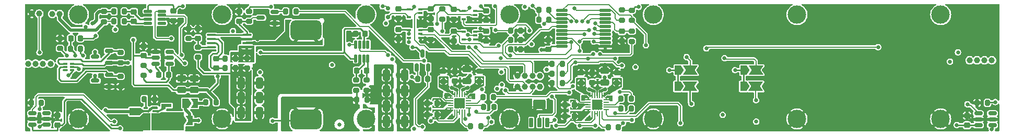
<source format=gbr>
%TF.GenerationSoftware,KiCad,Pcbnew,8.0.4*%
%TF.CreationDate,2024-10-07T15:12:12-07:00*%
%TF.ProjectId,KSS_V50,4b53535f-5635-4302-9e6b-696361645f70,rev?*%
%TF.SameCoordinates,Original*%
%TF.FileFunction,Copper,L4,Bot*%
%TF.FilePolarity,Positive*%
%FSLAX46Y46*%
G04 Gerber Fmt 4.6, Leading zero omitted, Abs format (unit mm)*
G04 Created by KiCad (PCBNEW 8.0.4) date 2024-10-07 15:12:12*
%MOMM*%
%LPD*%
G01*
G04 APERTURE LIST*
G04 Aperture macros list*
%AMRoundRect*
0 Rectangle with rounded corners*
0 $1 Rounding radius*
0 $2 $3 $4 $5 $6 $7 $8 $9 X,Y pos of 4 corners*
0 Add a 4 corners polygon primitive as box body*
4,1,4,$2,$3,$4,$5,$6,$7,$8,$9,$2,$3,0*
0 Add four circle primitives for the rounded corners*
1,1,$1+$1,$2,$3*
1,1,$1+$1,$4,$5*
1,1,$1+$1,$6,$7*
1,1,$1+$1,$8,$9*
0 Add four rect primitives between the rounded corners*
20,1,$1+$1,$2,$3,$4,$5,0*
20,1,$1+$1,$4,$5,$6,$7,0*
20,1,$1+$1,$6,$7,$8,$9,0*
20,1,$1+$1,$8,$9,$2,$3,0*%
%AMFreePoly0*
4,1,6,1.000000,0.000000,0.500000,-0.750000,-0.500000,-0.750000,-0.500000,0.750000,0.500000,0.750000,1.000000,0.000000,1.000000,0.000000,$1*%
%AMFreePoly1*
4,1,7,0.700000,0.000000,1.200000,-0.750000,-1.200000,-0.750000,-0.700000,0.000000,-1.200000,0.750000,1.200000,0.750000,0.700000,0.000000,0.700000,0.000000,$1*%
%AMFreePoly2*
4,1,6,0.500000,-0.750000,-0.650000,-0.750000,-0.150000,0.000000,-0.650000,0.750000,0.500000,0.750000,0.500000,-0.750000,0.500000,-0.750000,$1*%
G04 Aperture macros list end*
%TA.AperFunction,ComponentPad*%
%ADD10C,3.000000*%
%TD*%
%TA.AperFunction,SMDPad,CuDef*%
%ADD11RoundRect,0.200000X0.275000X-0.200000X0.275000X0.200000X-0.275000X0.200000X-0.275000X-0.200000X0*%
%TD*%
%TA.AperFunction,SMDPad,CuDef*%
%ADD12RoundRect,0.200000X-0.200000X-0.275000X0.200000X-0.275000X0.200000X0.275000X-0.200000X0.275000X0*%
%TD*%
%TA.AperFunction,ComponentPad*%
%ADD13C,1.000000*%
%TD*%
%TA.AperFunction,SMDPad,CuDef*%
%ADD14RoundRect,0.225000X0.225000X0.250000X-0.225000X0.250000X-0.225000X-0.250000X0.225000X-0.250000X0*%
%TD*%
%TA.AperFunction,SMDPad,CuDef*%
%ADD15RoundRect,0.200000X-0.275000X0.200000X-0.275000X-0.200000X0.275000X-0.200000X0.275000X0.200000X0*%
%TD*%
%TA.AperFunction,SMDPad,CuDef*%
%ADD16RoundRect,0.200000X0.200000X0.275000X-0.200000X0.275000X-0.200000X-0.275000X0.200000X-0.275000X0*%
%TD*%
%TA.AperFunction,SMDPad,CuDef*%
%ADD17RoundRect,0.125000X-0.537500X-0.125000X0.537500X-0.125000X0.537500X0.125000X-0.537500X0.125000X0*%
%TD*%
%TA.AperFunction,SMDPad,CuDef*%
%ADD18RoundRect,0.100000X0.225000X0.100000X-0.225000X0.100000X-0.225000X-0.100000X0.225000X-0.100000X0*%
%TD*%
%TA.AperFunction,SMDPad,CuDef*%
%ADD19RoundRect,0.250000X0.475000X-0.250000X0.475000X0.250000X-0.475000X0.250000X-0.475000X-0.250000X0*%
%TD*%
%TA.AperFunction,SMDPad,CuDef*%
%ADD20RoundRect,0.225000X-0.225000X-0.250000X0.225000X-0.250000X0.225000X0.250000X-0.225000X0.250000X0*%
%TD*%
%TA.AperFunction,SMDPad,CuDef*%
%ADD21RoundRect,0.225000X-0.250000X0.225000X-0.250000X-0.225000X0.250000X-0.225000X0.250000X0.225000X0*%
%TD*%
%TA.AperFunction,SMDPad,CuDef*%
%ADD22RoundRect,0.250000X0.250000X0.475000X-0.250000X0.475000X-0.250000X-0.475000X0.250000X-0.475000X0*%
%TD*%
%TA.AperFunction,SMDPad,CuDef*%
%ADD23RoundRect,0.250000X-0.325000X-0.650000X0.325000X-0.650000X0.325000X0.650000X-0.325000X0.650000X0*%
%TD*%
%TA.AperFunction,SMDPad,CuDef*%
%ADD24RoundRect,0.225000X0.250000X-0.225000X0.250000X0.225000X-0.250000X0.225000X-0.250000X-0.225000X0*%
%TD*%
%TA.AperFunction,SMDPad,CuDef*%
%ADD25RoundRect,0.070000X0.355000X-0.070000X0.355000X0.070000X-0.355000X0.070000X-0.355000X-0.070000X0*%
%TD*%
%TA.AperFunction,SMDPad,CuDef*%
%ADD26RoundRect,0.070000X0.305000X-0.070000X0.305000X0.070000X-0.305000X0.070000X-0.305000X-0.070000X0*%
%TD*%
%TA.AperFunction,SMDPad,CuDef*%
%ADD27RoundRect,0.085000X-0.265000X-0.085000X0.265000X-0.085000X0.265000X0.085000X-0.265000X0.085000X0*%
%TD*%
%TA.AperFunction,SMDPad,CuDef*%
%ADD28R,1.600000X0.550000*%
%TD*%
%TA.AperFunction,SMDPad,CuDef*%
%ADD29FreePoly0,180.000000*%
%TD*%
%TA.AperFunction,SMDPad,CuDef*%
%ADD30FreePoly1,180.000000*%
%TD*%
%TA.AperFunction,SMDPad,CuDef*%
%ADD31FreePoly0,0.000000*%
%TD*%
%TA.AperFunction,SMDPad,CuDef*%
%ADD32RoundRect,0.150000X0.512500X0.150000X-0.512500X0.150000X-0.512500X-0.150000X0.512500X-0.150000X0*%
%TD*%
%TA.AperFunction,SMDPad,CuDef*%
%ADD33RoundRect,0.812500X1.687500X-0.812500X1.687500X0.812500X-1.687500X0.812500X-1.687500X-0.812500X0*%
%TD*%
%TA.AperFunction,SMDPad,CuDef*%
%ADD34RoundRect,0.075000X0.225000X0.675000X-0.225000X0.675000X-0.225000X-0.675000X0.225000X-0.675000X0*%
%TD*%
%TA.AperFunction,SMDPad,CuDef*%
%ADD35RoundRect,0.187500X0.812500X0.562500X-0.812500X0.562500X-0.812500X-0.562500X0.812500X-0.562500X0*%
%TD*%
%TA.AperFunction,SMDPad,CuDef*%
%ADD36FreePoly2,0.000000*%
%TD*%
%TA.AperFunction,SMDPad,CuDef*%
%ADD37RoundRect,0.150000X-0.200000X0.150000X-0.200000X-0.150000X0.200000X-0.150000X0.200000X0.150000X0*%
%TD*%
%TA.AperFunction,SMDPad,CuDef*%
%ADD38RoundRect,0.050000X0.375000X0.050000X-0.375000X0.050000X-0.375000X-0.050000X0.375000X-0.050000X0*%
%TD*%
%TA.AperFunction,SMDPad,CuDef*%
%ADD39RoundRect,0.050000X0.050000X0.375000X-0.050000X0.375000X-0.050000X-0.375000X0.050000X-0.375000X0*%
%TD*%
%TA.AperFunction,HeatsinkPad*%
%ADD40R,1.650000X1.650000*%
%TD*%
%TA.AperFunction,SMDPad,CuDef*%
%ADD41RoundRect,0.150000X0.150000X-0.512500X0.150000X0.512500X-0.150000X0.512500X-0.150000X-0.512500X0*%
%TD*%
%TA.AperFunction,SMDPad,CuDef*%
%ADD42RoundRect,0.125000X-0.825000X-0.125000X0.825000X-0.125000X0.825000X0.125000X-0.825000X0.125000X0*%
%TD*%
%TA.AperFunction,SMDPad,CuDef*%
%ADD43RoundRect,0.125000X0.125000X-0.537500X0.125000X0.537500X-0.125000X0.537500X-0.125000X-0.537500X0*%
%TD*%
%TA.AperFunction,SMDPad,CuDef*%
%ADD44RoundRect,0.250000X-0.475000X0.250000X-0.475000X-0.250000X0.475000X-0.250000X0.475000X0.250000X0*%
%TD*%
%TA.AperFunction,SMDPad,CuDef*%
%ADD45RoundRect,0.100000X0.637500X0.100000X-0.637500X0.100000X-0.637500X-0.100000X0.637500X-0.100000X0*%
%TD*%
%TA.AperFunction,ViaPad*%
%ADD46C,0.635000*%
%TD*%
%TA.AperFunction,Conductor*%
%ADD47C,0.254000*%
%TD*%
%TA.AperFunction,Conductor*%
%ADD48C,0.203200*%
%TD*%
%TA.AperFunction,Conductor*%
%ADD49C,0.508000*%
%TD*%
%TA.AperFunction,Conductor*%
%ADD50C,0.762000*%
%TD*%
%TA.AperFunction,Conductor*%
%ADD51C,0.203000*%
%TD*%
G04 APERTURE END LIST*
D10*
%TO.P,SC5,1,+*%
%TO.N,/MPPT/Solar_Cell_Out*%
X173500000Y-91900000D03*
%TO.P,SC5,2,-*%
%TO.N,GND*%
X173500000Y-108900000D03*
%TD*%
%TO.P,SC6,1,+*%
%TO.N,/MPPT/Solar_Cell_Out*%
X196800000Y-91900000D03*
%TO.P,SC6,2,-*%
%TO.N,GND*%
X196800000Y-108900000D03*
%TD*%
%TO.P,SC2,1,+*%
%TO.N,/MPPT/Solar_Cell_Out*%
X103600000Y-91900000D03*
%TO.P,SC2,2,-*%
%TO.N,GND*%
X103600000Y-108900000D03*
%TD*%
%TO.P,SC7,1,+*%
%TO.N,/MPPT/Solar_Cell_Out*%
X220100000Y-91900000D03*
%TO.P,SC7,2,-*%
%TO.N,GND*%
X220100000Y-108900000D03*
%TD*%
%TO.P,SC4,1,+*%
%TO.N,/MPPT/Solar_Cell_Out*%
X150200000Y-91900000D03*
%TO.P,SC4,2,-*%
%TO.N,GND*%
X150200000Y-108900000D03*
%TD*%
%TO.P,SC3,1,+*%
%TO.N,/MPPT/Solar_Cell_Out*%
X126900000Y-91900000D03*
%TO.P,SC3,2,-*%
%TO.N,GND*%
X126900000Y-108900000D03*
%TD*%
%TO.P,SC1,1,+*%
%TO.N,/MPPT/Solar_Cell_Out*%
X80300000Y-91900000D03*
%TO.P,SC1,2,-*%
%TO.N,GND*%
X80300000Y-108900000D03*
%TD*%
D11*
%TO.P,R25,1*%
%TO.N,Net-(U9-BRA)*%
X167600000Y-103025000D03*
%TO.P,R25,2*%
%TO.N,GND*%
X167600000Y-101375000D03*
%TD*%
D12*
%TO.P,R6,1*%
%TO.N,Net-(U1-ICTRL_MINUS)*%
X104075000Y-100600000D03*
%TO.P,R6,2*%
%TO.N,/2_5V_Buck_Boost/VBAT_POS*%
X105725000Y-100600000D03*
%TD*%
D13*
%TO.P,J5,1,Pin_1*%
%TO.N,+V_PROG_EXT*%
X155100000Y-103650000D03*
%TO.P,J5,2,Pin_2*%
%TO.N,/MCU_Prog_Comm/RX_PROG_EXT*%
X153900000Y-103650000D03*
%TO.P,J5,3,Pin_3*%
%TO.N,/MCU_Prog_Comm/TX_PROG_EXT*%
X152700000Y-103650000D03*
%TO.P,J5,4,Pin_4*%
%TO.N,GND*%
X151500000Y-103650000D03*
%TD*%
D14*
%TO.P,C21,1*%
%TO.N,/VIO_MOT*%
X138425000Y-108200000D03*
%TO.P,C21,2*%
%TO.N,GND*%
X136875000Y-108200000D03*
%TD*%
D15*
%TO.P,R37,1*%
%TO.N,/MCU/CAP_SNS_OUT*%
X170000000Y-94595000D03*
%TO.P,R37,2*%
%TO.N,Net-(U11-OUT)*%
X170000000Y-96245000D03*
%TD*%
D16*
%TO.P,R46,1*%
%TO.N,/Motor_Driver_2/DIR*%
X169915000Y-105630000D03*
%TO.P,R46,2*%
%TO.N,Net-(U9-DIR)*%
X168265000Y-105630000D03*
%TD*%
%TO.P,R42,1*%
%TO.N,/Motor_Driver_2/EN*%
X167845000Y-110220000D03*
%TO.P,R42,2*%
%TO.N,Net-(U9-EN)*%
X166195000Y-110220000D03*
%TD*%
D14*
%TO.P,C26,1*%
%TO.N,/VIO_MOT*%
X160725000Y-108450000D03*
%TO.P,C26,2*%
%TO.N,GND*%
X159175000Y-108450000D03*
%TD*%
D16*
%TO.P,R45,1*%
%TO.N,/Motor_Driver_1/DIR*%
X147565000Y-105360000D03*
%TO.P,R45,2*%
%TO.N,Net-(U7-DIR)*%
X145915000Y-105360000D03*
%TD*%
D17*
%TO.P,U4,1,IN+*%
%TO.N,Net-(U4-IN+)*%
X91575000Y-93300000D03*
%TO.P,U4,2,IN-*%
%TO.N,Net-(U4-IN-)*%
X91575000Y-92650000D03*
%TO.P,U4,3,GND*%
%TO.N,GND*%
X91575000Y-92000000D03*
%TO.P,U4,4,VS*%
%TO.N,+2.5V_FILT*%
X91575000Y-91350000D03*
%TO.P,U4,5,SCL*%
%TO.N,/SCL*%
X93850000Y-91350000D03*
%TO.P,U4,6,SDA*%
%TO.N,/SDA*%
X93850000Y-92000000D03*
%TO.P,U4,7,A0*%
%TO.N,GND*%
X93850000Y-92650000D03*
%TO.P,U4,8,ALERT*%
%TO.N,unconnected-(U4-ALERT-Pad8)*%
X93850000Y-93300000D03*
%TD*%
D16*
%TO.P,R43,1*%
%TO.N,/Motor_Driver_1/STEP*%
X147645000Y-106940000D03*
%TO.P,R43,2*%
%TO.N,Net-(U7-STEP)*%
X145995000Y-106940000D03*
%TD*%
D14*
%TO.P,C32,1*%
%TO.N,Net-(U11-SNSK)*%
X94900000Y-101682500D03*
%TO.P,C32,2*%
%TO.N,Net-(U11-SNS)*%
X93350000Y-101682500D03*
%TD*%
D18*
%TO.P,U15,1,VCCA*%
%TO.N,+V_COMM_EXT*%
X135750000Y-94400000D03*
%TO.P,U15,2,A*%
%TO.N,/MCU_Prog_Comm/TX_COMM_EXT*%
X135750000Y-95050000D03*
%TO.P,U15,3,GND*%
%TO.N,GND*%
X135750000Y-95700000D03*
%TO.P,U15,4,B*%
%TO.N,/MCU/MCU_RX*%
X133850000Y-95700000D03*
%TO.P,U15,5,VCCB*%
%TO.N,+2.5V*%
X133850000Y-94400000D03*
%TD*%
D12*
%TO.P,R23,1*%
%TO.N,/Motor_Driver_1/STEP*%
X150375000Y-96010000D03*
%TO.P,R23,2*%
%TO.N,GND*%
X152025000Y-96010000D03*
%TD*%
%TO.P,R21,1*%
%TO.N,/Motor_Driver_1/DIR*%
X150365000Y-97550000D03*
%TO.P,R21,2*%
%TO.N,GND*%
X152015000Y-97550000D03*
%TD*%
D19*
%TO.P,C20,1*%
%TO.N,+2.5V*%
X143300000Y-102700000D03*
%TO.P,C20,2*%
%TO.N,GND*%
X143300000Y-100800000D03*
%TD*%
D20*
%TO.P,C13,1*%
%TO.N,Net-(U3-BAT)*%
X79050000Y-95750000D03*
%TO.P,C13,2*%
%TO.N,Net-(J1-Pin_2)*%
X80600000Y-95750000D03*
%TD*%
D21*
%TO.P,C14,1*%
%TO.N,+2.5V_FILT*%
X95725000Y-91325000D03*
%TO.P,C14,2*%
%TO.N,GND*%
X95725000Y-92875000D03*
%TD*%
D22*
%TO.P,C17,1*%
%TO.N,Net-(JP1-A)*%
X93250000Y-109900000D03*
%TO.P,C17,2*%
%TO.N,GND*%
X91350000Y-109900000D03*
%TD*%
D11*
%TO.P,R38,1*%
%TO.N,/MCU/MCU_UPDI*%
X139300000Y-92625000D03*
%TO.P,R38,2*%
%TO.N,Net-(D1-A)*%
X139300000Y-90975000D03*
%TD*%
%TO.P,R9,1*%
%TO.N,Net-(L1-Pad1)*%
X125350000Y-104225000D03*
%TO.P,R9,2*%
%TO.N,Net-(U2-IN-)*%
X125350000Y-102575000D03*
%TD*%
D23*
%TO.P,C2,1*%
%TO.N,/MPPT/Solar_Cell_Out*%
X130225000Y-106800000D03*
%TO.P,C2,2*%
%TO.N,GND*%
X133175000Y-106800000D03*
%TD*%
D16*
%TO.P,R44,1*%
%TO.N,/Motor_Driver_2/STEP*%
X169935000Y-107230000D03*
%TO.P,R44,2*%
%TO.N,Net-(U9-STEP)*%
X168285000Y-107230000D03*
%TD*%
D15*
%TO.P,R30,1*%
%TO.N,+2.5V*%
X168400000Y-91150000D03*
%TO.P,R30,2*%
%TO.N,/SCL*%
X168400000Y-92800000D03*
%TD*%
D24*
%TO.P,C31,1*%
%TO.N,+2.5V_FILT*%
X90875000Y-98582500D03*
%TO.P,C31,2*%
%TO.N,GND*%
X90875000Y-97032500D03*
%TD*%
D14*
%TO.P,C22,1*%
%TO.N,/Motor_Driver_1/1.8VOUT*%
X138425000Y-106350000D03*
%TO.P,C22,2*%
%TO.N,GND*%
X136875000Y-106350000D03*
%TD*%
%TO.P,C12,1*%
%TO.N,Net-(U2-IN+)*%
X126975000Y-101050000D03*
%TO.P,C12,2*%
%TO.N,Net-(U2-IN-)*%
X125425000Y-101050000D03*
%TD*%
D25*
%TO.P,U3,1,NC*%
%TO.N,unconnected-(U3-NC-Pad1)*%
X78175000Y-100950000D03*
D26*
%TO.P,U3,2,Cout*%
%TO.N,Net-(Q2-G)*%
X78125000Y-100450000D03*
%TO.P,U3,3,Dout*%
%TO.N,Net-(Q1-G)*%
X78125000Y-99950000D03*
%TO.P,U3,4,VSS*%
%TO.N,Net-(J1-Pin_2)*%
X79275000Y-99950000D03*
%TO.P,U3,5,BAT*%
%TO.N,Net-(U3-BAT)*%
X79275000Y-100450000D03*
%TO.P,U3,6,V-*%
%TO.N,Net-(U3-V-)*%
X79275000Y-100950000D03*
%TD*%
D23*
%TO.P,C3,1*%
%TO.N,/MPPT/Solar_Cell_Out*%
X130225000Y-104300000D03*
%TO.P,C3,2*%
%TO.N,GND*%
X133175000Y-104300000D03*
%TD*%
D21*
%TO.P,C8,1*%
%TO.N,Net-(U1-ICTRL_PLUS)*%
X102600000Y-99075000D03*
%TO.P,C8,2*%
%TO.N,Net-(U1-ICTRL_MINUS)*%
X102600000Y-100625000D03*
%TD*%
%TO.P,C39,1*%
%TO.N,+2.5V*%
X146400000Y-94625000D03*
%TO.P,C39,2*%
%TO.N,GND*%
X146400000Y-96175000D03*
%TD*%
D11*
%TO.P,R5,1*%
%TO.N,/2_5V_Buck_Boost/VBAT_POS*%
X99700000Y-98846474D03*
%TO.P,R5,2*%
%TO.N,Net-(U1-VCTRL)*%
X99700000Y-97196474D03*
%TD*%
D23*
%TO.P,C4,1*%
%TO.N,/MPPT/Solar_Cell_Out*%
X130225000Y-101750000D03*
%TO.P,C4,2*%
%TO.N,GND*%
X133175000Y-101750000D03*
%TD*%
D16*
%TO.P,R41,1*%
%TO.N,/Motor_Driver_1/EN*%
X145525000Y-110050000D03*
%TO.P,R41,2*%
%TO.N,Net-(U7-EN)*%
X143875000Y-110050000D03*
%TD*%
D27*
%TO.P,U5,1,GND*%
%TO.N,GND*%
X91200000Y-108150000D03*
%TO.P,U5,2,VIN*%
%TO.N,/2_5V_Buck_Boost/VBAT_POS*%
X91200000Y-107650000D03*
%TO.P,U5,3,VSET*%
%TO.N,Net-(U5-VSET)*%
X91200000Y-107150000D03*
%TO.P,U5,4,EN*%
%TO.N,/2_5V_Buck_Boost/VBAT_POS*%
X92700000Y-107150000D03*
%TO.P,U5,5,SW*%
%TO.N,Net-(U5-SW)*%
X92700000Y-107650000D03*
%TO.P,U5,6,VOS*%
%TO.N,Net-(JP1-A)*%
X92700000Y-108150000D03*
%TD*%
D24*
%TO.P,C24,1*%
%TO.N,+2.5V*%
X163600000Y-102975000D03*
%TO.P,C24,2*%
%TO.N,GND*%
X163600000Y-101425000D03*
%TD*%
D28*
%TO.P,L2,1,1*%
%TO.N,Net-(U5-SW)*%
X94600000Y-106725000D03*
%TO.P,L2,2,2*%
%TO.N,Net-(JP1-A)*%
X94600000Y-108175000D03*
%TD*%
D23*
%TO.P,C7,1*%
%TO.N,/2_5V_Buck_Boost/VBAT_POS*%
X106675000Y-107850000D03*
%TO.P,C7,2*%
%TO.N,GND*%
X109625000Y-107850000D03*
%TD*%
D29*
%TO.P,JP3,1,A*%
%TO.N,GND*%
X181500000Y-100950000D03*
D30*
%TO.P,JP3,2,C*%
%TO.N,/Motor_Driver_1/MS2*%
X179500000Y-100950000D03*
D31*
%TO.P,JP3,3,B*%
%TO.N,/VIO_MOT*%
X177500000Y-100950000D03*
%TD*%
D13*
%TO.P,J2,1,Pin_1*%
%TO.N,/Motor_Driver_1/OA1*%
X75750000Y-99900000D03*
%TO.P,J2,2,Pin_2*%
%TO.N,/Motor_Driver_1/OA2*%
X74550000Y-99900000D03*
%TO.P,J2,3,Pin_3*%
%TO.N,/Motor_Driver_1/OB1*%
X73350000Y-99900000D03*
%TO.P,J2,4,Pin_4*%
%TO.N,/Motor_Driver_1/OB2*%
X72150000Y-99900000D03*
%TD*%
D16*
%TO.P,R18,1*%
%TO.N,Net-(U6-ADJ)*%
X74275000Y-106250000D03*
%TO.P,R18,2*%
%TO.N,GND*%
X72625000Y-106250000D03*
%TD*%
D11*
%TO.P,R8,1*%
%TO.N,/MPPT/Solar_Cell_Out*%
X127050000Y-104225000D03*
%TO.P,R8,2*%
%TO.N,Net-(U2-IN+)*%
X127050000Y-102575000D03*
%TD*%
D32*
%TO.P,U8,1,TEST1*%
%TO.N,unconnected-(U8-TEST1-Pad1)*%
X228487500Y-108000000D03*
%TO.P,U8,2,GND*%
%TO.N,GND*%
X228487500Y-108950000D03*
%TO.P,U8,3,ADJ*%
%TO.N,Net-(U8-ADJ)*%
X228487500Y-109900000D03*
%TO.P,U8,4,VCC*%
%TO.N,/VIO_MOT*%
X226212500Y-109900000D03*
%TO.P,U8,5,TEST2*%
%TO.N,GND*%
X226212500Y-108950000D03*
%TO.P,U8,6,OUT*%
%TO.N,/MCU/HALL_IN_2*%
X226212500Y-108000000D03*
%TD*%
D24*
%TO.P,C23,1*%
%TO.N,/VIO_MOT*%
X224364883Y-109917093D03*
%TO.P,C23,2*%
%TO.N,GND*%
X224364883Y-108367093D03*
%TD*%
D21*
%TO.P,C36,1*%
%TO.N,+V_PROG_EXT*%
X137400000Y-90975000D03*
%TO.P,C36,2*%
%TO.N,GND*%
X137400000Y-92525000D03*
%TD*%
D11*
%TO.P,R20,1*%
%TO.N,Net-(U7-BRB)*%
X139500000Y-102775000D03*
%TO.P,R20,2*%
%TO.N,GND*%
X139500000Y-101125000D03*
%TD*%
D13*
%TO.P,J3,1,Pin_1*%
%TO.N,/Motor_Driver_2/OA1*%
X224800000Y-99350000D03*
%TO.P,J3,2,Pin_2*%
%TO.N,/Motor_Driver_2/OA2*%
X226000000Y-99350000D03*
%TO.P,J3,3,Pin_3*%
%TO.N,/Motor_Driver_2/OB1*%
X227200000Y-99350000D03*
%TO.P,J3,4,Pin_4*%
%TO.N,/Motor_Driver_2/OB2*%
X228400000Y-99350000D03*
%TD*%
D18*
%TO.P,U13,1,VCCA*%
%TO.N,+V_PROG_EXT*%
X135750000Y-91000000D03*
%TO.P,U13,2,A*%
%TO.N,/MCU_Prog_Comm/TX_PROG_EXT*%
X135750000Y-91650000D03*
%TO.P,U13,3,GND*%
%TO.N,GND*%
X135750000Y-92300000D03*
%TO.P,U13,4,B*%
%TO.N,Net-(D1-K)*%
X133850000Y-92300000D03*
%TO.P,U13,5,VCCB*%
%TO.N,+2.5V*%
X133850000Y-91000000D03*
%TD*%
D24*
%TO.P,C9,1*%
%TO.N,Net-(Q5-D)*%
X106360000Y-92955000D03*
%TO.P,C9,2*%
%TO.N,GND*%
X106360000Y-91405000D03*
%TD*%
D33*
%TO.P,L1,1,1*%
%TO.N,Net-(L1-Pad1)*%
X117200000Y-108950000D03*
%TO.P,L1,2,2*%
%TO.N,Net-(U1-Lx)*%
X117200000Y-94450000D03*
%TD*%
D13*
%TO.P,J1,1,Pin_1*%
%TO.N,Net-(J1-Pin_1)*%
X77240000Y-91780000D03*
%TO.P,J1,2,Pin_2*%
%TO.N,Net-(J1-Pin_2)*%
X76040000Y-91780000D03*
%TD*%
D32*
%TO.P,U11,1,OUT*%
%TO.N,Net-(U11-OUT)*%
X95087500Y-97987500D03*
%TO.P,U11,2,VSS*%
%TO.N,GND*%
X95087500Y-98937500D03*
%TO.P,U11,3,SNSK*%
%TO.N,Net-(U11-SNSK)*%
X95087500Y-99887500D03*
%TO.P,U11,4,SNS*%
%TO.N,Net-(U11-SNS)*%
X92812500Y-99887500D03*
%TO.P,U11,5,VDD*%
%TO.N,+2.5V_FILT*%
X92812500Y-98937500D03*
%TO.P,U11,6,SYNC*%
%TO.N,GND*%
X92812500Y-97987500D03*
%TD*%
D16*
%TO.P,R32,1*%
%TO.N,+2.5V_FILT*%
X102625000Y-106225000D03*
%TO.P,R32,2*%
%TO.N,Net-(JP8-B)*%
X100975000Y-106225000D03*
%TD*%
D18*
%TO.P,U12,1,VCCA*%
%TO.N,+2.5V*%
X144650000Y-91325000D03*
%TO.P,U12,2,A*%
%TO.N,Net-(D1-A)*%
X144650000Y-91975000D03*
%TO.P,U12,3,GND*%
%TO.N,GND*%
X144650000Y-92625000D03*
%TO.P,U12,4,B*%
%TO.N,/MCU_Prog_Comm/RX_PROG_EXT*%
X142750000Y-92625000D03*
%TO.P,U12,5,VCCB*%
%TO.N,+V_PROG_EXT*%
X142750000Y-91325000D03*
%TD*%
D12*
%TO.P,R34,1*%
%TO.N,+2.5V*%
X154925000Y-92750000D03*
%TO.P,R34,2*%
%TO.N,/MCU/MODE_SW_2*%
X156575000Y-92750000D03*
%TD*%
D21*
%TO.P,C34,1*%
%TO.N,+V_PROG_EXT*%
X141150000Y-91075000D03*
%TO.P,C34,2*%
%TO.N,GND*%
X141150000Y-92625000D03*
%TD*%
%TO.P,C33,1*%
%TO.N,/MCU/CAP_SNS_OUT*%
X168400000Y-94620000D03*
%TO.P,C33,2*%
%TO.N,GND*%
X168400000Y-96170000D03*
%TD*%
D13*
%TO.P,J4,1,Pin_1*%
%TO.N,Net-(J4-Pin_1)*%
X73940000Y-91740000D03*
%TO.P,J4,2,Pin_2*%
%TO.N,GND*%
X72740000Y-91740000D03*
%TD*%
D34*
%TO.P,SW2,1,1*%
%TO.N,/MCU/MODE_SW_1*%
X156320000Y-109510000D03*
%TO.P,SW2,2,2*%
%TO.N,/MCU/MODE_SW_2*%
X155020000Y-109510000D03*
D35*
%TO.P,SW2,3,3*%
%TO.N,GND*%
X155020000Y-106510000D03*
D34*
%TO.P,SW2,4,4*%
%TO.N,unconnected-(SW2-Pad4)*%
X153720000Y-109510000D03*
%TD*%
D29*
%TO.P,JP2,1,A*%
%TO.N,GND*%
X181450000Y-103600000D03*
D30*
%TO.P,JP2,2,C*%
%TO.N,/Motor_Driver_1/MS1*%
X179450000Y-103600000D03*
D31*
%TO.P,JP2,3,B*%
%TO.N,/VIO_MOT*%
X177450000Y-103600000D03*
%TD*%
D11*
%TO.P,R19,1*%
%TO.N,Net-(U7-BRA)*%
X145300000Y-102775000D03*
%TO.P,R19,2*%
%TO.N,GND*%
X145300000Y-101125000D03*
%TD*%
D12*
%TO.P,R22,1*%
%TO.N,/Motor_Driver_1/EN*%
X150375000Y-94480000D03*
%TO.P,R22,2*%
%TO.N,GND*%
X152025000Y-94480000D03*
%TD*%
D32*
%TO.P,Q5,1,G*%
%TO.N,Net-(Q5-G)*%
X112127500Y-91440000D03*
%TO.P,Q5,2,S*%
%TO.N,GND*%
X112127500Y-93340000D03*
%TO.P,Q5,3,D*%
%TO.N,Net-(Q5-D)*%
X109852500Y-92390000D03*
%TD*%
D31*
%TO.P,JP1,1,A*%
%TO.N,Net-(JP1-A)*%
X96875000Y-109150000D03*
D36*
%TO.P,JP1,2,B*%
%TO.N,+2.5V*%
X98325000Y-109150000D03*
%TD*%
D29*
%TO.P,JP5,1,A*%
%TO.N,GND*%
X192150000Y-100950000D03*
D30*
%TO.P,JP5,2,C*%
%TO.N,/Motor_Driver_2/MS2*%
X190150000Y-100950000D03*
D31*
%TO.P,JP5,3,B*%
%TO.N,/VIO_MOT*%
X188150000Y-100950000D03*
%TD*%
D16*
%TO.P,R11,1*%
%TO.N,Net-(J1-Pin_1)*%
X80650000Y-97450000D03*
%TO.P,R11,2*%
%TO.N,Net-(U3-BAT)*%
X79000000Y-97450000D03*
%TD*%
D32*
%TO.P,Q1,1,G*%
%TO.N,Net-(Q1-G)*%
X85262500Y-97825000D03*
%TO.P,Q1,2,S*%
%TO.N,Net-(J1-Pin_2)*%
X85262500Y-99725000D03*
%TO.P,Q1,3,D*%
%TO.N,Net-(Q1-D)*%
X82987500Y-98775000D03*
%TD*%
D11*
%TO.P,R26,1*%
%TO.N,Net-(U9-BRB)*%
X161800000Y-103025000D03*
%TO.P,R26,2*%
%TO.N,GND*%
X161800000Y-101375000D03*
%TD*%
D37*
%TO.P,D1,1,K*%
%TO.N,Net-(D1-K)*%
X130500000Y-92275000D03*
%TO.P,D1,2,A*%
%TO.N,Net-(D1-A)*%
X130500000Y-90875000D03*
%TD*%
D21*
%TO.P,C35,1*%
%TO.N,+2.5V*%
X146400000Y-91275000D03*
%TO.P,C35,2*%
%TO.N,GND*%
X146400000Y-92825000D03*
%TD*%
D31*
%TO.P,JP8,1,A*%
%TO.N,+2.5V*%
X97675000Y-106350000D03*
D36*
%TO.P,JP8,2,B*%
%TO.N,Net-(JP8-B)*%
X99125000Y-106350000D03*
%TD*%
D11*
%TO.P,R10,1*%
%TO.N,Net-(J1-Pin_1)*%
X84462500Y-93050000D03*
%TO.P,R10,2*%
%TO.N,/2_5V_Buck_Boost/VBAT_POS*%
X84462500Y-91400000D03*
%TD*%
%TO.P,R12,1*%
%TO.N,Net-(U3-V-)*%
X77305000Y-97400000D03*
%TO.P,R12,2*%
%TO.N,GND*%
X77305000Y-95750000D03*
%TD*%
D13*
%TO.P,J6,1,Pin_1*%
%TO.N,+V_COMM_EXT*%
X155100000Y-101900000D03*
%TO.P,J6,2,Pin_2*%
%TO.N,/MCU_Prog_Comm/RX_COMM_EXT*%
X153900000Y-101900000D03*
%TO.P,J6,3,Pin_3*%
%TO.N,/MCU_Prog_Comm/TX_COMM_EXT*%
X152700000Y-101900000D03*
%TO.P,J6,4,Pin_4*%
%TO.N,GND*%
X151500000Y-101900000D03*
%TD*%
D38*
%TO.P,U7,1,OA2*%
%TO.N,/Motor_Driver_1/OA2*%
X143550000Y-105530000D03*
%TO.P,U7,2,VCP*%
%TO.N,unconnected-(U7-VCP-Pad2)*%
X143550000Y-105930000D03*
%TO.P,U7,3,DIR*%
%TO.N,Net-(U7-DIR)*%
X143550000Y-106330000D03*
%TO.P,U7,4,STEP*%
%TO.N,Net-(U7-STEP)*%
X143550000Y-106730000D03*
%TO.P,U7,5,MS1_AD0*%
%TO.N,/Motor_Driver_1/MS1*%
X143550000Y-107130000D03*
D39*
%TO.P,U7,6,MS2_AD1*%
%TO.N,/Motor_Driver_1/MS2*%
X142900000Y-107780000D03*
%TO.P,U7,7,EN*%
%TO.N,Net-(U7-EN)*%
X142500000Y-107780000D03*
%TO.P,U7,8,STEPPER*%
%TO.N,/VIO_MOT*%
X142100000Y-107780000D03*
%TO.P,U7,9,MODE*%
X141700000Y-107780000D03*
%TO.P,U7,10,PDN_UART*%
%TO.N,GND*%
X141300000Y-107780000D03*
D38*
%TO.P,U7,11,VIO/NSTDBY*%
%TO.N,/VIO_MOT*%
X140650000Y-107130000D03*
%TO.P,U7,12,DIAG*%
%TO.N,unconnected-(U7-DIAG-Pad12)*%
X140650000Y-106730000D03*
%TO.P,U7,13,1.8VOUT*%
%TO.N,/Motor_Driver_1/1.8VOUT*%
X140650000Y-106330000D03*
%TO.P,U7,14,GND*%
%TO.N,GND*%
X140650000Y-105930000D03*
%TO.P,U7,15,OB2*%
%TO.N,/Motor_Driver_1/OB2*%
X140650000Y-105530000D03*
D39*
%TO.P,U7,16,BRB*%
%TO.N,Net-(U7-BRB)*%
X141300000Y-104880000D03*
%TO.P,U7,17,OB1*%
%TO.N,/Motor_Driver_1/OB1*%
X141700000Y-104880000D03*
%TO.P,U7,18,VS*%
%TO.N,+2.5V*%
X142100000Y-104880000D03*
%TO.P,U7,19,OA1*%
%TO.N,/Motor_Driver_1/OA1*%
X142500000Y-104880000D03*
%TO.P,U7,20,BRA*%
%TO.N,Net-(U7-BRA)*%
X142900000Y-104880000D03*
D40*
%TO.P,U7,21,EXP*%
%TO.N,GND*%
X142100000Y-106330000D03*
%TD*%
D14*
%TO.P,C27,1*%
%TO.N,/Motor_Driver_2/1.8VOUT*%
X160725000Y-106600000D03*
%TO.P,C27,2*%
%TO.N,GND*%
X159175000Y-106600000D03*
%TD*%
D15*
%TO.P,R14,1*%
%TO.N,Net-(Q2-G)*%
X87100000Y-101975000D03*
%TO.P,R14,2*%
%TO.N,GND*%
X87100000Y-103625000D03*
%TD*%
D24*
%TO.P,C15,1*%
%TO.N,Net-(U4-IN+)*%
X89287500Y-93000000D03*
%TO.P,C15,2*%
%TO.N,Net-(U4-IN-)*%
X89287500Y-91450000D03*
%TD*%
D32*
%TO.P,Q2,1,G*%
%TO.N,Net-(Q2-G)*%
X85300000Y-101725000D03*
%TO.P,Q2,2,S*%
%TO.N,GND*%
X85300000Y-103625000D03*
%TO.P,Q2,3,D*%
%TO.N,Net-(Q1-D)*%
X83025000Y-102675000D03*
%TD*%
D16*
%TO.P,R27,1*%
%TO.N,/Motor_Driver_2/DIR*%
X158745000Y-103070000D03*
%TO.P,R27,2*%
%TO.N,GND*%
X157095000Y-103070000D03*
%TD*%
D24*
%TO.P,C10,1*%
%TO.N,Net-(U1-VCTRL)*%
X99700000Y-95750000D03*
%TO.P,C10,2*%
%TO.N,GND*%
X99700000Y-94200000D03*
%TD*%
D12*
%TO.P,R15,1*%
%TO.N,Net-(J1-Pin_1)*%
X86062500Y-92975000D03*
%TO.P,R15,2*%
%TO.N,Net-(U4-IN+)*%
X87712500Y-92975000D03*
%TD*%
D41*
%TO.P,Q6,1,G*%
%TO.N,/MCU/MOT_STBY*%
X137030000Y-100517500D03*
%TO.P,Q6,2,S*%
%TO.N,+2.5V*%
X135130000Y-100517500D03*
%TO.P,Q6,3,D*%
%TO.N,/VIO_MOT*%
X136080000Y-98242500D03*
%TD*%
D42*
%TO.P,U10,1,VCC*%
%TO.N,+2.5V*%
X158700000Y-97075000D03*
%TO.P,U10,2,PA4*%
%TO.N,/Motor_Driver_1/DIR*%
X158700000Y-96425000D03*
%TO.P,U10,3,PA5*%
%TO.N,/MCU/HALL_IN_2*%
X158700000Y-95775000D03*
%TO.P,U10,4,PA6*%
%TO.N,/Motor_Driver_2/EN*%
X158700000Y-95125000D03*
%TO.P,U10,5,PA7*%
%TO.N,/Motor_Driver_2/STEP*%
X158700000Y-94475000D03*
%TO.P,U10,6,PB5*%
%TO.N,/MCU/MPPT_SHDN*%
X158700000Y-93825000D03*
%TO.P,U10,7,PB4*%
%TO.N,/MCU/MODE_SW_2*%
X158700000Y-93175000D03*
%TO.P,U10,8,PB3*%
%TO.N,/MCU/MODE_SW_1*%
X158700000Y-92525000D03*
%TO.P,U10,9,PB2*%
%TO.N,/Motor_Driver_2/DIR*%
X158700000Y-91875000D03*
%TO.P,U10,10,PB1*%
%TO.N,/SDA*%
X158700000Y-91225000D03*
%TO.P,U10,11,PB0*%
%TO.N,/SCL*%
X165700000Y-91225000D03*
%TO.P,U10,12,PC0*%
%TO.N,/MCU/HALL_IN_1*%
X165700000Y-91875000D03*
%TO.P,U10,13,PC1*%
%TO.N,/Motor_Driver_1/EN*%
X165700000Y-92525000D03*
%TO.P,U10,14,PC2*%
%TO.N,/MCU/CAP_SNS_OUT*%
X165700000Y-93175000D03*
%TO.P,U10,15,PC3*%
%TO.N,/MCU/MOT_STBY*%
X165700000Y-93825000D03*
%TO.P,U10,16,~{RESET}/PA0*%
%TO.N,/MCU/MCU_UPDI*%
X165700000Y-94475000D03*
%TO.P,U10,17,PA1*%
%TO.N,/MCU/MCU_TX*%
X165700000Y-95125000D03*
%TO.P,U10,18,PA2*%
%TO.N,/MCU/MCU_RX*%
X165700000Y-95775000D03*
%TO.P,U10,19,PA3*%
%TO.N,/Motor_Driver_1/STEP*%
X165700000Y-96425000D03*
%TO.P,U10,20,GND*%
%TO.N,GND*%
X165700000Y-97075000D03*
%TD*%
D12*
%TO.P,R3,1*%
%TO.N,Net-(U1-ICTRL_PLUS)*%
X104087500Y-99050000D03*
%TO.P,R3,2*%
%TO.N,Net-(U1-VOUT)*%
X105737500Y-99050000D03*
%TD*%
D15*
%TO.P,R13,1*%
%TO.N,Net-(Q1-G)*%
X87100000Y-98075000D03*
%TO.P,R13,2*%
%TO.N,Net-(J1-Pin_2)*%
X87100000Y-99725000D03*
%TD*%
D12*
%TO.P,R33,1*%
%TO.N,+2.5V*%
X135295000Y-102410000D03*
%TO.P,R33,2*%
%TO.N,/MCU/MOT_STBY*%
X136945000Y-102410000D03*
%TD*%
D16*
%TO.P,R24,1*%
%TO.N,Net-(U8-ADJ)*%
X227662500Y-106300000D03*
%TO.P,R24,2*%
%TO.N,GND*%
X226012500Y-106300000D03*
%TD*%
D12*
%TO.P,R17,1*%
%TO.N,Net-(U5-VSET)*%
X90975000Y-105650000D03*
%TO.P,R17,2*%
%TO.N,GND*%
X92625000Y-105650000D03*
%TD*%
D24*
%TO.P,C19,1*%
%TO.N,+2.5V*%
X141300000Y-102725000D03*
%TO.P,C19,2*%
%TO.N,GND*%
X141300000Y-101175000D03*
%TD*%
D43*
%TO.P,U2,1,IN+*%
%TO.N,Net-(U2-IN+)*%
X127215000Y-99052500D03*
%TO.P,U2,2,IN-*%
%TO.N,Net-(U2-IN-)*%
X126565000Y-99052500D03*
%TO.P,U2,3,GND*%
%TO.N,GND*%
X125915000Y-99052500D03*
%TO.P,U2,4,VS*%
%TO.N,+2.5V_FILT*%
X125265000Y-99052500D03*
%TO.P,U2,5,SCL*%
%TO.N,/SCL*%
X125265000Y-96777500D03*
%TO.P,U2,6,SDA*%
%TO.N,/SDA*%
X125915000Y-96777500D03*
%TO.P,U2,7,A0*%
%TO.N,+2.5V_FILT*%
X126565000Y-96777500D03*
%TO.P,U2,8,ALERT*%
%TO.N,unconnected-(U2-ALERT-Pad8)*%
X127215000Y-96777500D03*
%TD*%
D11*
%TO.P,R36,1*%
%TO.N,Net-(U11-SNSK)*%
X90825000Y-101807500D03*
%TO.P,R36,2*%
%TO.N,Net-(J4-Pin_1)*%
X90825000Y-100157500D03*
%TD*%
D12*
%TO.P,R16,1*%
%TO.N,/2_5V_Buck_Boost/VBAT_POS*%
X86062500Y-91375000D03*
%TO.P,R16,2*%
%TO.N,Net-(U4-IN-)*%
X87712500Y-91375000D03*
%TD*%
D16*
%TO.P,R29,1*%
%TO.N,/Motor_Driver_2/STEP*%
X158745000Y-101520000D03*
%TO.P,R29,2*%
%TO.N,GND*%
X157095000Y-101520000D03*
%TD*%
%TO.P,R47,1*%
%TO.N,/MCU/MPPT_SHDN*%
X115565000Y-91400000D03*
%TO.P,R47,2*%
%TO.N,Net-(Q5-G)*%
X113915000Y-91400000D03*
%TD*%
D11*
%TO.P,R7,1*%
%TO.N,Net-(U1-VCTRL)*%
X98150000Y-95800000D03*
%TO.P,R7,2*%
%TO.N,GND*%
X98150000Y-94150000D03*
%TD*%
D12*
%TO.P,R35,1*%
%TO.N,+2.5V*%
X154925000Y-91150000D03*
%TO.P,R35,2*%
%TO.N,/MCU/MODE_SW_1*%
X156575000Y-91150000D03*
%TD*%
D21*
%TO.P,C37,1*%
%TO.N,+2.5V*%
X132150000Y-90925000D03*
%TO.P,C37,2*%
%TO.N,GND*%
X132150000Y-92475000D03*
%TD*%
D44*
%TO.P,C16,1*%
%TO.N,/2_5V_Buck_Boost/VBAT_POS*%
X89500000Y-107700000D03*
%TO.P,C16,2*%
%TO.N,GND*%
X89500000Y-109600000D03*
%TD*%
D32*
%TO.P,U6,1,TEST1*%
%TO.N,unconnected-(U6-TEST1-Pad1)*%
X75100000Y-107950000D03*
%TO.P,U6,2,GND*%
%TO.N,GND*%
X75100000Y-108900000D03*
%TO.P,U6,3,ADJ*%
%TO.N,Net-(U6-ADJ)*%
X75100000Y-109850000D03*
%TO.P,U6,4,VCC*%
%TO.N,/VIO_MOT*%
X72825000Y-109850000D03*
%TO.P,U6,5,TEST2*%
%TO.N,GND*%
X72825000Y-108900000D03*
%TO.P,U6,6,OUT*%
%TO.N,/MCU/HALL_IN_1*%
X72825000Y-107950000D03*
%TD*%
D24*
%TO.P,C30,1*%
%TO.N,+2.5V*%
X156500000Y-97575000D03*
%TO.P,C30,2*%
%TO.N,GND*%
X156500000Y-96025000D03*
%TD*%
D19*
%TO.P,C29,1*%
%TO.N,+2.5V_FILT*%
X97000000Y-104200000D03*
%TO.P,C29,2*%
%TO.N,GND*%
X97000000Y-102300000D03*
%TD*%
D45*
%TO.P,U1,1,MPP-SET*%
%TO.N,Net-(Q5-D)*%
X107600000Y-95225000D03*
%TO.P,U1,2,GND*%
%TO.N,GND*%
X107600000Y-95875000D03*
%TO.P,U1,3,Lx*%
%TO.N,Net-(U1-Lx)*%
X107600000Y-96525000D03*
%TO.P,U1,4,VOUT*%
%TO.N,Net-(U1-VOUT)*%
X107600000Y-97175000D03*
%TO.P,U1,5,VCTRL*%
%TO.N,Net-(U1-VCTRL)*%
X101875000Y-97175000D03*
%TO.P,U1,6,ICTRL_MINUS*%
%TO.N,Net-(U1-ICTRL_MINUS)*%
X101875000Y-96525000D03*
%TO.P,U1,7,ICTRL_PLUS*%
%TO.N,Net-(U1-ICTRL_PLUS)*%
X101875000Y-95875000D03*
%TO.P,U1,8,XSHUT*%
%TO.N,Net-(Q5-D)*%
X101875000Y-95225000D03*
%TD*%
D23*
%TO.P,C6,1*%
%TO.N,/2_5V_Buck_Boost/VBAT_POS*%
X106675000Y-105450000D03*
%TO.P,C6,2*%
%TO.N,GND*%
X109625000Y-105450000D03*
%TD*%
D21*
%TO.P,C41,1*%
%TO.N,+2.5V*%
X132150000Y-94325000D03*
%TO.P,C41,2*%
%TO.N,GND*%
X132150000Y-95875000D03*
%TD*%
D19*
%TO.P,C28,1*%
%TO.N,+2.5V_FILT*%
X99050000Y-104200000D03*
%TO.P,C28,2*%
%TO.N,GND*%
X99050000Y-102300000D03*
%TD*%
D21*
%TO.P,C38,1*%
%TO.N,+V_COMM_EXT*%
X141150000Y-94625000D03*
%TO.P,C38,2*%
%TO.N,GND*%
X141150000Y-96175000D03*
%TD*%
D15*
%TO.P,R2,1*%
%TO.N,Net-(U1-VOUT)*%
X107600000Y-98975000D03*
%TO.P,R2,2*%
%TO.N,/2_5V_Buck_Boost/VBAT_POS*%
X107600000Y-100625000D03*
%TD*%
D23*
%TO.P,C1,1*%
%TO.N,/MPPT/Solar_Cell_Out*%
X130225000Y-109300000D03*
%TO.P,C1,2*%
%TO.N,GND*%
X133175000Y-109300000D03*
%TD*%
D14*
%TO.P,C11,1*%
%TO.N,+2.5V_FILT*%
X126750000Y-95000000D03*
%TO.P,C11,2*%
%TO.N,GND*%
X125200000Y-95000000D03*
%TD*%
D24*
%TO.P,C18,1*%
%TO.N,/VIO_MOT*%
X76925000Y-109875000D03*
%TO.P,C18,2*%
%TO.N,GND*%
X76925000Y-108325000D03*
%TD*%
D16*
%TO.P,R1,1*%
%TO.N,/MPPT/Solar_Cell_Out*%
X127075000Y-105800000D03*
%TO.P,R1,2*%
%TO.N,Net-(L1-Pad1)*%
X125425000Y-105800000D03*
%TD*%
D18*
%TO.P,U14,1,VCCA*%
%TO.N,+2.5V*%
X144650000Y-94650000D03*
%TO.P,U14,2,A*%
%TO.N,/MCU/MCU_TX*%
X144650000Y-95300000D03*
%TO.P,U14,3,GND*%
%TO.N,GND*%
X144650000Y-95950000D03*
%TO.P,U14,4,B*%
%TO.N,/MCU_Prog_Comm/RX_COMM_EXT*%
X142750000Y-95950000D03*
%TO.P,U14,5,VCCB*%
%TO.N,+V_COMM_EXT*%
X142750000Y-94650000D03*
%TD*%
D19*
%TO.P,C25,1*%
%TO.N,+2.5V*%
X165600000Y-102950000D03*
%TO.P,C25,2*%
%TO.N,GND*%
X165600000Y-101050000D03*
%TD*%
D16*
%TO.P,R28,1*%
%TO.N,/Motor_Driver_2/EN*%
X158735000Y-99960000D03*
%TO.P,R28,2*%
%TO.N,GND*%
X157085000Y-99960000D03*
%TD*%
D29*
%TO.P,JP4,1,A*%
%TO.N,GND*%
X192100000Y-103600000D03*
D30*
%TO.P,JP4,2,C*%
%TO.N,/Motor_Driver_2/MS1*%
X190100000Y-103600000D03*
D31*
%TO.P,JP4,3,B*%
%TO.N,/VIO_MOT*%
X188100000Y-103600000D03*
%TD*%
D15*
%TO.P,R4,1*%
%TO.N,Net-(L1-Pad1)*%
X107940000Y-91345000D03*
%TO.P,R4,2*%
%TO.N,Net-(Q5-D)*%
X107940000Y-92995000D03*
%TD*%
D21*
%TO.P,C40,1*%
%TO.N,+V_COMM_EXT*%
X137400000Y-94375000D03*
%TO.P,C40,2*%
%TO.N,GND*%
X137400000Y-95925000D03*
%TD*%
D23*
%TO.P,C5,1*%
%TO.N,/2_5V_Buck_Boost/VBAT_POS*%
X106675000Y-103050000D03*
%TO.P,C5,2*%
%TO.N,GND*%
X109625000Y-103050000D03*
%TD*%
D38*
%TO.P,U9,1,OA2*%
%TO.N,/Motor_Driver_2/OA2*%
X165850000Y-105780000D03*
%TO.P,U9,2,VCP*%
%TO.N,unconnected-(U9-VCP-Pad2)*%
X165850000Y-106180000D03*
%TO.P,U9,3,DIR*%
%TO.N,Net-(U9-DIR)*%
X165850000Y-106580000D03*
%TO.P,U9,4,STEP*%
%TO.N,Net-(U9-STEP)*%
X165850000Y-106980000D03*
%TO.P,U9,5,MS1_AD0*%
%TO.N,/Motor_Driver_2/MS1*%
X165850000Y-107380000D03*
D39*
%TO.P,U9,6,MS2_AD1*%
%TO.N,/Motor_Driver_2/MS2*%
X165200000Y-108030000D03*
%TO.P,U9,7,EN*%
%TO.N,Net-(U9-EN)*%
X164800000Y-108030000D03*
%TO.P,U9,8,STEPPER*%
%TO.N,/VIO_MOT*%
X164400000Y-108030000D03*
%TO.P,U9,9,MODE*%
X164000000Y-108030000D03*
%TO.P,U9,10,PDN_UART*%
%TO.N,GND*%
X163600000Y-108030000D03*
D38*
%TO.P,U9,11,VIO/NSTDBY*%
%TO.N,/VIO_MOT*%
X162950000Y-107380000D03*
%TO.P,U9,12,DIAG*%
%TO.N,unconnected-(U9-DIAG-Pad12)*%
X162950000Y-106980000D03*
%TO.P,U9,13,1.8VOUT*%
%TO.N,/Motor_Driver_2/1.8VOUT*%
X162950000Y-106580000D03*
%TO.P,U9,14,GND*%
%TO.N,GND*%
X162950000Y-106180000D03*
%TO.P,U9,15,OB2*%
%TO.N,/Motor_Driver_2/OB2*%
X162950000Y-105780000D03*
D39*
%TO.P,U9,16,BRB*%
%TO.N,Net-(U9-BRB)*%
X163600000Y-105130000D03*
%TO.P,U9,17,OB1*%
%TO.N,/Motor_Driver_2/OB1*%
X164000000Y-105130000D03*
%TO.P,U9,18,VS*%
%TO.N,+2.5V*%
X164400000Y-105130000D03*
%TO.P,U9,19,OA1*%
%TO.N,/Motor_Driver_2/OA1*%
X164800000Y-105130000D03*
%TO.P,U9,20,BRA*%
%TO.N,Net-(U9-BRA)*%
X165200000Y-105130000D03*
D40*
%TO.P,U9,21,EXP*%
%TO.N,GND*%
X164400000Y-106580000D03*
%TD*%
D15*
%TO.P,R31,1*%
%TO.N,+2.5V*%
X170000000Y-91175000D03*
%TO.P,R31,2*%
%TO.N,/SDA*%
X170000000Y-92825000D03*
%TD*%
D46*
%TO.N,GND*%
X141300000Y-100250000D03*
X97050000Y-101350000D03*
X165700000Y-97800000D03*
X90300000Y-90730000D03*
X88800000Y-110400000D03*
X72625000Y-105300000D03*
X132150000Y-96800000D03*
X136100000Y-108450000D03*
X132150000Y-93350000D03*
X88200000Y-101750000D03*
X147450000Y-93000000D03*
X93640000Y-105740000D03*
X164400000Y-106580000D03*
X88200000Y-100950000D03*
X142100000Y-106330000D03*
X106340000Y-90471500D03*
X138900000Y-105050000D03*
X168600000Y-101400000D03*
X140650000Y-108650000D03*
X137400000Y-96900000D03*
X124150000Y-95350000D03*
X132100000Y-109300000D03*
X132100000Y-104300000D03*
X223450000Y-108350000D03*
X163600000Y-100500000D03*
X147350000Y-96200000D03*
X193500000Y-100950000D03*
X226000000Y-105300000D03*
X158300000Y-106600000D03*
X162950000Y-108900000D03*
X141150000Y-93550000D03*
X76300000Y-95750000D03*
X132100000Y-106800000D03*
X109650000Y-109300000D03*
X146300000Y-101150000D03*
X143300000Y-99850000D03*
X90887500Y-96137500D03*
X137400000Y-93400000D03*
X182850000Y-100950000D03*
X154700000Y-96800000D03*
X153520000Y-106980000D03*
X124550000Y-99850000D03*
X99700000Y-93250000D03*
X110650000Y-105150000D03*
X132100000Y-101750000D03*
X89600000Y-110400000D03*
X158300000Y-108450000D03*
X90400000Y-110400000D03*
X160900000Y-105400000D03*
X138550000Y-101100000D03*
X168750000Y-97050000D03*
X76925000Y-107300000D03*
X165600000Y-100100000D03*
X136000000Y-106700000D03*
X160850000Y-101350000D03*
X96900000Y-93000000D03*
X109300000Y-95950000D03*
X141150000Y-97100000D03*
X110750000Y-103050000D03*
%TO.N,/MPPT/Solar_Cell_Out*%
X128800000Y-100650000D03*
X128800000Y-102400000D03*
X128800000Y-101550000D03*
%TO.N,+2.5V*%
X171100000Y-90650000D03*
X134400000Y-102060000D03*
X165600000Y-102100000D03*
X153950000Y-90471500D03*
X99750000Y-109150000D03*
X145500000Y-94145782D03*
X143800000Y-101850000D03*
X134750000Y-90650000D03*
X145564250Y-90535750D03*
X133850000Y-95000000D03*
X155400000Y-97600000D03*
%TO.N,/2_5V_Buck_Boost/VBAT_POS*%
X105350000Y-106000000D03*
X105350000Y-94550000D03*
X82550000Y-93350000D03*
X84700000Y-107450000D03*
%TO.N,Net-(J1-Pin_1)*%
X81450000Y-93900000D03*
X81000000Y-98600000D03*
%TO.N,Net-(U3-BAT)*%
X79800000Y-98600000D03*
X80400000Y-100750000D03*
%TO.N,+V_PROG_EXT*%
X145750000Y-104100000D03*
X143650000Y-90800000D03*
%TO.N,+V_COMM_EXT*%
X148950000Y-103350000D03*
X148419100Y-96990000D03*
%TO.N,Net-(D1-A)*%
X129600000Y-90550000D03*
X130150000Y-93300000D03*
X138400000Y-93400000D03*
%TO.N,Net-(Q1-D)*%
X83000000Y-101850000D03*
X83000000Y-98000000D03*
%TO.N,Net-(L1-Pad1)*%
X111750000Y-109200000D03*
X111490000Y-90630000D03*
%TO.N,Net-(J1-Pin_2)*%
X88300000Y-99750000D03*
X83050000Y-95350000D03*
%TO.N,Net-(U3-V-)*%
X78455000Y-98550000D03*
X78700000Y-101755500D03*
%TO.N,/Motor_Driver_1/DIR*%
X160180900Y-96400000D03*
X159861800Y-104600000D03*
%TO.N,/Motor_Driver_1/EN*%
X147900000Y-94390000D03*
X146750000Y-108750000D03*
X162910000Y-93050000D03*
X153410000Y-94480900D03*
%TO.N,/Motor_Driver_1/STEP*%
X163760000Y-98300000D03*
X144700000Y-97250000D03*
X163850000Y-96300000D03*
X144750000Y-107750000D03*
%TO.N,Net-(U6-ADJ)*%
X74050000Y-110150000D03*
X74000000Y-107300000D03*
%TO.N,/Motor_Driver_2/DIR*%
X168400000Y-100200000D03*
X161080000Y-92970000D03*
X160900000Y-99700000D03*
X168050000Y-104500000D03*
%TO.N,/Motor_Driver_2/EN*%
X160470000Y-103600000D03*
X164080000Y-109990000D03*
X161550000Y-110019100D03*
X162350000Y-95100000D03*
X168580000Y-109619100D03*
%TO.N,/Motor_Driver_2/STEP*%
X167300000Y-99100000D03*
X162900000Y-99100000D03*
X167300000Y-107950000D03*
X163100000Y-94400000D03*
%TO.N,Net-(U8-ADJ)*%
X228400000Y-110582500D03*
X228950000Y-106150000D03*
%TO.N,/MCU/MODE_SW_2*%
X157080000Y-105290000D03*
X155760000Y-93430900D03*
%TO.N,/MCU/MODE_SW_1*%
X160240000Y-92952500D03*
X157500000Y-109080000D03*
%TO.N,/SCL*%
X160700000Y-90847500D03*
X124194500Y-96800000D03*
X153760000Y-96720000D03*
X95350000Y-95800000D03*
X152700000Y-90650000D03*
%TO.N,Net-(U11-OUT)*%
X97550000Y-99800000D03*
X164850000Y-98350000D03*
%TO.N,Net-(J4-Pin_1)*%
X73970000Y-98060000D03*
X91980000Y-101090000D03*
%TO.N,/MCU/MCU_UPDI*%
X164025000Y-94175000D03*
X139300000Y-94550000D03*
%TO.N,/MCU/HALL_IN_1*%
X162000000Y-92980000D03*
X86100000Y-109350000D03*
X86250000Y-94300000D03*
%TO.N,/MCU/HALL_IN_2*%
X161550000Y-97850000D03*
X224450000Y-106500000D03*
X182100000Y-97400000D03*
X222900000Y-98050000D03*
X209950000Y-97200000D03*
%TO.N,/MCU_Prog_Comm/RX_PROG_EXT*%
X147850000Y-90500000D03*
X149550000Y-104280900D03*
%TO.N,/MCU_Prog_Comm/RX_COMM_EXT*%
X143650000Y-95950000D03*
X143600000Y-97250000D03*
%TO.N,/Motor_Driver_1/MS1*%
X143600000Y-108200000D03*
X179700000Y-106450000D03*
%TO.N,/Motor_Driver_1/MS2*%
X178900000Y-98800000D03*
X143019100Y-108900000D03*
%TO.N,/Motor_Driver_2/MS1*%
X190150000Y-105850000D03*
X177900000Y-109600000D03*
X190200000Y-109350000D03*
%TO.N,/Motor_Driver_2/MS2*%
X170050000Y-109100000D03*
X185050000Y-99000000D03*
X184750000Y-108250000D03*
%TO.N,/SDA*%
X97000000Y-98500000D03*
X172300000Y-96900000D03*
X130500000Y-98450000D03*
%TO.N,/MCU/MCU_RX*%
X133850000Y-96350000D03*
X161550000Y-96300000D03*
%TO.N,/MCU/MCU_TX*%
X163900000Y-95000000D03*
X143450000Y-95200000D03*
%TO.N,/Motor_Driver_1/OB2*%
X139900000Y-105050000D03*
%TO.N,/Motor_Driver_1/OA2*%
X144300000Y-105100000D03*
%TO.N,/Motor_Driver_1/OB1*%
X140800000Y-103850000D03*
%TO.N,/Motor_Driver_1/OA1*%
X143400000Y-103850000D03*
%TO.N,/Motor_Driver_2/OB2*%
X162150000Y-105350000D03*
%TO.N,/Motor_Driver_2/OA2*%
X166550000Y-105400000D03*
%TO.N,/Motor_Driver_2/OB1*%
X163100000Y-104100000D03*
%TO.N,/Motor_Driver_2/OA1*%
X165700000Y-104100000D03*
%TO.N,+2.5V_FILT*%
X109750000Y-101300000D03*
X89200000Y-96000000D03*
X109800000Y-98050000D03*
X102850000Y-101994500D03*
X97200000Y-90500000D03*
%TO.N,/MCU/MPPT_SHDN*%
X150260000Y-98570900D03*
X136350000Y-99460000D03*
%TO.N,/VIO_MOT*%
X134680000Y-110500000D03*
X222700000Y-109900000D03*
X176100000Y-100950000D03*
X148750000Y-99000000D03*
X122610000Y-109810000D03*
X157740000Y-110000000D03*
X156180000Y-100880000D03*
X121400000Y-100100000D03*
X221600000Y-99550000D03*
X87050000Y-110450000D03*
X137450000Y-109200000D03*
X131190000Y-99130000D03*
X134470000Y-97240000D03*
X186750000Y-100950000D03*
X148880000Y-101240000D03*
%TO.N,/MCU/MOT_STBY*%
X148190000Y-103970000D03*
X136070000Y-110200000D03*
X170610000Y-100460000D03*
X147269100Y-109380000D03*
X164110000Y-93280000D03*
%TD*%
D47*
%TO.N,GND*%
X146400000Y-92825000D02*
X146225000Y-92650000D01*
D48*
X163600000Y-108650000D02*
X163600000Y-108030000D01*
D47*
X146400000Y-96175000D02*
X146175000Y-95950000D01*
X168400000Y-96170000D02*
X168750000Y-96520000D01*
D49*
X154700000Y-96800000D02*
X155350000Y-96150000D01*
D47*
X181500000Y-100950000D02*
X181500000Y-103550000D01*
X136350000Y-106350000D02*
X136875000Y-106350000D01*
D50*
X138550000Y-101100000D02*
X139475000Y-101100000D01*
X160850000Y-101350000D02*
X161775000Y-101350000D01*
D47*
X125539266Y-99942000D02*
X125915000Y-99566266D01*
X193500000Y-100950000D02*
X192150000Y-100950000D01*
X90887500Y-97020000D02*
X90875000Y-97032500D01*
D48*
X140650000Y-108650000D02*
X141050000Y-108650000D01*
D47*
X137400000Y-95925000D02*
X137175000Y-95700000D01*
X92812500Y-97987500D02*
X93437500Y-97987500D01*
D48*
X161680000Y-106180000D02*
X162950000Y-106180000D01*
D50*
X110750000Y-103050000D02*
X109625000Y-103050000D01*
X109625000Y-109275000D02*
X109625000Y-107850000D01*
X132100000Y-109300000D02*
X133175000Y-109300000D01*
D49*
X87100000Y-103625000D02*
X85300000Y-103625000D01*
D48*
X163350000Y-108900000D02*
X163600000Y-108650000D01*
D47*
X99700000Y-94200000D02*
X99700000Y-93250000D01*
D50*
X132100000Y-106800000D02*
X133175000Y-106800000D01*
X139475000Y-101100000D02*
X139500000Y-101125000D01*
D47*
X224364883Y-108367093D02*
X224947790Y-108950000D01*
X95725000Y-92875000D02*
X96775000Y-92875000D01*
X124642000Y-99942000D02*
X125539266Y-99942000D01*
X124150000Y-95350000D02*
X124850000Y-95350000D01*
X137175000Y-92300000D02*
X135750000Y-92300000D01*
X77305000Y-95750000D02*
X76300000Y-95750000D01*
D50*
X167600000Y-101375000D02*
X168575000Y-101375000D01*
D49*
X156375000Y-96150000D02*
X156500000Y-96025000D01*
D47*
X106360000Y-90491500D02*
X106360000Y-91405000D01*
D49*
X88200000Y-101750000D02*
X88200000Y-102525000D01*
D47*
X93437500Y-97987500D02*
X94387500Y-98937500D01*
X124550000Y-99850000D02*
X124642000Y-99942000D01*
X75100000Y-108900000D02*
X76350000Y-108900000D01*
X95500000Y-92650000D02*
X93850000Y-92650000D01*
X226012500Y-105312500D02*
X226000000Y-105300000D01*
X106340000Y-90471500D02*
X106360000Y-90491500D01*
X92625000Y-105650000D02*
X93550000Y-105650000D01*
X158300000Y-106600000D02*
X159175000Y-106600000D01*
X95725000Y-92875000D02*
X95500000Y-92650000D01*
D48*
X160900000Y-105400000D02*
X161680000Y-106180000D01*
X141050000Y-108650000D02*
X141300000Y-108400000D01*
D47*
X76925000Y-108325000D02*
X76925000Y-107300000D01*
D49*
X155350000Y-96150000D02*
X156375000Y-96150000D01*
D47*
X147450000Y-93000000D02*
X147275000Y-92825000D01*
D50*
X146275000Y-101125000D02*
X146300000Y-101150000D01*
D47*
X96775000Y-92875000D02*
X96900000Y-93000000D01*
X223450000Y-108350000D02*
X224347790Y-108350000D01*
D49*
X88200000Y-102525000D02*
X87100000Y-103625000D01*
D47*
X146425000Y-96200000D02*
X146400000Y-96175000D01*
D48*
X136100000Y-108450000D02*
X136350000Y-108200000D01*
D50*
X109650000Y-109300000D02*
X109625000Y-109275000D01*
D47*
X147275000Y-92825000D02*
X146400000Y-92825000D01*
D50*
X110650000Y-105150000D02*
X110350000Y-105450000D01*
D48*
X153520000Y-106980000D02*
X154550000Y-106980000D01*
D47*
X136000000Y-106700000D02*
X136350000Y-106350000D01*
X146175000Y-95950000D02*
X144650000Y-95950000D01*
X90300000Y-90730000D02*
X90300000Y-91750000D01*
X132150000Y-93350000D02*
X132150000Y-92475000D01*
D48*
X141300000Y-108400000D02*
X141300000Y-107780000D01*
D50*
X145300000Y-101125000D02*
X146275000Y-101125000D01*
D48*
X154550000Y-106980000D02*
X155020000Y-106510000D01*
D50*
X141300000Y-101175000D02*
X141300000Y-100250000D01*
D47*
X90887500Y-96137500D02*
X90887500Y-97020000D01*
D50*
X110350000Y-105450000D02*
X109625000Y-105450000D01*
D47*
X137400000Y-92525000D02*
X137175000Y-92300000D01*
D49*
X97050000Y-102250000D02*
X97000000Y-102300000D01*
D47*
X90875000Y-97032500D02*
X92582500Y-97032500D01*
X76350000Y-108900000D02*
X76925000Y-108325000D01*
X132150000Y-96800000D02*
X132150000Y-95875000D01*
D50*
X163600000Y-101425000D02*
X163600000Y-100500000D01*
D49*
X97050000Y-101350000D02*
X97050000Y-102250000D01*
D47*
X182850000Y-100950000D02*
X181500000Y-100950000D01*
D50*
X132100000Y-101750000D02*
X133175000Y-101750000D01*
D47*
X137400000Y-93400000D02*
X137400000Y-92525000D01*
X99650000Y-94150000D02*
X99700000Y-94200000D01*
D48*
X138900000Y-105050000D02*
X139780000Y-105930000D01*
D50*
X165600000Y-101050000D02*
X165600000Y-100100000D01*
D47*
X192150000Y-100950000D02*
X192150000Y-103550000D01*
X98150000Y-94150000D02*
X99650000Y-94150000D01*
X124850000Y-95350000D02*
X125200000Y-95000000D01*
D49*
X88200000Y-100950000D02*
X88200000Y-101750000D01*
D48*
X158300000Y-108450000D02*
X159175000Y-108450000D01*
D47*
X226012500Y-106300000D02*
X226012500Y-105312500D01*
D50*
X161775000Y-101350000D02*
X161800000Y-101375000D01*
D47*
X72825000Y-108900000D02*
X75100000Y-108900000D01*
D50*
X132100000Y-104300000D02*
X133175000Y-104300000D01*
X168575000Y-101375000D02*
X168600000Y-101400000D01*
D47*
X141150000Y-96175000D02*
X141150000Y-97100000D01*
X90300000Y-91750000D02*
X90550000Y-92000000D01*
X137175000Y-95700000D02*
X135750000Y-95700000D01*
D48*
X139780000Y-105930000D02*
X140650000Y-105930000D01*
X162950000Y-108900000D02*
X163350000Y-108900000D01*
D47*
X109300000Y-95950000D02*
X109225000Y-95875000D01*
X92582500Y-97032500D02*
X92812500Y-97262500D01*
X181500000Y-103550000D02*
X181450000Y-103600000D01*
X137400000Y-96900000D02*
X137400000Y-95925000D01*
X93550000Y-105650000D02*
X93640000Y-105740000D01*
X147350000Y-96200000D02*
X146425000Y-96200000D01*
D49*
X99050000Y-102300000D02*
X97000000Y-102300000D01*
D47*
X90550000Y-92000000D02*
X91575000Y-92000000D01*
X125915000Y-99566266D02*
X125915000Y-99052500D01*
D48*
X152030900Y-94480900D02*
X152020000Y-94470000D01*
D47*
X92812500Y-97262500D02*
X92812500Y-97987500D01*
X168750000Y-96520000D02*
X168750000Y-97050000D01*
X192150000Y-103550000D02*
X192100000Y-103600000D01*
X72625000Y-105300000D02*
X72625000Y-106250000D01*
X109225000Y-95875000D02*
X107600000Y-95875000D01*
X224947790Y-108950000D02*
X226212500Y-108950000D01*
X165700000Y-97075000D02*
X165700000Y-97800000D01*
X144675000Y-92650000D02*
X144650000Y-92625000D01*
X146225000Y-92650000D02*
X144675000Y-92650000D01*
X141150000Y-92625000D02*
X141150000Y-93550000D01*
D50*
X143300000Y-100800000D02*
X143300000Y-99850000D01*
D48*
X136350000Y-108200000D02*
X136875000Y-108200000D01*
D47*
X226212500Y-108950000D02*
X228487500Y-108950000D01*
X94387500Y-98937500D02*
X95087500Y-98937500D01*
X224347790Y-108350000D02*
X224364883Y-108367093D01*
D49*
%TO.N,+2.5V*%
X98550000Y-109150000D02*
X99725000Y-109150000D01*
D47*
X132150000Y-94325000D02*
X133775000Y-94325000D01*
D48*
X135295000Y-100682500D02*
X135130000Y-100517500D01*
D47*
X157025000Y-97050000D02*
X158675000Y-97050000D01*
D49*
X143300000Y-102350000D02*
X143800000Y-101850000D01*
D47*
X145500000Y-94145782D02*
X145920782Y-94145782D01*
X144700000Y-91275000D02*
X144650000Y-91325000D01*
X134750000Y-90650000D02*
X134400000Y-91000000D01*
X133850000Y-95000000D02*
X133850000Y-94400000D01*
X170525000Y-90650000D02*
X170000000Y-91175000D01*
X171100000Y-90650000D02*
X170525000Y-90650000D01*
D49*
X98325000Y-108025000D02*
X97675000Y-107375000D01*
D47*
X132225000Y-91000000D02*
X132150000Y-90925000D01*
X134400000Y-91000000D02*
X133850000Y-91000000D01*
D49*
X97675000Y-107375000D02*
X97675000Y-106350000D01*
D48*
X168425000Y-91175000D02*
X168400000Y-91150000D01*
D47*
X144675000Y-94625000D02*
X144650000Y-94650000D01*
X145920782Y-94145782D02*
X146400000Y-94625000D01*
D48*
X154628500Y-91150000D02*
X154925000Y-91150000D01*
D47*
X133775000Y-94325000D02*
X133850000Y-94400000D01*
D48*
X154925000Y-91150000D02*
X154925000Y-92750000D01*
D47*
X146303500Y-91275000D02*
X146400000Y-91275000D01*
D49*
X143300000Y-102700000D02*
X143300000Y-102350000D01*
D47*
X158675000Y-97050000D02*
X158700000Y-97075000D01*
D49*
X155400000Y-97600000D02*
X156475000Y-97600000D01*
D47*
X146400000Y-94625000D02*
X144675000Y-94625000D01*
X156500000Y-97575000D02*
X157025000Y-97050000D01*
X145564250Y-90535750D02*
X146303500Y-91275000D01*
X133850000Y-91000000D02*
X132225000Y-91000000D01*
D48*
X135295000Y-102410000D02*
X134750000Y-102410000D01*
D49*
X156475000Y-97600000D02*
X156500000Y-97575000D01*
D48*
X153950000Y-90471500D02*
X154628500Y-91150000D01*
D49*
X165600000Y-102950000D02*
X165600000Y-102100000D01*
X98325000Y-109150000D02*
X98325000Y-108025000D01*
D48*
X135295000Y-102410000D02*
X135295000Y-100682500D01*
X134750000Y-102410000D02*
X134400000Y-102060000D01*
D47*
X146400000Y-91275000D02*
X144700000Y-91275000D01*
D48*
X170000000Y-91175000D02*
X168425000Y-91175000D01*
D47*
%TO.N,/2_5V_Buck_Boost/VBAT_POS*%
X99700000Y-98846474D02*
X99700000Y-100550000D01*
D49*
X83650000Y-91400000D02*
X84462500Y-91400000D01*
D47*
X105450000Y-101450000D02*
X106675000Y-102675000D01*
D49*
X83250000Y-91800000D02*
X83650000Y-91400000D01*
D47*
X84462500Y-91400000D02*
X86037500Y-91400000D01*
X100600000Y-101450000D02*
X105450000Y-101450000D01*
D49*
X82700000Y-93350000D02*
X83250000Y-92800000D01*
X84700000Y-107450000D02*
X84950000Y-107700000D01*
X82700000Y-93350000D02*
X82550000Y-93350000D01*
D47*
X106675000Y-102675000D02*
X106675000Y-103050000D01*
X86037500Y-91400000D02*
X86062500Y-91375000D01*
X99700000Y-100550000D02*
X100600000Y-101450000D01*
D49*
X84950000Y-107700000D02*
X89500000Y-107700000D01*
X83250000Y-92800000D02*
X83250000Y-91800000D01*
D48*
%TO.N,Net-(J1-Pin_1)*%
X85512500Y-92975000D02*
X86062500Y-92975000D01*
D47*
X80650000Y-97450000D02*
X80650000Y-98250000D01*
D48*
X84984654Y-93025000D02*
X85462500Y-93025000D01*
X85462500Y-93025000D02*
X85512500Y-92975000D01*
D49*
X78990000Y-94400000D02*
X77240000Y-92650000D01*
D47*
X80650000Y-98250000D02*
X81000000Y-98600000D01*
D49*
X81450000Y-94400000D02*
X78990000Y-94400000D01*
X81450000Y-94400000D02*
X83112500Y-94400000D01*
X77240000Y-92650000D02*
X77240000Y-91780000D01*
X83112500Y-94400000D02*
X84462500Y-93050000D01*
D47*
X81450000Y-93900000D02*
X81450000Y-94400000D01*
%TO.N,Net-(U3-BAT)*%
X79000000Y-95800000D02*
X79050000Y-95750000D01*
X79800000Y-98600000D02*
X79800000Y-98250000D01*
X79275000Y-100450000D02*
X80100000Y-100450000D01*
X79800000Y-98250000D02*
X79000000Y-97450000D01*
X79000000Y-97450000D02*
X79000000Y-95800000D01*
X80100000Y-100450000D02*
X80400000Y-100750000D01*
%TO.N,Net-(U4-IN-)*%
X90300000Y-92650000D02*
X91575000Y-92650000D01*
X87712500Y-91375000D02*
X89212500Y-91375000D01*
X89212500Y-91375000D02*
X89287500Y-91450000D01*
X89287500Y-91637500D02*
X90300000Y-92650000D01*
X89287500Y-91450000D02*
X89287500Y-91637500D01*
%TO.N,Net-(U4-IN+)*%
X89587500Y-93300000D02*
X91575000Y-93300000D01*
X89287500Y-93000000D02*
X89587500Y-93300000D01*
X89262500Y-92975000D02*
X89287500Y-93000000D01*
X87712500Y-92975000D02*
X89262500Y-92975000D01*
D49*
%TO.N,Net-(JP1-A)*%
X96825000Y-108675000D02*
X96800000Y-108700000D01*
D48*
%TO.N,/MCU/CAP_SNS_OUT*%
X166925000Y-93175000D02*
X165700000Y-93175000D01*
X168425000Y-94595000D02*
X168400000Y-94620000D01*
X167570000Y-94620000D02*
X167250000Y-94300000D01*
X167250000Y-93500000D02*
X166925000Y-93175000D01*
X168400000Y-94620000D02*
X167570000Y-94620000D01*
X167250000Y-94300000D02*
X167250000Y-93500000D01*
X170000000Y-94595000D02*
X168425000Y-94595000D01*
D47*
%TO.N,Net-(U11-SNSK)*%
X94900000Y-101682500D02*
X94900000Y-100075000D01*
X90825000Y-101807500D02*
X90825000Y-102425000D01*
X94900000Y-102475000D02*
X94900000Y-101682500D01*
X90825000Y-102425000D02*
X91287500Y-102887500D01*
X94487500Y-102887500D02*
X94900000Y-102475000D01*
X94900000Y-100075000D02*
X95087500Y-99887500D01*
X91287500Y-102887500D02*
X94487500Y-102887500D01*
%TO.N,Net-(U11-SNS)*%
X93350000Y-101682500D02*
X93350000Y-101050000D01*
X92812500Y-100512500D02*
X92812500Y-99887500D01*
X93350000Y-101050000D02*
X92812500Y-100512500D01*
%TO.N,+V_PROG_EXT*%
X137400000Y-90975000D02*
X135775000Y-90975000D01*
D48*
X143275000Y-91325000D02*
X142750000Y-91325000D01*
D47*
X137400000Y-90975000D02*
X138094000Y-90281000D01*
X141925000Y-91075000D02*
X142175000Y-91325000D01*
X141150000Y-91075000D02*
X141925000Y-91075000D01*
D48*
X143650000Y-90950000D02*
X143275000Y-91325000D01*
D47*
X138094000Y-90281000D02*
X140356000Y-90281000D01*
D48*
X143650000Y-90800000D02*
X143650000Y-90950000D01*
D47*
X135775000Y-90975000D02*
X135750000Y-91000000D01*
X140356000Y-90281000D02*
X141150000Y-91075000D01*
X142175000Y-91325000D02*
X142750000Y-91325000D01*
D48*
%TO.N,+V_COMM_EXT*%
X148159100Y-97250000D02*
X146000000Y-97250000D01*
D47*
X135775000Y-94375000D02*
X135750000Y-94400000D01*
D48*
X142050000Y-96350000D02*
X142050000Y-95400000D01*
X141150000Y-94625000D02*
X140475000Y-95300000D01*
X145350000Y-96600000D02*
X142300000Y-96600000D01*
D47*
X141150000Y-94625000D02*
X142725000Y-94625000D01*
D48*
X140475000Y-95300000D02*
X138900000Y-95300000D01*
X138000000Y-94400000D02*
X137425000Y-94400000D01*
X137425000Y-94400000D02*
X137400000Y-94375000D01*
X148419100Y-96990000D02*
X148159100Y-97250000D01*
X142750000Y-94700000D02*
X142750000Y-94650000D01*
X142050000Y-95400000D02*
X141275000Y-94625000D01*
D47*
X137400000Y-94375000D02*
X135775000Y-94375000D01*
D48*
X141275000Y-94625000D02*
X141150000Y-94625000D01*
X146000000Y-97250000D02*
X145350000Y-96600000D01*
X142300000Y-96600000D02*
X142050000Y-96350000D01*
D47*
X142725000Y-94625000D02*
X142750000Y-94650000D01*
D48*
X138900000Y-95300000D02*
X138000000Y-94400000D01*
%TO.N,Net-(D1-K)*%
X131075000Y-91700000D02*
X130500000Y-92275000D01*
X133850000Y-92300000D02*
X133250000Y-91700000D01*
X133250000Y-91700000D02*
X131075000Y-91700000D01*
%TO.N,Net-(D1-A)*%
X138400000Y-91750000D02*
X139175000Y-90975000D01*
X139175000Y-90975000D02*
X139300000Y-90975000D01*
X139325000Y-90975000D02*
X139300000Y-90975000D01*
X129600000Y-90550000D02*
X130175000Y-90550000D01*
X144650000Y-91975000D02*
X143975000Y-91975000D01*
X138400000Y-93400000D02*
X138400000Y-91750000D01*
X140200000Y-91850000D02*
X139325000Y-90975000D01*
X143975000Y-91975000D02*
X143850000Y-91850000D01*
X130175000Y-90550000D02*
X130500000Y-90875000D01*
X143850000Y-91850000D02*
X140200000Y-91850000D01*
D47*
%TO.N,Net-(Q1-G)*%
X80950000Y-99500000D02*
X83950000Y-99500000D01*
X80600000Y-99150000D02*
X80950000Y-99500000D01*
X86875000Y-97850000D02*
X85287500Y-97850000D01*
X77200000Y-99950000D02*
X76950000Y-99700000D01*
X85287500Y-97850000D02*
X85262500Y-97825000D01*
X76950000Y-99350000D02*
X77150000Y-99150000D01*
X85262500Y-98187500D02*
X85262500Y-97825000D01*
X87100000Y-98075000D02*
X86875000Y-97850000D01*
X78125000Y-99950000D02*
X77200000Y-99950000D01*
X77150000Y-99150000D02*
X80600000Y-99150000D01*
X83950000Y-99500000D02*
X85262500Y-98187500D01*
X76950000Y-99700000D02*
X76950000Y-99350000D01*
D49*
%TO.N,Net-(Q1-D)*%
X83000000Y-98000000D02*
X83000000Y-98762500D01*
X83025000Y-101875000D02*
X83000000Y-101850000D01*
X83000000Y-98762500D02*
X82987500Y-98775000D01*
X83025000Y-102675000D02*
X83025000Y-101875000D01*
D47*
%TO.N,Net-(Q2-G)*%
X77150000Y-102350000D02*
X77500000Y-102700000D01*
X81550000Y-101150000D02*
X84725000Y-101150000D01*
X77500000Y-102700000D02*
X80000000Y-102700000D01*
X87100000Y-101975000D02*
X86975000Y-101850000D01*
X78125000Y-100450000D02*
X77400000Y-100450000D01*
X85425000Y-101850000D02*
X85300000Y-101725000D01*
X84725000Y-101150000D02*
X85300000Y-101725000D01*
X77400000Y-100450000D02*
X77150000Y-100700000D01*
X77150000Y-100700000D02*
X77150000Y-102350000D01*
X86975000Y-101850000D02*
X85425000Y-101850000D01*
X80000000Y-102700000D02*
X81550000Y-101150000D01*
%TO.N,Net-(L1-Pad1)*%
X125425000Y-104300000D02*
X125350000Y-104225000D01*
X107940000Y-90840000D02*
X107940000Y-91345000D01*
X125425000Y-105800000D02*
X125425000Y-104300000D01*
X111770592Y-109179408D02*
X116970592Y-109179408D01*
X111490000Y-90630000D02*
X108150000Y-90630000D01*
X116970592Y-109179408D02*
X117200000Y-108950000D01*
X108150000Y-90630000D02*
X107940000Y-90840000D01*
X111750000Y-109200000D02*
X111770592Y-109179408D01*
%TO.N,Net-(J1-Pin_2)*%
X84400000Y-100200000D02*
X84875000Y-99725000D01*
X79275000Y-99950000D02*
X80850000Y-99950000D01*
X84875000Y-99725000D02*
X85262500Y-99725000D01*
D49*
X88300000Y-99750000D02*
X87125000Y-99750000D01*
X87125000Y-99750000D02*
X87100000Y-99725000D01*
X87100000Y-99725000D02*
X85262500Y-99725000D01*
D47*
X82650000Y-95750000D02*
X83050000Y-95350000D01*
X81100000Y-100200000D02*
X84400000Y-100200000D01*
X80600000Y-95750000D02*
X82650000Y-95750000D01*
X80850000Y-99950000D02*
X81100000Y-100200000D01*
%TO.N,Net-(U3-V-)*%
X78455000Y-98550000D02*
X77305000Y-97400000D01*
X79275000Y-101180500D02*
X78700000Y-101755500D01*
X79275000Y-100950000D02*
X79275000Y-101180500D01*
%TO.N,Net-(U5-VSET)*%
X91200000Y-105875000D02*
X90975000Y-105650000D01*
X91200000Y-107150000D02*
X91200000Y-105875000D01*
D48*
%TO.N,/Motor_Driver_1/DIR*%
X160180900Y-97499100D02*
X160180900Y-96400000D01*
X150365000Y-97550000D02*
X151225000Y-98410000D01*
X159861800Y-104600000D02*
X156920000Y-104600000D01*
X159270000Y-98410000D02*
X160180900Y-97499100D01*
X151225000Y-98410000D02*
X159270000Y-98410000D01*
X158700000Y-96425000D02*
X160155900Y-96425000D01*
X156920000Y-104600000D02*
X156220000Y-105300000D01*
X147625000Y-105300000D02*
X147565000Y-105360000D01*
X156220000Y-105300000D02*
X147625000Y-105300000D01*
X160155900Y-96425000D02*
X160180900Y-96400000D01*
%TO.N,/Motor_Driver_1/EN*%
X150673200Y-94266800D02*
X150673200Y-94595590D01*
X162910000Y-93050000D02*
X163435000Y-92525000D01*
X146750000Y-109730000D02*
X146430000Y-110050000D01*
X146750000Y-108750000D02*
X146750000Y-109730000D01*
X147980000Y-94470000D02*
X147900000Y-94390000D01*
X150370000Y-94470000D02*
X147980000Y-94470000D01*
X153410000Y-94130000D02*
X152840000Y-93560000D01*
X151380000Y-93560000D02*
X150673200Y-94266800D01*
X152840000Y-93560000D02*
X151380000Y-93560000D01*
X153410000Y-94480900D02*
X153410000Y-94130000D01*
X163435000Y-92525000D02*
X165700000Y-92525000D01*
X146430000Y-110050000D02*
X145525000Y-110050000D01*
X150673200Y-94595590D02*
X150581895Y-94686895D01*
%TO.N,/Motor_Driver_1/STEP*%
X147645000Y-107295000D02*
X147645000Y-106940000D01*
X159520000Y-99090000D02*
X149750000Y-99090000D01*
X149100000Y-96850000D02*
X149940000Y-96010000D01*
X163975000Y-96425000D02*
X165700000Y-96425000D01*
X163760000Y-98300000D02*
X163610000Y-98450000D01*
X163610000Y-98450000D02*
X160160000Y-98450000D01*
X144700000Y-97300000D02*
X145550000Y-98150000D01*
X144700000Y-97250000D02*
X144700000Y-97300000D01*
X149100000Y-98440000D02*
X149100000Y-98150000D01*
X160160000Y-98450000D02*
X159520000Y-99090000D01*
X149940000Y-96010000D02*
X150375000Y-96010000D01*
X144940000Y-107940000D02*
X147000000Y-107940000D01*
X149750000Y-99090000D02*
X149100000Y-98440000D01*
X145550000Y-98150000D02*
X149100000Y-98150000D01*
X163850000Y-96300000D02*
X163975000Y-96425000D01*
X144750000Y-107750000D02*
X144940000Y-107940000D01*
X147000000Y-107940000D02*
X147645000Y-107295000D01*
X149100000Y-98150000D02*
X149100000Y-96850000D01*
D47*
%TO.N,Net-(U6-ADJ)*%
X74050000Y-110150000D02*
X74350000Y-109850000D01*
X74000000Y-107300000D02*
X74000000Y-106525000D01*
X74350000Y-109850000D02*
X75100000Y-109850000D01*
X74000000Y-106525000D02*
X74275000Y-106250000D01*
D48*
%TO.N,/Motor_Driver_2/DIR*%
X159985000Y-91875000D02*
X158700000Y-91875000D01*
X158745000Y-103070000D02*
X159520000Y-103070000D01*
X166967400Y-99517400D02*
X167650000Y-100200000D01*
X169630000Y-104500000D02*
X168050000Y-104500000D01*
X159520000Y-103070000D02*
X160130000Y-102460000D01*
X160130000Y-100290000D02*
X160720000Y-99700000D01*
X169915000Y-105630000D02*
X169915000Y-104785000D01*
X160720000Y-99700000D02*
X160900000Y-99700000D01*
X169915000Y-104785000D02*
X169630000Y-104500000D01*
X160900000Y-99700000D02*
X164590000Y-99700000D01*
X164772600Y-99517400D02*
X166967400Y-99517400D01*
X160130000Y-102460000D02*
X160130000Y-100290000D01*
X167650000Y-100200000D02*
X168400000Y-100200000D01*
X161080000Y-92970000D02*
X159985000Y-91875000D01*
X164590000Y-99700000D02*
X164772600Y-99517400D01*
%TO.N,/Motor_Driver_2/EN*%
X157880000Y-100360000D02*
X157880000Y-103610000D01*
X158270000Y-104000000D02*
X160070000Y-104000000D01*
D47*
X162175000Y-95125000D02*
X162200000Y-95100000D01*
D51*
X158700000Y-95125000D02*
X162175000Y-95125000D01*
X161550000Y-110019100D02*
X161579100Y-109990000D01*
D47*
X162200000Y-95100000D02*
X162350000Y-95100000D01*
D51*
X161579100Y-109990000D02*
X164080000Y-109990000D01*
D48*
X158735000Y-99960000D02*
X158280000Y-99960000D01*
X160070000Y-104000000D02*
X160470000Y-103600000D01*
D51*
X168580000Y-109619100D02*
X167979100Y-110220000D01*
X167979100Y-110220000D02*
X167845000Y-110220000D01*
D48*
X158280000Y-99960000D02*
X157880000Y-100360000D01*
X157880000Y-103610000D02*
X158270000Y-104000000D01*
%TO.N,/Motor_Driver_2/STEP*%
X163025000Y-94475000D02*
X158700000Y-94475000D01*
X158745000Y-101520000D02*
X159250000Y-101520000D01*
X167300000Y-107950000D02*
X167420000Y-108070000D01*
X160470000Y-99100000D02*
X162900000Y-99100000D01*
X167230000Y-99030000D02*
X167300000Y-99100000D01*
X159640000Y-101130000D02*
X159640000Y-99930000D01*
X167420000Y-108070000D02*
X169095000Y-108070000D01*
X163100000Y-94400000D02*
X163025000Y-94475000D01*
X162900000Y-99100000D02*
X162970000Y-99030000D01*
X169095000Y-108070000D02*
X169935000Y-107230000D01*
X162970000Y-99030000D02*
X167230000Y-99030000D01*
X159640000Y-99930000D02*
X160470000Y-99100000D01*
X159250000Y-101520000D02*
X159640000Y-101130000D01*
D47*
%TO.N,Net-(U8-ADJ)*%
X228487500Y-110495000D02*
X228400000Y-110582500D01*
X228487500Y-109900000D02*
X228487500Y-110495000D01*
X228950000Y-106150000D02*
X227812500Y-106150000D01*
X227812500Y-106150000D02*
X227662500Y-106300000D01*
D48*
%TO.N,/MCU/MODE_SW_2*%
X157000000Y-93175000D02*
X158700000Y-93175000D01*
X157540000Y-105750000D02*
X157540000Y-107910000D01*
X157120000Y-108330000D02*
X155060000Y-108330000D01*
X157540000Y-107910000D02*
X157120000Y-108330000D01*
X155020000Y-108370000D02*
X155020000Y-109510000D01*
X156575000Y-92750000D02*
X156440900Y-92750000D01*
X155060000Y-108330000D02*
X155020000Y-108370000D01*
X156575000Y-92750000D02*
X157000000Y-93175000D01*
X156440900Y-92750000D02*
X155760000Y-93430900D01*
X157080000Y-105290000D02*
X157540000Y-105750000D01*
%TO.N,/MCU/MODE_SW_1*%
X160240000Y-92952500D02*
X160077499Y-92952500D01*
X157500000Y-109080000D02*
X157070000Y-109510000D01*
X157575000Y-92525000D02*
X158700000Y-92525000D01*
X159649999Y-92525000D02*
X158700000Y-92525000D01*
X157070000Y-109510000D02*
X156320000Y-109510000D01*
X160077499Y-92952500D02*
X159649999Y-92525000D01*
X156575000Y-91150000D02*
X156575000Y-91525000D01*
X156575000Y-91525000D02*
X157575000Y-92525000D01*
%TO.N,/SCL*%
X92850000Y-91350000D02*
X93850000Y-91350000D01*
X161077500Y-91225000D02*
X160700000Y-90847500D01*
X167300000Y-91800000D02*
X166725000Y-91225000D01*
X168400000Y-92800000D02*
X167600000Y-92800000D01*
X92950000Y-95800000D02*
X92700000Y-95550000D01*
X92700000Y-95550000D02*
X92700000Y-91500000D01*
X92700000Y-91500000D02*
X92850000Y-91350000D01*
X125242500Y-96800000D02*
X125265000Y-96777500D01*
X166725000Y-91225000D02*
X165700000Y-91225000D01*
X95350000Y-95800000D02*
X92950000Y-95800000D01*
X167300000Y-92500000D02*
X167300000Y-91800000D01*
X165700000Y-91225000D02*
X161077500Y-91225000D01*
X124194500Y-96800000D02*
X125242500Y-96800000D01*
X167600000Y-92800000D02*
X167300000Y-92500000D01*
%TO.N,Net-(U11-OUT)*%
X169750000Y-98450000D02*
X170000000Y-98200000D01*
X164850000Y-98350000D02*
X164950000Y-98450000D01*
X164950000Y-98450000D02*
X169750000Y-98450000D01*
X170000000Y-98200000D02*
X170000000Y-96245000D01*
X97350000Y-99800000D02*
X97550000Y-99800000D01*
X96750000Y-99200000D02*
X97350000Y-99800000D01*
X95087500Y-97987500D02*
X95537500Y-97987500D01*
X95537500Y-97987500D02*
X96750000Y-99200000D01*
%TO.N,Net-(J4-Pin_1)*%
X73940000Y-98030000D02*
X73970000Y-98060000D01*
X73940000Y-91740000D02*
X73940000Y-98030000D01*
X91757500Y-101090000D02*
X90825000Y-100157500D01*
X91980000Y-101090000D02*
X91757500Y-101090000D01*
%TO.N,/MCU/MCU_UPDI*%
X164025000Y-94175000D02*
X164325000Y-94475000D01*
X139300000Y-94550000D02*
X139300000Y-92625000D01*
X164325000Y-94475000D02*
X165700000Y-94475000D01*
%TO.N,/MCU/HALL_IN_1*%
X86100000Y-109350000D02*
X85450000Y-109350000D01*
X72825000Y-107400000D02*
X72825000Y-107950000D01*
X163105000Y-91875000D02*
X165700000Y-91875000D01*
X73750000Y-105000000D02*
X73425000Y-105325000D01*
X162000000Y-92980000D02*
X163105000Y-91875000D01*
X73425000Y-106800000D02*
X72825000Y-107400000D01*
X81100000Y-105000000D02*
X73750000Y-105000000D01*
X85450000Y-109350000D02*
X81100000Y-105000000D01*
X73425000Y-105325000D02*
X73425000Y-106800000D01*
%TO.N,/MCU/HALL_IN_2*%
X160290881Y-95775000D02*
X158700000Y-95775000D01*
X225000000Y-106700000D02*
X226500000Y-108200000D01*
X224450000Y-106500000D02*
X224650000Y-106700000D01*
X182100000Y-97400000D02*
X182300000Y-97200000D01*
X182300000Y-97200000D02*
X209950000Y-97200000D01*
X224650000Y-106700000D02*
X225000000Y-106700000D01*
X161550000Y-97034119D02*
X160290881Y-95775000D01*
X161550000Y-97850000D02*
X161550000Y-97034119D01*
%TO.N,/MCU_Prog_Comm/RX_PROG_EXT*%
X148100000Y-90750000D02*
X148100000Y-93450000D01*
X149550000Y-104280900D02*
X150019100Y-104750000D01*
X142750000Y-93400000D02*
X142750000Y-92625000D01*
X147923318Y-93626682D02*
X142976682Y-93626682D01*
X148100000Y-93450000D02*
X147923318Y-93626682D01*
X147850000Y-90500000D02*
X148100000Y-90750000D01*
X150019100Y-104750000D02*
X153500000Y-104750000D01*
X142976682Y-93626682D02*
X142750000Y-93400000D01*
X153900000Y-104350000D02*
X153900000Y-103650000D01*
X153500000Y-104750000D02*
X153900000Y-104350000D01*
%TO.N,/MCU_Prog_Comm/TX_PROG_EXT*%
X139720000Y-97720000D02*
X140440000Y-98440000D01*
X135750000Y-91650000D02*
X135100000Y-91650000D01*
X135650000Y-96890000D02*
X136310000Y-96890000D01*
X136310000Y-96890000D02*
X137140000Y-97720000D01*
X152320000Y-102800000D02*
X152700000Y-103180000D01*
X137140000Y-97720000D02*
X139720000Y-97720000D01*
X150250000Y-102800000D02*
X152320000Y-102800000D01*
X149940000Y-102490000D02*
X150250000Y-102800000D01*
X134800000Y-96040000D02*
X135650000Y-96890000D01*
X134800000Y-91950000D02*
X134800000Y-96040000D01*
X149940000Y-100690000D02*
X149940000Y-102490000D01*
X149650000Y-100400000D02*
X149940000Y-100690000D01*
X135100000Y-91650000D02*
X134800000Y-91950000D01*
X140440000Y-98440000D02*
X143530000Y-98440000D01*
X152700000Y-103180000D02*
X152700000Y-103650000D01*
X143530000Y-98440000D02*
X145490000Y-100400000D01*
X145490000Y-100400000D02*
X149650000Y-100400000D01*
%TO.N,/MCU_Prog_Comm/RX_COMM_EXT*%
X143650000Y-95950000D02*
X142750000Y-95950000D01*
X153900000Y-99800000D02*
X153900000Y-101900000D01*
X143600000Y-97250000D02*
X143750000Y-97250000D01*
X153619100Y-99519100D02*
X153900000Y-99800000D01*
X146019100Y-99519100D02*
X153619100Y-99519100D01*
X143750000Y-97250000D02*
X146019100Y-99519100D01*
%TO.N,/MCU_Prog_Comm/TX_COMM_EXT*%
X152700000Y-100220000D02*
X152440000Y-99960000D01*
X152440000Y-99960000D02*
X145760000Y-99960000D01*
X145760000Y-99960000D02*
X143720000Y-97920000D01*
X138050000Y-95150000D02*
X135850000Y-95150000D01*
X140820000Y-97920000D02*
X138050000Y-95150000D01*
X135850000Y-95150000D02*
X135750000Y-95050000D01*
X152700000Y-101900000D02*
X152700000Y-100220000D01*
X143720000Y-97920000D02*
X140820000Y-97920000D01*
D47*
%TO.N,Net-(U1-ICTRL_PLUS)*%
X104087500Y-99050000D02*
X102625000Y-99050000D01*
X102975000Y-95875000D02*
X101875000Y-95875000D01*
X102600000Y-99075000D02*
X103600000Y-98075000D01*
X103600000Y-98075000D02*
X103600000Y-96500000D01*
X103600000Y-96500000D02*
X102975000Y-95875000D01*
X102625000Y-99050000D02*
X102600000Y-99075000D01*
%TO.N,Net-(U1-ICTRL_MINUS)*%
X103000000Y-96912501D02*
X102612499Y-96525000D01*
X103000000Y-97900000D02*
X103000000Y-96912501D01*
X104075000Y-100600000D02*
X102625000Y-100600000D01*
X102600000Y-100625000D02*
X101925000Y-100625000D01*
X101925000Y-100625000D02*
X101700000Y-100400000D01*
X102612499Y-96525000D02*
X101875000Y-96525000D01*
X101700000Y-100400000D02*
X101700000Y-98600000D01*
X101700000Y-98600000D02*
X102100000Y-98200000D01*
X102100000Y-98200000D02*
X102700000Y-98200000D01*
X102625000Y-100600000D02*
X102600000Y-100625000D01*
X102700000Y-98200000D02*
X103000000Y-97900000D01*
%TO.N,Net-(U1-VCTRL)*%
X99700000Y-97196474D02*
X101853526Y-97196474D01*
X101853526Y-97196474D02*
X101875000Y-97175000D01*
X99650000Y-95800000D02*
X99700000Y-95750000D01*
X98150000Y-95800000D02*
X99650000Y-95800000D01*
X99700000Y-95750000D02*
X99700000Y-97196474D01*
%TO.N,Net-(U2-IN-)*%
X125350000Y-101125000D02*
X125425000Y-101050000D01*
X125350000Y-102575000D02*
X125350000Y-101125000D01*
X126565000Y-99985000D02*
X126565000Y-99052500D01*
X125425000Y-101050000D02*
X125500000Y-101050000D01*
X125500000Y-101050000D02*
X126565000Y-99985000D01*
%TO.N,Net-(U2-IN+)*%
X127050000Y-101125000D02*
X126975000Y-101050000D01*
X127215000Y-100810000D02*
X127215000Y-99052500D01*
X127050000Y-102575000D02*
X127050000Y-101125000D01*
X126975000Y-101050000D02*
X127215000Y-100810000D01*
%TO.N,/Motor_Driver_1/MS1*%
X143600000Y-107180000D02*
X143550000Y-107130000D01*
X179450000Y-106200000D02*
X179450000Y-103600000D01*
X143600000Y-108200000D02*
X143600000Y-107180000D01*
X179700000Y-106450000D02*
X179450000Y-106200000D01*
D48*
%TO.N,/Motor_Driver_1/MS2*%
X143019100Y-108900000D02*
X142900000Y-108780900D01*
X142900000Y-108780900D02*
X142900000Y-107780000D01*
X179500000Y-100950000D02*
X179500000Y-99400000D01*
X179500000Y-99400000D02*
X178900000Y-98800000D01*
%TO.N,/Motor_Driver_2/MS1*%
X172800000Y-106400000D02*
X170730900Y-108469100D01*
X165850000Y-108150000D02*
X165850000Y-107380000D01*
X190100000Y-105800000D02*
X190150000Y-105850000D01*
X170730900Y-108469100D02*
X166169100Y-108469100D01*
X177500000Y-106400000D02*
X172800000Y-106400000D01*
X190100000Y-103600000D02*
X190100000Y-105800000D01*
X177900000Y-109600000D02*
X177900000Y-106800000D01*
X177900000Y-106800000D02*
X177500000Y-106400000D01*
X166169100Y-108469100D02*
X165850000Y-108150000D01*
%TO.N,/Motor_Driver_2/MS2*%
X190150000Y-100950000D02*
X190150000Y-99450000D01*
X170050000Y-109100000D02*
X165450000Y-109100000D01*
X189850000Y-99150000D02*
X185200000Y-99150000D01*
X165200000Y-108850000D02*
X165200000Y-108030000D01*
X190150000Y-99450000D02*
X189850000Y-99150000D01*
X185200000Y-99150000D02*
X185050000Y-99000000D01*
X165450000Y-109100000D02*
X165200000Y-108850000D01*
%TO.N,/SDA*%
X126100000Y-97900000D02*
X125915000Y-97715000D01*
X97700000Y-93200000D02*
X97700000Y-92400000D01*
X97000000Y-98500000D02*
X96850000Y-98350000D01*
X172300000Y-95125000D02*
X172300000Y-96900000D01*
X129950000Y-97900000D02*
X126100000Y-97900000D01*
X97400000Y-92100000D02*
X93950000Y-92100000D01*
X96850000Y-94050000D02*
X97700000Y-93200000D01*
X169750000Y-91950000D02*
X168000000Y-91950000D01*
X170000000Y-92825000D02*
X170000000Y-92200000D01*
X170000000Y-92200000D02*
X169750000Y-91950000D01*
X159669400Y-90255600D02*
X158700000Y-91225000D01*
X130500000Y-98450000D02*
X129950000Y-97900000D01*
X125915000Y-97715000D02*
X125915000Y-96777500D01*
X97700000Y-92400000D02*
X97400000Y-92100000D01*
X93950000Y-92100000D02*
X93850000Y-92000000D01*
X166305600Y-90255600D02*
X159669400Y-90255600D01*
X168000000Y-91950000D02*
X166305600Y-90255600D01*
X170000000Y-92825000D02*
X172300000Y-95125000D01*
X96850000Y-98350000D02*
X96850000Y-94050000D01*
%TO.N,/MCU/MCU_RX*%
X133850000Y-96350000D02*
X133850000Y-95700000D01*
X162075000Y-95775000D02*
X161550000Y-96300000D01*
X165700000Y-95775000D02*
X162075000Y-95775000D01*
%TO.N,/MCU/MCU_TX*%
X143550000Y-95300000D02*
X144650000Y-95300000D01*
X164025000Y-95125000D02*
X165700000Y-95125000D01*
X143450000Y-95200000D02*
X143550000Y-95300000D01*
X163900000Y-95000000D02*
X164025000Y-95125000D01*
D47*
%TO.N,+2.5V_FILT*%
X89200000Y-96000000D02*
X89200000Y-99100000D01*
X126565000Y-95185000D02*
X126565000Y-96777500D01*
X123370000Y-98020000D02*
X124402500Y-99052500D01*
X126750000Y-95000000D02*
X126750000Y-94950000D01*
X126750000Y-94950000D02*
X126000000Y-94200000D01*
X123550000Y-94200000D02*
X123370000Y-94380000D01*
X102850000Y-101994500D02*
X102850000Y-103100000D01*
X90875000Y-98582500D02*
X91180000Y-98887500D01*
X91575000Y-90475000D02*
X91575000Y-91350000D01*
X91769000Y-90281000D02*
X91575000Y-90475000D01*
X95725000Y-91325000D02*
X95725000Y-90475000D01*
X89200000Y-103200000D02*
X89400000Y-103400000D01*
X123370000Y-94380000D02*
X123370000Y-98020000D01*
X126000000Y-94200000D02*
X123550000Y-94200000D01*
X123240000Y-98150000D02*
X123370000Y-98020000D01*
X89200000Y-99100000D02*
X89200000Y-98550000D01*
X94850000Y-103400000D02*
X95650000Y-104200000D01*
D49*
X102625000Y-106225000D02*
X102625000Y-105675000D01*
D47*
X109800000Y-98050000D02*
X109900000Y-98150000D01*
D49*
X101150000Y-104200000D02*
X99050000Y-104200000D01*
X97000000Y-104200000D02*
X99050000Y-104200000D01*
D47*
X91180000Y-98887500D02*
X92762500Y-98887500D01*
X126750000Y-95000000D02*
X126565000Y-95185000D01*
X96550000Y-90500000D02*
X95725000Y-91325000D01*
X89200000Y-98582500D02*
X89200000Y-99100000D01*
X97200000Y-90500000D02*
X96550000Y-90500000D01*
X89200000Y-99100000D02*
X89200000Y-101500000D01*
X92762500Y-98887500D02*
X92812500Y-98937500D01*
X124402500Y-99052500D02*
X125265000Y-99052500D01*
X95650000Y-104200000D02*
X97000000Y-104200000D01*
D49*
X102625000Y-105675000D02*
X101450000Y-104500000D01*
D47*
X89400000Y-103400000D02*
X94850000Y-103400000D01*
X90875000Y-98582500D02*
X89200000Y-98582500D01*
D49*
X101450000Y-104500000D02*
X101150000Y-104200000D01*
D47*
X102850000Y-103100000D02*
X101450000Y-104500000D01*
X89200000Y-101500000D02*
X89200000Y-103200000D01*
X109900000Y-98150000D02*
X123240000Y-98150000D01*
X95725000Y-90475000D02*
X95531000Y-90281000D01*
X95531000Y-90281000D02*
X91769000Y-90281000D01*
D49*
%TO.N,Net-(JP8-B)*%
X99125000Y-106350000D02*
X100850000Y-106350000D01*
X100850000Y-106350000D02*
X100975000Y-106225000D01*
D47*
%TO.N,Net-(Q5-D)*%
X106360000Y-93460000D02*
X106360000Y-92955000D01*
X107600000Y-95225000D02*
X107600000Y-94700000D01*
X107900000Y-92955000D02*
X107940000Y-92995000D01*
X107600000Y-95225000D02*
X101875000Y-95225000D01*
X107600000Y-94700000D02*
X106360000Y-93460000D01*
D48*
X109852500Y-92390000D02*
X108545000Y-92390000D01*
D47*
X106360000Y-92955000D02*
X107900000Y-92955000D01*
D48*
X108545000Y-92390000D02*
X107940000Y-92995000D01*
%TO.N,Net-(Q5-G)*%
X113915000Y-91400000D02*
X112167500Y-91400000D01*
X112167500Y-91400000D02*
X112127500Y-91440000D01*
%TO.N,Net-(U7-EN)*%
X142500000Y-107780000D02*
X142500000Y-109475000D01*
X142500000Y-109475000D02*
X143075000Y-110050000D01*
X143075000Y-110050000D02*
X143875000Y-110050000D01*
%TO.N,Net-(U9-EN)*%
X164800000Y-109770000D02*
X164800000Y-108030000D01*
X165250000Y-110220000D02*
X164800000Y-109770000D01*
X166195000Y-110220000D02*
X165250000Y-110220000D01*
%TO.N,Net-(U7-STEP)*%
X143550000Y-106730000D02*
X145785000Y-106730000D01*
X145785000Y-106730000D02*
X145995000Y-106940000D01*
%TO.N,Net-(U9-STEP)*%
X168285000Y-107230000D02*
X168035000Y-106980000D01*
X168035000Y-106980000D02*
X165850000Y-106980000D01*
%TO.N,Net-(U7-DIR)*%
X144945000Y-106330000D02*
X143550000Y-106330000D01*
X145915000Y-105360000D02*
X144945000Y-106330000D01*
%TO.N,Net-(U9-DIR)*%
X167315000Y-106580000D02*
X168045605Y-105849395D01*
X165850000Y-106580000D02*
X167315000Y-106580000D01*
%TO.N,/MCU/MPPT_SHDN*%
X127360000Y-93800000D02*
X133010000Y-99450000D01*
X157045000Y-93825000D02*
X158700000Y-93825000D01*
X133010000Y-99450000D02*
X136340000Y-99450000D01*
X150260000Y-98570900D02*
X150050900Y-98570900D01*
X125920000Y-93800000D02*
X127360000Y-93800000D01*
X136340000Y-99450000D02*
X136350000Y-99460000D01*
X149570000Y-98090000D02*
X149570000Y-97120000D01*
X152760000Y-96760000D02*
X155170000Y-94350000D01*
X155170000Y-94350000D02*
X156520000Y-94350000D01*
X149570000Y-97120000D02*
X149930000Y-96760000D01*
X150050900Y-98570900D02*
X149570000Y-98090000D01*
X123520000Y-91400000D02*
X125920000Y-93800000D01*
X149930000Y-96760000D02*
X152760000Y-96760000D01*
X156520000Y-94350000D02*
X157045000Y-93825000D01*
X115565000Y-91400000D02*
X123520000Y-91400000D01*
D47*
%TO.N,/VIO_MOT*%
X177500000Y-100950000D02*
X177500000Y-103550000D01*
D48*
X161000000Y-109500000D02*
X160725000Y-109225000D01*
D47*
X222717093Y-109917093D02*
X224364883Y-109917093D01*
X224381976Y-109900000D02*
X224364883Y-109917093D01*
D48*
X138425000Y-108200000D02*
X138425000Y-108225000D01*
D47*
X177500000Y-103550000D02*
X177450000Y-103600000D01*
X78000000Y-106000000D02*
X78000000Y-109500000D01*
X186750000Y-100950000D02*
X188150000Y-100950000D01*
X72825000Y-110675000D02*
X72825000Y-109850000D01*
D48*
X141700000Y-107780000D02*
X141700000Y-108650000D01*
D47*
X87050000Y-110450000D02*
X85600000Y-110450000D01*
X80800000Y-105650000D02*
X78350000Y-105650000D01*
X134470000Y-97240000D02*
X135077500Y-97240000D01*
X77625000Y-109875000D02*
X76925000Y-109875000D01*
D48*
X138425000Y-108225000D02*
X137450000Y-109200000D01*
D47*
X76925000Y-110725000D02*
X76877000Y-110773000D01*
X72550000Y-110125000D02*
X72825000Y-109850000D01*
X72923000Y-110773000D02*
X72825000Y-110675000D01*
D48*
X141700000Y-108650000D02*
X141100000Y-109250000D01*
X163400000Y-109500000D02*
X161000000Y-109500000D01*
X164400000Y-108030000D02*
X164000000Y-108030000D01*
D47*
X188150000Y-103550000D02*
X188100000Y-103600000D01*
X176100000Y-100950000D02*
X177500000Y-100950000D01*
X188150000Y-100950000D02*
X188150000Y-103550000D01*
D48*
X138700000Y-109250000D02*
X138425000Y-108975000D01*
X164000000Y-108900000D02*
X163400000Y-109500000D01*
X164000000Y-108030000D02*
X164000000Y-108900000D01*
D47*
X78350000Y-105650000D02*
X78000000Y-106000000D01*
D48*
X141100000Y-109250000D02*
X138700000Y-109250000D01*
D47*
X78000000Y-109500000D02*
X77625000Y-109875000D01*
X76877000Y-110773000D02*
X72923000Y-110773000D01*
D48*
X138425000Y-108975000D02*
X138425000Y-108200000D01*
X142100000Y-107780000D02*
X141700000Y-107780000D01*
X159175000Y-110000000D02*
X160725000Y-108450000D01*
D47*
X222700000Y-109900000D02*
X222717093Y-109917093D01*
X135077500Y-97240000D02*
X136080000Y-98242500D01*
X226212500Y-109900000D02*
X224381976Y-109900000D01*
X76925000Y-109875000D02*
X76925000Y-110725000D01*
D48*
X160725000Y-109225000D02*
X160725000Y-108450000D01*
D47*
X85600000Y-110450000D02*
X80800000Y-105650000D01*
D48*
X157740000Y-110000000D02*
X159175000Y-110000000D01*
%TO.N,/MCU/MOT_STBY*%
X134940000Y-105640000D02*
X136945000Y-103635000D01*
X136945000Y-102410000D02*
X136945000Y-100602500D01*
X136945000Y-103635000D02*
X136945000Y-102410000D01*
X136945000Y-100602500D02*
X137030000Y-100517500D01*
X165700000Y-93825000D02*
X164655000Y-93825000D01*
X164655000Y-93825000D02*
X164110000Y-93280000D01*
X135360000Y-110200000D02*
X134940000Y-109780000D01*
X136070000Y-110200000D02*
X135360000Y-110200000D01*
X134940000Y-109780000D02*
X134940000Y-105640000D01*
%TD*%
%TA.AperFunction,Conductor*%
%TO.N,GND*%
G36*
X109260703Y-98135893D02*
G01*
X109294061Y-98182154D01*
X109347526Y-98311232D01*
X109347527Y-98311233D01*
X109347528Y-98311235D01*
X109430558Y-98419442D01*
X109538765Y-98502472D01*
X109664775Y-98554667D01*
X109784267Y-98570398D01*
X109799999Y-98572470D01*
X109800000Y-98572470D01*
X109800001Y-98572470D01*
X109814093Y-98570614D01*
X109935225Y-98554667D01*
X110061235Y-98502472D01*
X110061239Y-98502468D01*
X110068270Y-98498410D01*
X110069056Y-98499772D01*
X110125550Y-98477930D01*
X110135871Y-98477500D01*
X123283115Y-98477500D01*
X123283116Y-98477500D01*
X123283116Y-98477499D01*
X123291173Y-98476439D01*
X123291534Y-98479185D01*
X123347870Y-98480523D01*
X123397802Y-98510957D01*
X124140435Y-99253590D01*
X124201410Y-99314565D01*
X124276090Y-99357681D01*
X124359384Y-99380000D01*
X124359385Y-99380000D01*
X124445616Y-99380000D01*
X124690501Y-99380000D01*
X124757540Y-99399685D01*
X124803295Y-99452489D01*
X124814501Y-99504000D01*
X124814501Y-99628138D01*
X124820741Y-99675545D01*
X124820742Y-99675547D01*
X124820742Y-99675548D01*
X124852250Y-99743116D01*
X124869253Y-99779579D01*
X124950421Y-99860747D01*
X125054455Y-99909259D01*
X125101861Y-99915500D01*
X125428138Y-99915499D01*
X125475545Y-99909259D01*
X125538186Y-99880048D01*
X125607262Y-99869556D01*
X125642995Y-99880047D01*
X125665000Y-99890307D01*
X125665000Y-99797948D01*
X125676618Y-99745543D01*
X125680441Y-99737345D01*
X125709259Y-99675545D01*
X125709975Y-99670111D01*
X125711716Y-99656884D01*
X125715500Y-99628139D01*
X125715499Y-98926498D01*
X125735183Y-98859461D01*
X125787987Y-98813706D01*
X125839499Y-98802500D01*
X125990500Y-98802500D01*
X126057539Y-98822185D01*
X126103294Y-98874989D01*
X126114500Y-98926500D01*
X126114500Y-99628132D01*
X126114501Y-99628138D01*
X126120741Y-99675545D01*
X126120742Y-99675547D01*
X126120742Y-99675548D01*
X126138619Y-99713884D01*
X126146839Y-99731513D01*
X126153382Y-99745543D01*
X126165000Y-99797948D01*
X126165000Y-99870482D01*
X126145315Y-99937521D01*
X126128681Y-99958163D01*
X125748663Y-100338181D01*
X125687340Y-100371666D01*
X125660982Y-100374500D01*
X125166507Y-100374500D01*
X125066878Y-100390279D01*
X124946778Y-100451473D01*
X124946774Y-100451476D01*
X124851476Y-100546774D01*
X124851473Y-100546778D01*
X124790279Y-100666878D01*
X124774500Y-100766506D01*
X124774500Y-101333493D01*
X124790279Y-101433121D01*
X124790280Y-101433124D01*
X124790281Y-101433126D01*
X124851472Y-101553220D01*
X124851473Y-101553221D01*
X124851476Y-101553225D01*
X124946774Y-101648523D01*
X124946778Y-101648526D01*
X124946780Y-101648528D01*
X124954794Y-101652611D01*
X125005590Y-101700585D01*
X125022500Y-101763096D01*
X125022500Y-101876271D01*
X125002815Y-101943310D01*
X124954795Y-101986756D01*
X124836657Y-102046950D01*
X124836652Y-102046954D01*
X124746954Y-102136652D01*
X124746951Y-102136657D01*
X124746950Y-102136658D01*
X124739400Y-102151476D01*
X124689352Y-102249698D01*
X124674500Y-102343475D01*
X124674500Y-102806517D01*
X124685292Y-102874657D01*
X124689354Y-102900304D01*
X124746950Y-103013342D01*
X124746952Y-103013344D01*
X124746954Y-103013347D01*
X124836652Y-103103045D01*
X124836654Y-103103046D01*
X124836658Y-103103050D01*
X124940943Y-103156186D01*
X124949698Y-103160647D01*
X125043475Y-103175499D01*
X125043481Y-103175500D01*
X125656518Y-103175499D01*
X125750304Y-103160646D01*
X125863342Y-103103050D01*
X125953050Y-103013342D01*
X126010646Y-102900304D01*
X126010646Y-102900302D01*
X126010647Y-102900301D01*
X126023365Y-102820000D01*
X126025500Y-102806519D01*
X126025499Y-102343482D01*
X126010646Y-102249696D01*
X125953050Y-102136658D01*
X125953046Y-102136654D01*
X125953045Y-102136652D01*
X125863347Y-102046954D01*
X125863342Y-102046950D01*
X125771198Y-102000000D01*
X125750304Y-101989354D01*
X125750303Y-101989353D01*
X125745205Y-101986756D01*
X125694409Y-101938781D01*
X125677500Y-101876271D01*
X125677500Y-101832354D01*
X125697185Y-101765315D01*
X125749989Y-101719560D01*
X125782107Y-101709880D01*
X125783126Y-101709719D01*
X125903220Y-101648528D01*
X125998528Y-101553220D01*
X126059719Y-101433126D01*
X126061006Y-101425000D01*
X126075500Y-101333493D01*
X126075500Y-100989016D01*
X126095185Y-100921977D01*
X126111815Y-100901339D01*
X126112820Y-100900333D01*
X126174142Y-100866850D01*
X126243834Y-100871834D01*
X126299767Y-100913706D01*
X126324184Y-100979170D01*
X126324500Y-100988016D01*
X126324500Y-101333493D01*
X126340279Y-101433121D01*
X126340280Y-101433124D01*
X126340281Y-101433126D01*
X126401472Y-101553220D01*
X126401473Y-101553221D01*
X126401476Y-101553225D01*
X126496774Y-101648523D01*
X126496778Y-101648526D01*
X126496780Y-101648528D01*
X126616874Y-101709719D01*
X126617889Y-101709879D01*
X126619028Y-101710419D01*
X126626160Y-101712737D01*
X126625860Y-101713657D01*
X126681025Y-101739804D01*
X126717961Y-101799112D01*
X126722500Y-101832354D01*
X126722500Y-101876271D01*
X126702815Y-101943310D01*
X126654795Y-101986756D01*
X126536657Y-102046950D01*
X126536652Y-102046954D01*
X126446954Y-102136652D01*
X126446951Y-102136657D01*
X126446950Y-102136658D01*
X126439400Y-102151476D01*
X126389352Y-102249698D01*
X126374500Y-102343475D01*
X126374500Y-102806517D01*
X126385292Y-102874657D01*
X126389354Y-102900304D01*
X126446950Y-103013342D01*
X126446952Y-103013344D01*
X126446954Y-103013347D01*
X126536652Y-103103045D01*
X126536654Y-103103046D01*
X126536658Y-103103050D01*
X126640943Y-103156186D01*
X126649698Y-103160647D01*
X126743475Y-103175499D01*
X126743481Y-103175500D01*
X126808723Y-103175499D01*
X126875761Y-103195183D01*
X126921517Y-103247986D01*
X126931461Y-103317144D01*
X126920128Y-103353950D01*
X126917785Y-103358742D01*
X126904916Y-103398655D01*
X126865607Y-103456419D01*
X126813260Y-103481767D01*
X126765024Y-103492261D01*
X126662502Y-103526383D01*
X126662496Y-103526386D01*
X126541462Y-103604171D01*
X126541451Y-103604179D01*
X126488659Y-103649923D01*
X126394433Y-103758664D01*
X126394430Y-103758668D01*
X126334665Y-103889533D01*
X126334663Y-103889537D01*
X126334662Y-103889541D01*
X126325445Y-103920930D01*
X126314976Y-103956582D01*
X126300742Y-104055582D01*
X126271717Y-104119138D01*
X126212943Y-104156911D01*
X126184438Y-104165282D01*
X126114569Y-104165284D01*
X126055789Y-104127512D01*
X126026762Y-104063958D01*
X126025499Y-104046306D01*
X126025499Y-103993482D01*
X126021199Y-103966330D01*
X126010646Y-103899696D01*
X125953050Y-103786658D01*
X125953046Y-103786654D01*
X125953045Y-103786652D01*
X125863347Y-103696954D01*
X125863344Y-103696952D01*
X125863342Y-103696950D01*
X125771196Y-103649999D01*
X125750301Y-103639352D01*
X125656524Y-103624500D01*
X125043482Y-103624500D01*
X124962519Y-103637323D01*
X124949696Y-103639354D01*
X124836658Y-103696950D01*
X124836657Y-103696951D01*
X124836652Y-103696954D01*
X124746954Y-103786652D01*
X124746951Y-103786657D01*
X124746950Y-103786658D01*
X124730598Y-103818751D01*
X124689352Y-103899698D01*
X124674500Y-103993475D01*
X124674500Y-104456517D01*
X124683152Y-104511144D01*
X124689354Y-104550304D01*
X124721914Y-104614207D01*
X124734810Y-104682874D01*
X124708534Y-104747615D01*
X124651427Y-104787872D01*
X124611429Y-104794500D01*
X113274000Y-104794500D01*
X113273991Y-104794500D01*
X113273990Y-104794501D01*
X113166549Y-104806052D01*
X113166537Y-104806054D01*
X113115027Y-104817260D01*
X113012502Y-104851383D01*
X113012496Y-104851386D01*
X112891462Y-104929171D01*
X112891451Y-104929179D01*
X112838659Y-104974923D01*
X112744433Y-105083664D01*
X112744430Y-105083668D01*
X112684664Y-105214534D01*
X112664976Y-105281582D01*
X112655139Y-105350000D01*
X112645108Y-105419775D01*
X112644500Y-105424001D01*
X112644500Y-108727908D01*
X112624815Y-108794947D01*
X112572011Y-108840702D01*
X112520500Y-108851908D01*
X112189359Y-108851908D01*
X112122320Y-108832223D01*
X112113873Y-108826284D01*
X112011236Y-108747528D01*
X111922657Y-108710838D01*
X111885225Y-108695333D01*
X111814798Y-108686061D01*
X111750001Y-108677530D01*
X111749999Y-108677530D01*
X111614775Y-108695333D01*
X111614774Y-108695333D01*
X111488766Y-108747527D01*
X111380558Y-108830558D01*
X111297527Y-108938766D01*
X111245333Y-109064774D01*
X111245333Y-109064775D01*
X111228014Y-109196327D01*
X111227530Y-109200000D01*
X111241538Y-109306403D01*
X111245333Y-109335224D01*
X111245333Y-109335225D01*
X111297348Y-109460802D01*
X111297528Y-109461235D01*
X111380558Y-109569442D01*
X111488765Y-109652472D01*
X111614775Y-109704667D01*
X111734267Y-109720398D01*
X111749999Y-109722470D01*
X111750000Y-109722470D01*
X111750001Y-109722470D01*
X111764093Y-109720614D01*
X111885225Y-109704667D01*
X112011235Y-109652472D01*
X112119442Y-109569442D01*
X112130201Y-109555421D01*
X112186629Y-109514218D01*
X112228576Y-109506908D01*
X112520500Y-109506908D01*
X112587539Y-109526593D01*
X112633294Y-109579397D01*
X112644500Y-109630908D01*
X112644500Y-110775500D01*
X112624815Y-110842539D01*
X112572011Y-110888294D01*
X112520500Y-110899500D01*
X97712137Y-110899500D01*
X97645098Y-110879815D01*
X97599343Y-110827011D01*
X97589399Y-110757853D01*
X97590520Y-110751308D01*
X97605500Y-110676002D01*
X97605500Y-110229500D01*
X97625185Y-110162461D01*
X97677989Y-110116706D01*
X97729500Y-110105500D01*
X98825003Y-110105500D01*
X98825003Y-110105499D01*
X98870728Y-110100348D01*
X98953127Y-110060666D01*
X99010149Y-109989163D01*
X99030500Y-109900000D01*
X99030500Y-109728500D01*
X99050185Y-109661461D01*
X99102989Y-109615706D01*
X99154500Y-109604500D01*
X99468996Y-109604500D01*
X99516448Y-109613939D01*
X99546556Y-109626410D01*
X99614775Y-109654667D01*
X99734267Y-109670398D01*
X99749999Y-109672470D01*
X99750000Y-109672470D01*
X99750001Y-109672470D01*
X99764093Y-109670614D01*
X99885225Y-109654667D01*
X100011235Y-109602472D01*
X100119442Y-109519442D01*
X100202472Y-109411235D01*
X100254667Y-109285225D01*
X100272470Y-109150000D01*
X100254667Y-109014775D01*
X100202472Y-108888765D01*
X100119442Y-108780558D01*
X100011235Y-108697528D01*
X99992510Y-108689772D01*
X99972967Y-108681677D01*
X99885225Y-108645333D01*
X99817183Y-108636375D01*
X99750001Y-108627530D01*
X99749999Y-108627530D01*
X99614775Y-108645333D01*
X99614771Y-108645334D01*
X99516448Y-108686061D01*
X99468996Y-108695500D01*
X99154500Y-108695500D01*
X99087461Y-108675815D01*
X99041706Y-108623011D01*
X99030500Y-108571500D01*
X99030500Y-108399997D01*
X99030499Y-108399995D01*
X99030386Y-108398995D01*
X99025348Y-108354272D01*
X99023380Y-108350186D01*
X98985666Y-108271873D01*
X98914163Y-108214851D01*
X98875907Y-108206119D01*
X98814929Y-108172009D01*
X98782072Y-108110347D01*
X98779501Y-108085228D01*
X98779501Y-107965166D01*
X98779501Y-107965164D01*
X98749172Y-107851976D01*
X98748527Y-107849569D01*
X98738900Y-107832895D01*
X98688693Y-107745933D01*
X98688692Y-107745932D01*
X98688691Y-107745930D01*
X98604070Y-107661309D01*
X98604069Y-107661308D01*
X98599739Y-107656978D01*
X98599728Y-107656968D01*
X98459941Y-107517181D01*
X98426456Y-107455858D01*
X98431440Y-107386166D01*
X98473312Y-107330233D01*
X98538776Y-107305816D01*
X98547622Y-107305500D01*
X99625003Y-107305500D01*
X99625003Y-107305499D01*
X99670728Y-107300348D01*
X99753127Y-107260666D01*
X99810149Y-107189163D01*
X99830500Y-107100000D01*
X99830500Y-106928500D01*
X99850185Y-106861461D01*
X99902989Y-106815706D01*
X99954500Y-106804500D01*
X100463954Y-106804500D01*
X100530993Y-106824185D01*
X100536613Y-106828026D01*
X100536655Y-106828047D01*
X100536658Y-106828050D01*
X100640760Y-106881093D01*
X100649698Y-106885647D01*
X100743475Y-106900499D01*
X100743481Y-106900500D01*
X101206518Y-106900499D01*
X101300304Y-106885646D01*
X101413342Y-106828050D01*
X101503050Y-106738342D01*
X101560646Y-106625304D01*
X101560646Y-106625302D01*
X101560647Y-106625301D01*
X101573776Y-106542402D01*
X101575500Y-106531519D01*
X101575499Y-105918482D01*
X101560646Y-105824696D01*
X101503050Y-105711658D01*
X101503046Y-105711654D01*
X101503045Y-105711652D01*
X101413347Y-105621954D01*
X101413344Y-105621952D01*
X101413342Y-105621950D01*
X101320217Y-105574500D01*
X101300301Y-105564352D01*
X101206524Y-105549500D01*
X100743482Y-105549500D01*
X100662519Y-105562323D01*
X100649696Y-105564354D01*
X100536658Y-105621950D01*
X100536657Y-105621951D01*
X100536652Y-105621954D01*
X100446954Y-105711652D01*
X100446947Y-105711661D01*
X100387774Y-105827795D01*
X100339800Y-105878591D01*
X100277290Y-105895500D01*
X99954500Y-105895500D01*
X99887461Y-105875815D01*
X99841706Y-105823011D01*
X99830500Y-105771500D01*
X99830500Y-105599997D01*
X99830499Y-105599995D01*
X99830446Y-105599527D01*
X99825348Y-105554272D01*
X99823885Y-105551235D01*
X99785666Y-105471873D01*
X99714163Y-105414851D01*
X99625004Y-105394500D01*
X99625000Y-105394500D01*
X98475000Y-105394500D01*
X98416532Y-105405248D01*
X98401914Y-105407935D01*
X98401911Y-105407936D01*
X98396968Y-105411232D01*
X98330268Y-105432038D01*
X98274389Y-105419775D01*
X98264165Y-105414851D01*
X98175004Y-105394500D01*
X98175000Y-105394500D01*
X97175000Y-105394500D01*
X97174995Y-105394500D01*
X97129271Y-105399651D01*
X97046873Y-105439333D01*
X96989851Y-105510836D01*
X96969500Y-105599995D01*
X96969500Y-107100004D01*
X96974651Y-107145728D01*
X97014333Y-107228126D01*
X97014334Y-107228127D01*
X97023418Y-107235371D01*
X97085836Y-107285149D01*
X97099778Y-107288331D01*
X97124091Y-107293880D01*
X97185069Y-107327988D01*
X97217928Y-107389649D01*
X97220499Y-107414771D01*
X97220499Y-107434840D01*
X97221456Y-107438409D01*
X97221381Y-107441536D01*
X97221560Y-107442892D01*
X97221348Y-107442919D01*
X97219792Y-107508259D01*
X97180629Y-107566120D01*
X97116400Y-107593623D01*
X97101681Y-107594500D01*
X94625530Y-107594500D01*
X94558491Y-107574815D01*
X94512736Y-107522011D01*
X94502792Y-107452853D01*
X94524400Y-107398745D01*
X94533325Y-107386166D01*
X94568183Y-107337038D01*
X94589857Y-107284712D01*
X94589857Y-107284710D01*
X94592188Y-107279084D01*
X94594304Y-107279960D01*
X94627007Y-107230063D01*
X94690821Y-107201609D01*
X94707367Y-107200500D01*
X95419750Y-107200500D01*
X95419751Y-107200499D01*
X95434568Y-107197552D01*
X95478229Y-107188868D01*
X95478229Y-107188867D01*
X95478231Y-107188867D01*
X95544552Y-107144552D01*
X95588867Y-107078231D01*
X95588867Y-107078229D01*
X95588868Y-107078229D01*
X95599455Y-107025000D01*
X95600500Y-107019748D01*
X95600500Y-106430252D01*
X95600500Y-106430249D01*
X95600499Y-106430247D01*
X95588868Y-106371770D01*
X95588867Y-106371769D01*
X95544552Y-106305447D01*
X95478230Y-106261132D01*
X95478229Y-106261131D01*
X95419752Y-106249500D01*
X95419748Y-106249500D01*
X94363349Y-106249500D01*
X94339157Y-106247117D01*
X94326000Y-106244500D01*
X93824000Y-106244500D01*
X93810842Y-106247117D01*
X93786651Y-106249500D01*
X93780249Y-106249500D01*
X93721771Y-106261131D01*
X93721770Y-106261132D01*
X93657284Y-106304220D01*
X93654370Y-106306108D01*
X93634741Y-106318442D01*
X93634737Y-106318446D01*
X93581819Y-106393028D01*
X93581818Y-106393030D01*
X93560143Y-106445358D01*
X93560141Y-106445364D01*
X93544500Y-106523997D01*
X93544500Y-106772800D01*
X93524815Y-106839839D01*
X93472011Y-106885594D01*
X93402853Y-106895538D01*
X93339297Y-106866513D01*
X93315506Y-106838772D01*
X93303359Y-106819441D01*
X93281555Y-106784739D01*
X93281553Y-106784738D01*
X93281553Y-106784737D01*
X93206971Y-106731819D01*
X93206969Y-106731818D01*
X93193693Y-106726319D01*
X93154641Y-106710143D01*
X93154635Y-106710141D01*
X93076002Y-106694500D01*
X93076000Y-106694500D01*
X92175169Y-106694500D01*
X92175168Y-106694500D01*
X92153112Y-106698148D01*
X92109000Y-106705444D01*
X92079505Y-106715475D01*
X92063877Y-106720790D01*
X92004752Y-106752462D01*
X92004746Y-106752465D01*
X91837531Y-106881093D01*
X91772392Y-106906366D01*
X91703931Y-106892409D01*
X91674246Y-106870489D01*
X91629143Y-106825386D01*
X91629138Y-106825382D01*
X91601412Y-106813140D01*
X91548036Y-106768053D01*
X91527510Y-106701266D01*
X91527500Y-106699706D01*
X91527500Y-106145126D01*
X91541015Y-106088831D01*
X91560646Y-106050304D01*
X91560646Y-106050302D01*
X91560647Y-106050301D01*
X91574328Y-105963917D01*
X91575500Y-105956519D01*
X91575500Y-105956479D01*
X92025001Y-105956479D01*
X92039835Y-106050149D01*
X92039837Y-106050155D01*
X92097356Y-106163041D01*
X92097363Y-106163050D01*
X92186949Y-106252636D01*
X92186958Y-106252643D01*
X92299844Y-106310162D01*
X92299850Y-106310164D01*
X92375000Y-106322065D01*
X92375000Y-106322064D01*
X92875000Y-106322064D01*
X92950149Y-106310164D01*
X92950155Y-106310162D01*
X93063041Y-106252643D01*
X93063050Y-106252636D01*
X93152636Y-106163050D01*
X93152639Y-106163046D01*
X93210166Y-106050144D01*
X93225000Y-105956486D01*
X93225000Y-105900000D01*
X92875000Y-105900000D01*
X92875000Y-106322064D01*
X92375000Y-106322064D01*
X92375000Y-105900000D01*
X92025001Y-105900000D01*
X92025001Y-105956479D01*
X91575500Y-105956479D01*
X91575499Y-105343513D01*
X92025000Y-105343513D01*
X92025000Y-105400000D01*
X92375000Y-105400000D01*
X92875000Y-105400000D01*
X93224999Y-105400000D01*
X93224999Y-105343520D01*
X93210164Y-105249850D01*
X93210162Y-105249844D01*
X93152643Y-105136958D01*
X93152636Y-105136949D01*
X93063050Y-105047363D01*
X93063046Y-105047360D01*
X92950144Y-104989833D01*
X92875000Y-104977932D01*
X92875000Y-105400000D01*
X92375000Y-105400000D01*
X92375000Y-104977932D01*
X92299855Y-104989833D01*
X92186953Y-105047360D01*
X92186949Y-105047363D01*
X92097363Y-105136949D01*
X92097360Y-105136953D01*
X92039833Y-105249855D01*
X92025000Y-105343513D01*
X91575499Y-105343513D01*
X91575499Y-105343482D01*
X91560646Y-105249696D01*
X91503050Y-105136658D01*
X91503046Y-105136654D01*
X91503045Y-105136652D01*
X91413347Y-105046954D01*
X91413344Y-105046952D01*
X91413342Y-105046950D01*
X91329211Y-105004083D01*
X91300301Y-104989352D01*
X91206524Y-104974500D01*
X90743482Y-104974500D01*
X90662519Y-104987323D01*
X90649696Y-104989354D01*
X90536658Y-105046950D01*
X90536657Y-105046951D01*
X90536652Y-105046954D01*
X90446954Y-105136652D01*
X90446951Y-105136657D01*
X90446950Y-105136658D01*
X90445499Y-105139506D01*
X90389352Y-105249698D01*
X90374500Y-105343475D01*
X90374500Y-105956517D01*
X90382797Y-106008900D01*
X90389354Y-106050304D01*
X90446950Y-106163342D01*
X90446952Y-106163344D01*
X90446954Y-106163347D01*
X90536652Y-106253045D01*
X90536654Y-106253046D01*
X90536658Y-106253050D01*
X90640790Y-106306108D01*
X90649698Y-106310647D01*
X90743472Y-106325499D01*
X90743475Y-106325499D01*
X90743481Y-106325500D01*
X90748490Y-106325499D01*
X90815529Y-106345177D01*
X90861289Y-106397976D01*
X90872500Y-106449499D01*
X90872500Y-106699706D01*
X90852815Y-106766745D01*
X90800011Y-106812500D01*
X90798588Y-106813140D01*
X90770861Y-106825382D01*
X90770856Y-106825386D01*
X90695386Y-106900856D01*
X90695381Y-106900864D01*
X90683466Y-106927848D01*
X90638379Y-106981223D01*
X90571593Y-107001749D01*
X90506236Y-106984088D01*
X90423304Y-106934329D01*
X90408198Y-106927848D01*
X90392123Y-106920951D01*
X90372424Y-106912499D01*
X90372410Y-106912494D01*
X90334359Y-106901956D01*
X90334344Y-106901953D01*
X90279508Y-106894500D01*
X90279504Y-106894500D01*
X88624000Y-106894500D01*
X88623998Y-106894500D01*
X88545364Y-106910141D01*
X88545358Y-106910143D01*
X88493030Y-106931818D01*
X88493029Y-106931819D01*
X88434737Y-106968446D01*
X88381819Y-107043028D01*
X88381818Y-107043030D01*
X88360143Y-107095358D01*
X88360141Y-107095366D01*
X88350131Y-107145691D01*
X88317747Y-107207602D01*
X88257031Y-107242176D01*
X88228514Y-107245500D01*
X85256820Y-107245500D01*
X85189781Y-107225815D01*
X85159255Y-107193805D01*
X85157420Y-107195214D01*
X85152472Y-107188766D01*
X85152472Y-107188765D01*
X85069442Y-107080558D01*
X84961235Y-106997528D01*
X84835225Y-106945333D01*
X84732578Y-106931819D01*
X84700001Y-106927530D01*
X84699999Y-106927530D01*
X84564775Y-106945333D01*
X84564774Y-106945333D01*
X84438766Y-106997527D01*
X84330558Y-107080558D01*
X84247527Y-107188766D01*
X84218337Y-107259239D01*
X84195333Y-107314775D01*
X84191972Y-107340302D01*
X84187048Y-107377699D01*
X84158780Y-107441596D01*
X84100455Y-107480066D01*
X84030590Y-107480896D01*
X83976428Y-107449193D01*
X81285496Y-104758261D01*
X81216605Y-104718485D01*
X81139775Y-104697900D01*
X81139772Y-104697900D01*
X73710228Y-104697900D01*
X73710226Y-104697900D01*
X73633393Y-104718487D01*
X73573530Y-104753050D01*
X73564504Y-104758261D01*
X73183261Y-105139503D01*
X73143485Y-105208394D01*
X73128542Y-105264170D01*
X73122900Y-105285224D01*
X73122900Y-105475507D01*
X73103215Y-105542546D01*
X73050411Y-105588301D01*
X72981253Y-105598245D01*
X72959874Y-105591471D01*
X72959426Y-105592850D01*
X72950144Y-105589833D01*
X72875000Y-105577932D01*
X72875000Y-106871403D01*
X72855315Y-106938442D01*
X72838681Y-106959084D01*
X72583262Y-107214503D01*
X72583258Y-107214509D01*
X72543487Y-107283390D01*
X72533674Y-107320016D01*
X72528358Y-107339857D01*
X72528239Y-107340301D01*
X72523606Y-107357593D01*
X72487241Y-107417254D01*
X72424394Y-107447783D01*
X72403831Y-107449500D01*
X72279239Y-107449500D01*
X72211108Y-107459426D01*
X72106014Y-107510803D01*
X72023303Y-107593514D01*
X71971926Y-107698608D01*
X71962000Y-107766739D01*
X71962000Y-108133260D01*
X71971926Y-108201391D01*
X71975708Y-108209127D01*
X72005496Y-108270061D01*
X72023303Y-108306485D01*
X72054490Y-108337672D01*
X72087975Y-108398995D01*
X72082991Y-108468687D01*
X72054490Y-108513034D01*
X72023714Y-108543809D01*
X72023712Y-108543811D01*
X71972411Y-108648750D01*
X71972229Y-108649999D01*
X71972230Y-108650000D01*
X73677770Y-108650000D01*
X73677770Y-108649999D01*
X73677588Y-108648750D01*
X73626287Y-108543811D01*
X73595510Y-108513034D01*
X73562025Y-108451711D01*
X73567009Y-108382019D01*
X73595510Y-108337672D01*
X73626696Y-108306485D01*
X73626698Y-108306483D01*
X73678073Y-108201393D01*
X73688000Y-108133260D01*
X73688000Y-107917023D01*
X73707685Y-107849984D01*
X73760489Y-107804229D01*
X73829647Y-107794285D01*
X73859454Y-107802463D01*
X73864775Y-107804667D01*
X73979978Y-107819834D01*
X73999999Y-107822470D01*
X73999999Y-107822469D01*
X74000000Y-107822470D01*
X74096816Y-107809723D01*
X74165849Y-107820488D01*
X74218105Y-107866867D01*
X74237000Y-107932662D01*
X74237000Y-108133260D01*
X74246926Y-108201391D01*
X74250708Y-108209127D01*
X74280496Y-108270061D01*
X74298303Y-108306485D01*
X74329490Y-108337672D01*
X74362975Y-108398995D01*
X74357991Y-108468687D01*
X74329490Y-108513034D01*
X74298714Y-108543809D01*
X74298712Y-108543811D01*
X74247411Y-108648750D01*
X74247229Y-108649999D01*
X74247230Y-108650000D01*
X75952770Y-108650000D01*
X75952770Y-108649999D01*
X75952588Y-108648750D01*
X75920665Y-108583449D01*
X76250001Y-108583449D01*
X76265762Y-108682967D01*
X76326883Y-108802923D01*
X76326886Y-108802928D01*
X76422071Y-108898113D01*
X76422076Y-108898116D01*
X76542034Y-108959239D01*
X76542033Y-108959239D01*
X76641543Y-108974999D01*
X76675000Y-108974998D01*
X76675000Y-108575000D01*
X76250001Y-108575000D01*
X76250001Y-108583449D01*
X75920665Y-108583449D01*
X75901287Y-108543811D01*
X75870510Y-108513034D01*
X75837025Y-108451711D01*
X75842009Y-108382019D01*
X75870510Y-108337672D01*
X75901696Y-108306485D01*
X75901698Y-108306483D01*
X75953073Y-108201393D01*
X75963000Y-108133260D01*
X75963000Y-108066543D01*
X76250000Y-108066543D01*
X76250000Y-108075000D01*
X76675000Y-108075000D01*
X76675000Y-107674999D01*
X76641555Y-107675000D01*
X76542032Y-107690762D01*
X76422076Y-107751883D01*
X76422071Y-107751886D01*
X76326886Y-107847071D01*
X76326883Y-107847076D01*
X76265760Y-107967033D01*
X76250000Y-108066543D01*
X75963000Y-108066543D01*
X75963000Y-107766740D01*
X75962620Y-107764135D01*
X75953073Y-107698608D01*
X75952334Y-107697096D01*
X75901698Y-107593517D01*
X75901696Y-107593515D01*
X75901696Y-107593514D01*
X75818985Y-107510803D01*
X75817479Y-107510067D01*
X75713893Y-107459427D01*
X75713891Y-107459426D01*
X75645761Y-107449500D01*
X75645760Y-107449500D01*
X74644183Y-107449500D01*
X74577144Y-107429815D01*
X74531389Y-107377011D01*
X74521244Y-107309315D01*
X74522470Y-107300002D01*
X74522470Y-107299999D01*
X74519179Y-107275000D01*
X74504667Y-107164775D01*
X74471964Y-107085825D01*
X74464496Y-107016356D01*
X74495771Y-106953877D01*
X74555860Y-106918225D01*
X74567117Y-106915901D01*
X74600304Y-106910646D01*
X74713342Y-106853050D01*
X74803050Y-106763342D01*
X74860646Y-106650304D01*
X74860646Y-106650302D01*
X74860647Y-106650301D01*
X74873503Y-106569128D01*
X74875500Y-106556519D01*
X74875499Y-105943482D01*
X74860646Y-105849696D01*
X74803050Y-105736658D01*
X74803046Y-105736654D01*
X74803045Y-105736652D01*
X74713347Y-105646954D01*
X74713344Y-105646952D01*
X74713342Y-105646950D01*
X74625435Y-105602159D01*
X74600301Y-105589352D01*
X74506524Y-105574500D01*
X74043482Y-105574500D01*
X73949696Y-105589354D01*
X73909580Y-105609794D01*
X73840911Y-105622689D01*
X73776171Y-105596411D01*
X73735915Y-105539304D01*
X73732923Y-105469499D01*
X73765603Y-105411630D01*
X73838817Y-105338416D01*
X73900139Y-105304934D01*
X73926496Y-105302100D01*
X77935383Y-105302100D01*
X78002422Y-105321785D01*
X78048177Y-105374589D01*
X78058121Y-105443747D01*
X78029096Y-105507303D01*
X78023064Y-105513781D01*
X77737936Y-105798908D01*
X77737934Y-105798911D01*
X77694819Y-105873589D01*
X77687781Y-105899855D01*
X77672597Y-105956524D01*
X77672500Y-105956885D01*
X77672500Y-107697096D01*
X77652815Y-107764135D01*
X77600011Y-107809890D01*
X77530853Y-107819834D01*
X77467297Y-107790809D01*
X77460819Y-107784777D01*
X77427928Y-107751886D01*
X77427923Y-107751883D01*
X77307965Y-107690760D01*
X77307966Y-107690760D01*
X77208456Y-107675000D01*
X77175000Y-107675000D01*
X77175000Y-108974999D01*
X77208449Y-108974999D01*
X77307967Y-108959237D01*
X77427923Y-108898116D01*
X77427928Y-108898113D01*
X77460819Y-108865223D01*
X77522142Y-108831738D01*
X77591834Y-108836722D01*
X77647767Y-108878594D01*
X77672184Y-108944058D01*
X77672500Y-108952904D01*
X77672500Y-109246389D01*
X77652815Y-109313428D01*
X77600011Y-109359183D01*
X77530853Y-109369127D01*
X77467297Y-109340102D01*
X77460819Y-109334070D01*
X77428225Y-109301476D01*
X77428221Y-109301473D01*
X77428220Y-109301472D01*
X77308126Y-109240281D01*
X77308124Y-109240280D01*
X77308121Y-109240279D01*
X77208493Y-109224500D01*
X77208488Y-109224500D01*
X76641512Y-109224500D01*
X76641507Y-109224500D01*
X76541878Y-109240279D01*
X76541874Y-109240280D01*
X76541874Y-109240281D01*
X76515826Y-109253553D01*
X76421778Y-109301473D01*
X76421774Y-109301476D01*
X76326476Y-109396774D01*
X76326473Y-109396778D01*
X76326472Y-109396780D01*
X76266351Y-109514775D01*
X76265279Y-109516878D01*
X76249500Y-109616506D01*
X76249500Y-110133493D01*
X76265279Y-110233121D01*
X76265280Y-110233124D01*
X76265281Y-110233126D01*
X76281627Y-110265207D01*
X76294523Y-110333874D01*
X76268247Y-110398615D01*
X76211140Y-110438872D01*
X76171142Y-110445500D01*
X75962044Y-110445500D01*
X75895005Y-110425815D01*
X75849250Y-110373011D01*
X75839306Y-110303853D01*
X75868331Y-110240297D01*
X75874363Y-110233819D01*
X75901696Y-110206485D01*
X75901698Y-110206483D01*
X75953073Y-110101393D01*
X75963000Y-110033260D01*
X75963000Y-109666740D01*
X75961538Y-109656709D01*
X75953956Y-109604666D01*
X75953073Y-109598607D01*
X75901698Y-109493517D01*
X75901696Y-109493515D01*
X75901696Y-109493514D01*
X75870510Y-109462328D01*
X75837025Y-109401005D01*
X75842009Y-109331313D01*
X75870510Y-109286966D01*
X75901285Y-109256190D01*
X75901287Y-109256188D01*
X75952588Y-109151249D01*
X75952770Y-109150000D01*
X74247230Y-109150000D01*
X74247411Y-109151249D01*
X74298712Y-109256188D01*
X74329490Y-109286966D01*
X74362975Y-109348289D01*
X74357991Y-109417981D01*
X74329491Y-109462327D01*
X74298299Y-109493519D01*
X74296528Y-109496000D01*
X74293241Y-109498577D01*
X74291038Y-109500781D01*
X74290771Y-109500514D01*
X74241550Y-109539118D01*
X74227713Y-109543714D01*
X74223593Y-109544817D01*
X74223589Y-109544819D01*
X74148911Y-109587934D01*
X74148908Y-109587936D01*
X74145634Y-109591211D01*
X74084311Y-109624696D01*
X74057953Y-109627530D01*
X74049999Y-109627530D01*
X73914775Y-109645333D01*
X73914771Y-109645334D01*
X73843474Y-109674866D01*
X73774004Y-109682335D01*
X73711525Y-109651059D01*
X73683633Y-109606606D01*
X73682302Y-109607258D01*
X73664043Y-109569908D01*
X73626698Y-109493517D01*
X73626696Y-109493515D01*
X73626696Y-109493514D01*
X73595510Y-109462328D01*
X73562025Y-109401005D01*
X73567009Y-109331313D01*
X73595510Y-109286966D01*
X73626285Y-109256190D01*
X73626287Y-109256188D01*
X73677588Y-109151249D01*
X73677770Y-109150000D01*
X71972230Y-109150000D01*
X71972411Y-109151249D01*
X72023712Y-109256188D01*
X72054490Y-109286966D01*
X72087975Y-109348289D01*
X72082991Y-109417981D01*
X72054490Y-109462328D01*
X72023303Y-109493514D01*
X71971926Y-109598608D01*
X71962000Y-109666739D01*
X71962000Y-110033260D01*
X71971926Y-110101391D01*
X72023303Y-110206485D01*
X72106014Y-110289196D01*
X72106015Y-110289196D01*
X72106017Y-110289198D01*
X72211107Y-110340573D01*
X72277281Y-110350214D01*
X72340779Y-110379357D01*
X72347082Y-110385237D01*
X72348910Y-110387065D01*
X72423590Y-110430181D01*
X72423591Y-110430181D01*
X72430628Y-110434244D01*
X72429586Y-110436048D01*
X72475348Y-110472918D01*
X72497420Y-110539209D01*
X72497500Y-110543649D01*
X72497500Y-110631884D01*
X72497500Y-110718116D01*
X72501580Y-110733342D01*
X72504277Y-110743406D01*
X72502614Y-110813256D01*
X72463452Y-110871118D01*
X72399224Y-110898623D01*
X72384502Y-110899500D01*
X71756500Y-110899500D01*
X71689461Y-110879815D01*
X71643706Y-110827011D01*
X71632500Y-110775500D01*
X71632500Y-106556479D01*
X72025001Y-106556479D01*
X72039835Y-106650149D01*
X72039837Y-106650155D01*
X72097356Y-106763041D01*
X72097363Y-106763050D01*
X72186949Y-106852636D01*
X72186958Y-106852643D01*
X72299844Y-106910162D01*
X72299850Y-106910164D01*
X72375000Y-106922065D01*
X72375000Y-106500000D01*
X72025001Y-106500000D01*
X72025001Y-106556479D01*
X71632500Y-106556479D01*
X71632500Y-105943513D01*
X72025000Y-105943513D01*
X72025000Y-106000000D01*
X72375000Y-106000000D01*
X72375000Y-105577932D01*
X72299855Y-105589833D01*
X72186953Y-105647360D01*
X72186949Y-105647363D01*
X72097363Y-105736949D01*
X72097360Y-105736953D01*
X72039833Y-105849855D01*
X72025000Y-105943513D01*
X71632500Y-105943513D01*
X71632500Y-103875000D01*
X84447230Y-103875000D01*
X84447411Y-103876249D01*
X84498712Y-103981188D01*
X84581311Y-104063787D01*
X84686248Y-104115087D01*
X84686251Y-104115088D01*
X84754280Y-104124999D01*
X85049999Y-104124999D01*
X85550000Y-104124999D01*
X85845718Y-104124999D01*
X85913749Y-104115087D01*
X86018691Y-104063784D01*
X86101287Y-103981188D01*
X86152588Y-103876249D01*
X86152770Y-103875000D01*
X86427935Y-103875000D01*
X86439835Y-103950149D01*
X86439837Y-103950155D01*
X86497356Y-104063041D01*
X86497363Y-104063050D01*
X86586949Y-104152636D01*
X86586953Y-104152639D01*
X86699855Y-104210166D01*
X86793514Y-104224999D01*
X87350000Y-104224999D01*
X87406479Y-104224999D01*
X87500149Y-104210164D01*
X87500155Y-104210162D01*
X87613041Y-104152643D01*
X87613050Y-104152636D01*
X87702636Y-104063050D01*
X87702639Y-104063046D01*
X87760166Y-103950144D01*
X87772068Y-103875000D01*
X87350000Y-103875000D01*
X87350000Y-104224999D01*
X86793514Y-104224999D01*
X86849999Y-104224998D01*
X86850000Y-104224998D01*
X86850000Y-103875000D01*
X86427935Y-103875000D01*
X86152770Y-103875000D01*
X85550000Y-103875000D01*
X85550000Y-104124999D01*
X85049999Y-104124999D01*
X85050000Y-104124998D01*
X85050000Y-103875000D01*
X84447230Y-103875000D01*
X71632500Y-103875000D01*
X71632500Y-103374999D01*
X84447229Y-103374999D01*
X84447230Y-103375000D01*
X85050000Y-103375000D01*
X85550000Y-103375000D01*
X86152770Y-103375000D01*
X86427932Y-103375000D01*
X86850000Y-103375000D01*
X87350000Y-103375000D01*
X87772065Y-103375000D01*
X87760164Y-103299850D01*
X87760162Y-103299844D01*
X87702643Y-103186958D01*
X87702636Y-103186949D01*
X87613050Y-103097363D01*
X87613046Y-103097360D01*
X87500144Y-103039833D01*
X87406486Y-103025000D01*
X87350000Y-103025000D01*
X87350000Y-103375000D01*
X86850000Y-103375000D01*
X86850000Y-103025000D01*
X86849999Y-103024999D01*
X86793521Y-103025000D01*
X86699849Y-103039835D01*
X86699844Y-103039837D01*
X86586958Y-103097356D01*
X86586949Y-103097363D01*
X86497363Y-103186949D01*
X86497360Y-103186953D01*
X86439833Y-103299855D01*
X86427932Y-103375000D01*
X86152770Y-103375000D01*
X86152770Y-103374999D01*
X86152588Y-103373750D01*
X86101287Y-103268811D01*
X86018688Y-103186212D01*
X85913751Y-103134912D01*
X85913748Y-103134911D01*
X85845720Y-103125000D01*
X85550000Y-103125000D01*
X85550000Y-103375000D01*
X85050000Y-103375000D01*
X85050000Y-103125000D01*
X84754287Y-103125000D01*
X84686251Y-103134912D01*
X84581308Y-103186215D01*
X84498712Y-103268811D01*
X84447411Y-103373750D01*
X84447229Y-103374999D01*
X71632500Y-103374999D01*
X71632500Y-100624633D01*
X71652185Y-100557594D01*
X71704989Y-100511839D01*
X71774147Y-100501895D01*
X71814122Y-100514835D01*
X71899775Y-100559790D01*
X72064944Y-100600500D01*
X72235056Y-100600500D01*
X72400225Y-100559790D01*
X72550852Y-100480734D01*
X72667774Y-100377150D01*
X72731006Y-100347429D01*
X72800269Y-100356613D01*
X72832225Y-100377149D01*
X72936401Y-100469441D01*
X72949147Y-100480733D01*
X72949149Y-100480735D01*
X73065515Y-100541809D01*
X73099775Y-100559790D01*
X73264944Y-100600500D01*
X73435056Y-100600500D01*
X73600225Y-100559790D01*
X73750852Y-100480734D01*
X73867774Y-100377150D01*
X73931006Y-100347429D01*
X74000269Y-100356613D01*
X74032225Y-100377149D01*
X74136401Y-100469441D01*
X74149147Y-100480733D01*
X74149149Y-100480735D01*
X74265515Y-100541809D01*
X74299775Y-100559790D01*
X74464944Y-100600500D01*
X74635056Y-100600500D01*
X74800225Y-100559790D01*
X74950852Y-100480734D01*
X75067774Y-100377150D01*
X75131006Y-100347429D01*
X75200269Y-100356613D01*
X75232225Y-100377149D01*
X75336401Y-100469441D01*
X75349147Y-100480733D01*
X75349149Y-100480735D01*
X75465515Y-100541809D01*
X75499775Y-100559790D01*
X75664944Y-100600500D01*
X75835056Y-100600500D01*
X76000225Y-100559790D01*
X76105559Y-100504506D01*
X76150849Y-100480736D01*
X76150850Y-100480734D01*
X76150852Y-100480734D01*
X76278183Y-100367929D01*
X76374818Y-100227930D01*
X76435140Y-100068872D01*
X76451129Y-99937188D01*
X76478749Y-99873014D01*
X76536683Y-99833957D01*
X76606536Y-99832422D01*
X76666130Y-99868896D01*
X76681610Y-99890136D01*
X76687932Y-99901086D01*
X76687936Y-99901091D01*
X76999163Y-100212318D01*
X77032648Y-100273641D01*
X77027664Y-100343333D01*
X76999165Y-100387678D01*
X76948912Y-100437933D01*
X76948910Y-100437935D01*
X76887936Y-100498908D01*
X76887934Y-100498911D01*
X76844819Y-100573589D01*
X76842952Y-100580558D01*
X76822500Y-100656884D01*
X76822500Y-102306884D01*
X76822500Y-102393116D01*
X76844819Y-102476410D01*
X76887935Y-102551090D01*
X77237935Y-102901090D01*
X77298910Y-102962065D01*
X77373590Y-103005181D01*
X77456884Y-103027500D01*
X77456886Y-103027500D01*
X80043114Y-103027500D01*
X80043116Y-103027500D01*
X80126410Y-103005181D01*
X80201090Y-102962065D01*
X81649336Y-101513819D01*
X81710659Y-101480334D01*
X81737017Y-101477500D01*
X82408037Y-101477500D01*
X82475076Y-101497185D01*
X82520831Y-101549989D01*
X82530775Y-101619147D01*
X82522599Y-101648948D01*
X82506793Y-101687109D01*
X82495333Y-101714774D01*
X82495333Y-101714775D01*
X82479924Y-101831819D01*
X82477530Y-101850000D01*
X82494884Y-101981818D01*
X82495333Y-101985224D01*
X82495334Y-101985228D01*
X82507388Y-102014329D01*
X82514857Y-102083798D01*
X82483582Y-102146277D01*
X82423492Y-102181929D01*
X82411303Y-102184365D01*
X82411109Y-102184425D01*
X82306014Y-102235803D01*
X82223303Y-102318514D01*
X82171926Y-102423608D01*
X82162000Y-102491739D01*
X82162000Y-102858260D01*
X82171926Y-102926391D01*
X82223303Y-103031485D01*
X82306014Y-103114196D01*
X82306015Y-103114196D01*
X82306017Y-103114198D01*
X82411107Y-103165573D01*
X82422782Y-103167274D01*
X82479239Y-103175500D01*
X82479240Y-103175500D01*
X83570761Y-103175500D01*
X83593471Y-103172191D01*
X83638893Y-103165573D01*
X83743983Y-103114198D01*
X83826698Y-103031483D01*
X83878073Y-102926393D01*
X83888000Y-102858260D01*
X83888000Y-102491740D01*
X83886396Y-102480734D01*
X83878073Y-102423608D01*
X83873057Y-102413347D01*
X83826698Y-102318517D01*
X83826696Y-102318515D01*
X83826696Y-102318514D01*
X83743985Y-102235803D01*
X83638891Y-102184426D01*
X83592138Y-102177614D01*
X83528638Y-102148469D01*
X83490975Y-102089619D01*
X83491107Y-102019750D01*
X83495449Y-102007476D01*
X83504667Y-101985225D01*
X83522470Y-101850000D01*
X83504667Y-101714775D01*
X83477401Y-101648950D01*
X83469933Y-101579484D01*
X83501208Y-101517004D01*
X83561297Y-101481352D01*
X83591963Y-101477500D01*
X84313000Y-101477500D01*
X84380039Y-101497185D01*
X84425794Y-101549989D01*
X84437000Y-101601500D01*
X84437000Y-101908260D01*
X84446926Y-101976391D01*
X84498303Y-102081485D01*
X84581014Y-102164196D01*
X84581015Y-102164196D01*
X84581017Y-102164198D01*
X84686107Y-102215573D01*
X84720173Y-102220536D01*
X84754239Y-102225500D01*
X84754240Y-102225500D01*
X85845761Y-102225500D01*
X85868471Y-102222191D01*
X85913893Y-102215573D01*
X85966001Y-102190098D01*
X86020461Y-102177500D01*
X86313998Y-102177500D01*
X86381037Y-102197185D01*
X86426792Y-102249989D01*
X86436471Y-102282101D01*
X86439354Y-102300304D01*
X86496950Y-102413342D01*
X86496952Y-102413344D01*
X86496954Y-102413347D01*
X86586652Y-102503045D01*
X86586654Y-102503046D01*
X86586658Y-102503050D01*
X86691869Y-102556658D01*
X86699698Y-102560647D01*
X86793475Y-102575499D01*
X86793481Y-102575500D01*
X87406518Y-102575499D01*
X87500304Y-102560646D01*
X87613342Y-102503050D01*
X87703050Y-102413342D01*
X87760646Y-102300304D01*
X87760646Y-102300302D01*
X87760647Y-102300301D01*
X87775499Y-102206524D01*
X87775500Y-102206519D01*
X87775499Y-101743482D01*
X87760646Y-101649696D01*
X87703050Y-101536658D01*
X87703046Y-101536654D01*
X87703045Y-101536652D01*
X87613347Y-101446954D01*
X87613344Y-101446952D01*
X87613342Y-101446950D01*
X87536517Y-101407805D01*
X87500301Y-101389352D01*
X87406524Y-101374500D01*
X86793482Y-101374500D01*
X86712519Y-101387323D01*
X86699696Y-101389354D01*
X86586658Y-101446950D01*
X86586657Y-101446951D01*
X86586653Y-101446953D01*
X86547428Y-101486180D01*
X86486105Y-101519666D01*
X86459746Y-101522500D01*
X86254380Y-101522500D01*
X86187341Y-101502815D01*
X86142979Y-101452960D01*
X86101698Y-101368517D01*
X86101696Y-101368515D01*
X86101696Y-101368514D01*
X86018985Y-101285803D01*
X85913891Y-101234426D01*
X85845761Y-101224500D01*
X85845760Y-101224500D01*
X85314017Y-101224500D01*
X85246978Y-101204815D01*
X85226336Y-101188181D01*
X84926091Y-100887936D01*
X84926090Y-100887935D01*
X84851410Y-100844819D01*
X84851411Y-100844819D01*
X84817210Y-100835655D01*
X84768116Y-100822500D01*
X81593116Y-100822500D01*
X81506884Y-100822500D01*
X81457790Y-100835655D01*
X81423589Y-100844819D01*
X81348911Y-100887934D01*
X81348908Y-100887936D01*
X80959663Y-101277181D01*
X80942772Y-101286403D01*
X80939645Y-101295105D01*
X80927181Y-101309663D01*
X79900664Y-102336181D01*
X79839341Y-102369666D01*
X79812983Y-102372500D01*
X79112110Y-102372500D01*
X79045071Y-102352815D01*
X78999316Y-102300011D01*
X78989372Y-102230853D01*
X79018397Y-102167297D01*
X79036618Y-102150128D01*
X79069442Y-102124942D01*
X79152472Y-102016735D01*
X79204667Y-101890725D01*
X79222470Y-101755500D01*
X79222470Y-101755499D01*
X79222470Y-101747546D01*
X79242155Y-101680507D01*
X79258789Y-101659865D01*
X79376182Y-101542472D01*
X79537065Y-101381590D01*
X79559359Y-101342974D01*
X79609925Y-101294758D01*
X79642552Y-101283356D01*
X79685544Y-101274805D01*
X79775019Y-101215019D01*
X79831965Y-101129793D01*
X79885576Y-101084990D01*
X79954901Y-101076283D01*
X80017928Y-101106437D01*
X80024724Y-101113781D01*
X80024811Y-101113695D01*
X80030553Y-101119437D01*
X80030555Y-101119439D01*
X80030558Y-101119442D01*
X80138765Y-101202472D01*
X80264775Y-101254667D01*
X80381239Y-101270000D01*
X80399999Y-101272470D01*
X80400000Y-101272470D01*
X80400001Y-101272470D01*
X80418761Y-101270000D01*
X80535225Y-101254667D01*
X80661235Y-101202472D01*
X80764015Y-101123606D01*
X80768486Y-101121877D01*
X80773602Y-101114019D01*
X80852472Y-101011235D01*
X80904667Y-100885225D01*
X80922470Y-100750000D01*
X80911382Y-100665783D01*
X80922147Y-100596750D01*
X80968526Y-100544494D01*
X81035795Y-100525608D01*
X81050511Y-100526660D01*
X81056879Y-100527498D01*
X81056884Y-100527500D01*
X81056889Y-100527500D01*
X84443114Y-100527500D01*
X84443116Y-100527500D01*
X84526410Y-100505181D01*
X84601090Y-100462065D01*
X84801336Y-100261819D01*
X84862659Y-100228334D01*
X84889017Y-100225500D01*
X85808261Y-100225500D01*
X85830971Y-100222191D01*
X85876393Y-100215573D01*
X85924410Y-100192098D01*
X85978870Y-100179500D01*
X86461746Y-100179500D01*
X86528785Y-100199185D01*
X86549428Y-100215820D01*
X86586653Y-100253046D01*
X86586655Y-100253047D01*
X86586658Y-100253050D01*
X86699694Y-100310645D01*
X86699698Y-100310647D01*
X86793475Y-100325499D01*
X86793481Y-100325500D01*
X87406518Y-100325499D01*
X87500304Y-100310646D01*
X87613342Y-100253050D01*
X87613920Y-100252472D01*
X87625574Y-100240819D01*
X87686897Y-100207334D01*
X87713255Y-100204500D01*
X88018996Y-100204500D01*
X88066448Y-100213939D01*
X88100895Y-100228207D01*
X88164775Y-100254667D01*
X88284267Y-100270398D01*
X88299999Y-100272470D01*
X88300000Y-100272470D01*
X88300001Y-100272470D01*
X88314093Y-100270614D01*
X88435225Y-100254667D01*
X88561235Y-100202472D01*
X88669442Y-100119442D01*
X88669443Y-100119439D01*
X88673013Y-100116701D01*
X88738182Y-100091506D01*
X88806627Y-100105544D01*
X88856617Y-100154358D01*
X88872500Y-100215076D01*
X88872500Y-101456884D01*
X88872500Y-103156884D01*
X88872500Y-103243116D01*
X88894819Y-103326410D01*
X88937935Y-103401090D01*
X89137935Y-103601090D01*
X89198910Y-103662065D01*
X89273590Y-103705181D01*
X89356884Y-103727500D01*
X94662983Y-103727500D01*
X94730022Y-103747185D01*
X94750664Y-103763819D01*
X95387935Y-104401090D01*
X95448910Y-104462065D01*
X95523590Y-104505181D01*
X95606884Y-104527500D01*
X95986852Y-104527500D01*
X96053891Y-104547185D01*
X96099646Y-104599989D01*
X96103893Y-104610544D01*
X96117819Y-104650341D01*
X96122207Y-104662882D01*
X96202850Y-104772150D01*
X96312118Y-104852793D01*
X96336244Y-104861235D01*
X96440299Y-104897646D01*
X96470730Y-104900500D01*
X96470734Y-104900500D01*
X97529270Y-104900500D01*
X97559699Y-104897646D01*
X97559701Y-104897646D01*
X97640210Y-104869474D01*
X97687882Y-104852793D01*
X97797150Y-104772150D01*
X97846807Y-104704867D01*
X97902454Y-104662616D01*
X97946577Y-104654500D01*
X98103423Y-104654500D01*
X98170462Y-104674185D01*
X98203193Y-104704867D01*
X98252848Y-104772148D01*
X98252849Y-104772148D01*
X98252850Y-104772150D01*
X98362118Y-104852793D01*
X98386244Y-104861235D01*
X98490299Y-104897646D01*
X98520730Y-104900500D01*
X98520734Y-104900500D01*
X99579270Y-104900500D01*
X99609699Y-104897646D01*
X99609701Y-104897646D01*
X99690210Y-104869474D01*
X99737882Y-104852793D01*
X99847150Y-104772150D01*
X99896807Y-104704867D01*
X99952454Y-104662616D01*
X99996577Y-104654500D01*
X100910378Y-104654500D01*
X100977417Y-104674185D01*
X100998059Y-104690819D01*
X101086310Y-104779070D01*
X102008326Y-105701087D01*
X102041811Y-105762410D01*
X102039195Y-105814791D01*
X102040880Y-105815058D01*
X102024500Y-105918475D01*
X102024500Y-106531517D01*
X102033927Y-106591039D01*
X102039354Y-106625304D01*
X102096950Y-106738342D01*
X102096952Y-106738344D01*
X102096954Y-106738347D01*
X102186652Y-106828045D01*
X102186654Y-106828046D01*
X102186658Y-106828050D01*
X102293598Y-106882539D01*
X102299698Y-106885647D01*
X102393475Y-106900499D01*
X102393481Y-106900500D01*
X102856518Y-106900499D01*
X102950304Y-106885646D01*
X103063342Y-106828050D01*
X103153050Y-106738342D01*
X103210646Y-106625304D01*
X103210646Y-106625302D01*
X103210647Y-106625301D01*
X103223776Y-106542402D01*
X103225500Y-106531519D01*
X103225499Y-105918482D01*
X103210646Y-105824696D01*
X103153050Y-105711658D01*
X103153047Y-105711655D01*
X103153046Y-105711653D01*
X103111394Y-105670002D01*
X103079300Y-105614415D01*
X103054911Y-105523394D01*
X103054911Y-105523393D01*
X103054911Y-105523392D01*
X103050194Y-105505790D01*
X103048527Y-105499569D01*
X103044753Y-105493033D01*
X102988693Y-105395933D01*
X102988688Y-105395927D01*
X102090638Y-104497877D01*
X102057153Y-104436554D01*
X102062137Y-104366862D01*
X102090636Y-104322518D01*
X103112065Y-103301090D01*
X103155181Y-103226410D01*
X103177500Y-103143116D01*
X103177500Y-103056884D01*
X103177500Y-102457246D01*
X103197185Y-102390207D01*
X103213819Y-102369565D01*
X103219437Y-102363946D01*
X103219437Y-102363945D01*
X103219442Y-102363942D01*
X103302472Y-102255735D01*
X103354667Y-102129725D01*
X103372470Y-101994500D01*
X103371450Y-101986756D01*
X103362357Y-101917686D01*
X103373122Y-101848650D01*
X103419502Y-101796394D01*
X103485296Y-101777500D01*
X104570500Y-101777500D01*
X104637539Y-101797185D01*
X104683294Y-101849989D01*
X104694500Y-101901500D01*
X104694500Y-102384689D01*
X104694500Y-103715308D01*
X104694500Y-104784689D01*
X104694500Y-106115308D01*
X104694500Y-106269348D01*
X104694500Y-106269350D01*
X104694499Y-106269350D01*
X104710141Y-106347983D01*
X104710144Y-106347993D01*
X104731813Y-106400308D01*
X104731820Y-106400321D01*
X104776363Y-106466983D01*
X104776366Y-106466987D01*
X105458181Y-107148801D01*
X105491666Y-107210124D01*
X105494500Y-107236482D01*
X105494500Y-108460083D01*
X105474815Y-108527122D01*
X105422011Y-108572877D01*
X105352853Y-108582821D01*
X105289297Y-108553796D01*
X105251523Y-108495018D01*
X105249609Y-108487676D01*
X105229031Y-108397522D01*
X105229026Y-108397505D01*
X105135941Y-108160328D01*
X105135942Y-108160328D01*
X105008545Y-107939672D01*
X104966545Y-107887006D01*
X104462573Y-108390978D01*
X104376751Y-108262537D01*
X104237463Y-108123249D01*
X104109020Y-108037425D01*
X104613185Y-107533260D01*
X104452384Y-107423628D01*
X104452376Y-107423623D01*
X104222823Y-107313078D01*
X104222825Y-107313078D01*
X103979347Y-107237975D01*
X103979341Y-107237973D01*
X103727404Y-107200000D01*
X103472595Y-107200000D01*
X103220658Y-107237973D01*
X103220652Y-107237975D01*
X102977175Y-107313078D01*
X102747622Y-107423625D01*
X102747609Y-107423632D01*
X102586813Y-107533259D01*
X103090979Y-108037425D01*
X102962537Y-108123249D01*
X102823249Y-108262537D01*
X102737426Y-108390979D01*
X102233452Y-107887006D01*
X102191457Y-107939667D01*
X102064058Y-108160328D01*
X101970973Y-108397505D01*
X101970968Y-108397522D01*
X101914273Y-108645920D01*
X101895233Y-108899995D01*
X101895233Y-108900000D01*
X101914273Y-109154079D01*
X101970968Y-109402477D01*
X101970973Y-109402494D01*
X102064058Y-109639671D01*
X102064057Y-109639671D01*
X102191454Y-109860327D01*
X102191461Y-109860338D01*
X102233452Y-109912991D01*
X102233453Y-109912992D01*
X102737425Y-109409019D01*
X102823249Y-109537463D01*
X102962537Y-109676751D01*
X103090978Y-109762573D01*
X102586813Y-110266738D01*
X102747616Y-110376371D01*
X102747624Y-110376376D01*
X102977176Y-110486921D01*
X102977174Y-110486921D01*
X103220652Y-110562024D01*
X103220658Y-110562026D01*
X103472595Y-110599999D01*
X103472604Y-110600000D01*
X103727396Y-110600000D01*
X103727404Y-110599999D01*
X103979341Y-110562026D01*
X103979347Y-110562024D01*
X104222824Y-110486921D01*
X104452376Y-110376376D01*
X104452377Y-110376375D01*
X104613185Y-110266738D01*
X104109020Y-109762573D01*
X104237463Y-109676751D01*
X104376751Y-109537463D01*
X104462573Y-109409020D01*
X104966544Y-109912992D01*
X104966546Y-109912991D01*
X105008544Y-109860330D01*
X105135941Y-109639671D01*
X105229026Y-109402494D01*
X105229032Y-109402475D01*
X105265599Y-109242264D01*
X105299707Y-109181285D01*
X105361369Y-109148427D01*
X105431006Y-109154122D01*
X105486510Y-109196561D01*
X105508152Y-109245893D01*
X105509841Y-109254472D01*
X105523156Y-109286966D01*
X105531120Y-109306403D01*
X105567006Y-109364247D01*
X105641187Y-109417738D01*
X105693346Y-109439811D01*
X105771866Y-109456054D01*
X108244105Y-109474926D01*
X108244417Y-109474928D01*
X108244438Y-109474928D01*
X108244556Y-109474929D01*
X108244555Y-109474929D01*
X108244738Y-109474930D01*
X108244738Y-109474929D01*
X108244744Y-109474930D01*
X108324033Y-109459543D01*
X108376428Y-109438037D01*
X108434835Y-109401599D01*
X108487998Y-109327182D01*
X108505536Y-109285225D01*
X108509840Y-109274929D01*
X108510950Y-109269442D01*
X108525738Y-109196333D01*
X108527805Y-108554196D01*
X108850001Y-108554196D01*
X108852851Y-108584606D01*
X108897653Y-108712645D01*
X108978207Y-108821792D01*
X109087354Y-108902346D01*
X109215397Y-108947149D01*
X109245778Y-108949998D01*
X109245806Y-108949999D01*
X109374999Y-108949999D01*
X109875000Y-108949999D01*
X110004196Y-108949999D01*
X110034606Y-108947148D01*
X110162645Y-108902346D01*
X110271792Y-108821792D01*
X110352346Y-108712645D01*
X110397149Y-108584604D01*
X110397149Y-108584600D01*
X110400000Y-108554206D01*
X110400000Y-108100000D01*
X109875000Y-108100000D01*
X109875000Y-108949999D01*
X109374999Y-108949999D01*
X109375000Y-108949998D01*
X109375000Y-108100000D01*
X108850001Y-108100000D01*
X108850001Y-108554196D01*
X108527805Y-108554196D01*
X108532338Y-107145793D01*
X108850000Y-107145793D01*
X108850000Y-107600000D01*
X110399999Y-107600000D01*
X110399999Y-107145803D01*
X110397148Y-107115393D01*
X110352346Y-106987354D01*
X110271792Y-106878207D01*
X110162645Y-106797653D01*
X110162641Y-106797651D01*
X110075159Y-106767040D01*
X110018383Y-106726319D01*
X109992636Y-106661366D01*
X110006092Y-106592804D01*
X110054480Y-106542402D01*
X110075161Y-106532957D01*
X110162643Y-106502347D01*
X110162645Y-106502346D01*
X110271792Y-106421792D01*
X110352346Y-106312645D01*
X110397149Y-106184604D01*
X110397149Y-106184600D01*
X110400000Y-106154206D01*
X110400000Y-105700000D01*
X108850001Y-105700000D01*
X108850001Y-106154196D01*
X108852851Y-106184606D01*
X108897653Y-106312645D01*
X108978207Y-106421792D01*
X109087354Y-106502346D01*
X109174839Y-106532958D01*
X109231615Y-106573680D01*
X109257363Y-106638632D01*
X109243907Y-106707194D01*
X109195520Y-106757597D01*
X109174839Y-106767042D01*
X109087354Y-106797653D01*
X108978207Y-106878207D01*
X108897653Y-106987354D01*
X108852850Y-107115395D01*
X108852850Y-107115399D01*
X108850000Y-107145793D01*
X108532338Y-107145793D01*
X108536166Y-105956517D01*
X108540063Y-104745793D01*
X108850000Y-104745793D01*
X108850000Y-105200000D01*
X110399999Y-105200000D01*
X110399999Y-104745803D01*
X110397148Y-104715393D01*
X110352346Y-104587354D01*
X110271792Y-104478207D01*
X110162645Y-104397653D01*
X110162641Y-104397651D01*
X110075159Y-104367040D01*
X110018383Y-104326319D01*
X109992636Y-104261366D01*
X110006092Y-104192804D01*
X110054480Y-104142402D01*
X110075161Y-104132957D01*
X110162643Y-104102347D01*
X110162645Y-104102346D01*
X110271792Y-104021792D01*
X110352346Y-103912645D01*
X110397149Y-103784604D01*
X110397149Y-103784600D01*
X110400000Y-103754206D01*
X110400000Y-103300000D01*
X108850001Y-103300000D01*
X108850001Y-103754196D01*
X108852851Y-103784606D01*
X108897653Y-103912645D01*
X108978207Y-104021792D01*
X109087354Y-104102346D01*
X109174839Y-104132958D01*
X109231615Y-104173680D01*
X109257363Y-104238632D01*
X109243907Y-104307194D01*
X109195520Y-104357597D01*
X109174839Y-104367042D01*
X109087354Y-104397653D01*
X108978207Y-104478207D01*
X108897653Y-104587354D01*
X108852850Y-104715395D01*
X108852850Y-104715399D01*
X108850000Y-104745793D01*
X108540063Y-104745793D01*
X108547789Y-102345793D01*
X108850000Y-102345793D01*
X108850000Y-102800000D01*
X110399999Y-102800000D01*
X110399999Y-102345803D01*
X110397148Y-102315393D01*
X110352346Y-102187354D01*
X110271792Y-102078207D01*
X110162645Y-101997654D01*
X110055731Y-101960243D01*
X109998955Y-101919521D01*
X109973208Y-101854568D01*
X109986664Y-101786006D01*
X110021198Y-101744826D01*
X110119442Y-101669442D01*
X110202472Y-101561235D01*
X110254667Y-101435225D01*
X110272470Y-101300000D01*
X110272099Y-101297185D01*
X110269153Y-101274804D01*
X110254667Y-101164775D01*
X110202472Y-101038765D01*
X110119442Y-100930558D01*
X110011235Y-100847528D01*
X110010829Y-100847360D01*
X109965937Y-100828765D01*
X109885225Y-100795333D01*
X109817612Y-100786431D01*
X109750001Y-100777530D01*
X109749999Y-100777530D01*
X109614775Y-100795333D01*
X109614774Y-100795333D01*
X109488766Y-100847527D01*
X109380558Y-100930558D01*
X109297527Y-101038766D01*
X109245333Y-101164774D01*
X109245333Y-101164775D01*
X109227901Y-101297185D01*
X109227530Y-101300000D01*
X109234666Y-101354206D01*
X109245333Y-101435224D01*
X109245333Y-101435225D01*
X109293915Y-101552514D01*
X109297528Y-101561235D01*
X109380558Y-101669442D01*
X109456383Y-101727625D01*
X109497586Y-101784052D01*
X109501741Y-101853798D01*
X109467529Y-101914718D01*
X109405812Y-101947471D01*
X109380898Y-101950000D01*
X109245804Y-101950000D01*
X109215393Y-101952851D01*
X109087354Y-101997653D01*
X108978207Y-102078207D01*
X108897653Y-102187354D01*
X108852850Y-102315395D01*
X108852850Y-102315399D01*
X108850000Y-102345793D01*
X108547789Y-102345793D01*
X108552192Y-100977817D01*
X108552191Y-100977816D01*
X108552192Y-100977803D01*
X108549443Y-100943637D01*
X108545433Y-100919371D01*
X108540484Y-100897153D01*
X108540484Y-100897152D01*
X108513438Y-100847528D01*
X108496718Y-100816849D01*
X108459228Y-100774396D01*
X108459224Y-100774393D01*
X108459221Y-100774389D01*
X108396153Y-100723483D01*
X108398391Y-100720709D01*
X108363155Y-100686645D01*
X108347149Y-100618633D01*
X108370454Y-100552765D01*
X108405329Y-100520180D01*
X108463540Y-100483865D01*
X108516703Y-100409448D01*
X108538546Y-100357192D01*
X108554443Y-100278600D01*
X108554549Y-100245726D01*
X108555019Y-100100000D01*
X120877530Y-100100000D01*
X120890695Y-100200000D01*
X120895333Y-100235224D01*
X120895333Y-100235225D01*
X120945613Y-100356613D01*
X120947528Y-100361235D01*
X121030558Y-100469442D01*
X121138765Y-100552472D01*
X121264775Y-100604667D01*
X121384267Y-100620398D01*
X121399999Y-100622470D01*
X121400000Y-100622470D01*
X121400001Y-100622470D01*
X121414093Y-100620614D01*
X121535225Y-100604667D01*
X121661235Y-100552472D01*
X121769442Y-100469442D01*
X121852472Y-100361235D01*
X121904667Y-100235225D01*
X121922470Y-100100000D01*
X121904667Y-99964775D01*
X121852472Y-99838765D01*
X121769442Y-99730558D01*
X121661235Y-99647528D01*
X121651334Y-99643427D01*
X121610459Y-99626496D01*
X121535225Y-99595333D01*
X121454172Y-99584662D01*
X121400001Y-99577530D01*
X121399999Y-99577530D01*
X121264775Y-99595333D01*
X121264774Y-99595333D01*
X121138766Y-99647527D01*
X121030558Y-99730558D01*
X120947527Y-99838766D01*
X120895333Y-99964774D01*
X120895333Y-99964775D01*
X120879287Y-100086658D01*
X120877530Y-100100000D01*
X108555019Y-100100000D01*
X108555247Y-100029101D01*
X108575147Y-99962125D01*
X108628098Y-99916540D01*
X108679246Y-99905500D01*
X108776002Y-99905500D01*
X108833431Y-99894076D01*
X108854641Y-99889857D01*
X108906967Y-99868183D01*
X108965261Y-99831555D01*
X109018183Y-99756967D01*
X109039857Y-99704641D01*
X109045644Y-99675548D01*
X109055500Y-99626002D01*
X109055500Y-98229606D01*
X109075185Y-98162567D01*
X109127989Y-98116812D01*
X109197147Y-98106868D01*
X109260703Y-98135893D01*
G37*
%TD.AperFunction*%
%TA.AperFunction,Conductor*%
G36*
X80680022Y-105997185D02*
G01*
X80700664Y-106013819D01*
X85374664Y-110687819D01*
X85408149Y-110749142D01*
X85403165Y-110818834D01*
X85361293Y-110874767D01*
X85295829Y-110899184D01*
X85286983Y-110899500D01*
X77376500Y-110899500D01*
X77309461Y-110879815D01*
X77263706Y-110827011D01*
X77252500Y-110775500D01*
X77252500Y-110614048D01*
X77272185Y-110547009D01*
X77320203Y-110503565D01*
X77428220Y-110448528D01*
X77523528Y-110353220D01*
X77565831Y-110270193D01*
X77613804Y-110219400D01*
X77660132Y-110203550D01*
X77668104Y-110202500D01*
X77668116Y-110202500D01*
X77751410Y-110180181D01*
X77826090Y-110137065D01*
X78262065Y-109701090D01*
X78305181Y-109626410D01*
X78327500Y-109543116D01*
X78327500Y-109456884D01*
X78327500Y-108899995D01*
X78595233Y-108899995D01*
X78595233Y-108900000D01*
X78614273Y-109154079D01*
X78670968Y-109402477D01*
X78670973Y-109402494D01*
X78764058Y-109639671D01*
X78764057Y-109639671D01*
X78891454Y-109860327D01*
X78891461Y-109860338D01*
X78933452Y-109912991D01*
X78933453Y-109912992D01*
X79437425Y-109409019D01*
X79523249Y-109537463D01*
X79662537Y-109676751D01*
X79790978Y-109762573D01*
X79286813Y-110266738D01*
X79447616Y-110376371D01*
X79447624Y-110376376D01*
X79677176Y-110486921D01*
X79677174Y-110486921D01*
X79920652Y-110562024D01*
X79920658Y-110562026D01*
X80172595Y-110599999D01*
X80172604Y-110600000D01*
X80427396Y-110600000D01*
X80427404Y-110599999D01*
X80679341Y-110562026D01*
X80679347Y-110562024D01*
X80922824Y-110486921D01*
X81152376Y-110376376D01*
X81152377Y-110376375D01*
X81313185Y-110266738D01*
X80809020Y-109762573D01*
X80937463Y-109676751D01*
X81076751Y-109537463D01*
X81162573Y-109409020D01*
X81666544Y-109912992D01*
X81666546Y-109912991D01*
X81708544Y-109860330D01*
X81835941Y-109639671D01*
X81929026Y-109402494D01*
X81929031Y-109402477D01*
X81985726Y-109154079D01*
X82004767Y-108900000D01*
X82004767Y-108899995D01*
X81985726Y-108645920D01*
X81929031Y-108397522D01*
X81929026Y-108397505D01*
X81835941Y-108160328D01*
X81835942Y-108160328D01*
X81708545Y-107939672D01*
X81666545Y-107887006D01*
X81162573Y-108390978D01*
X81076751Y-108262537D01*
X80937463Y-108123249D01*
X80809020Y-108037425D01*
X81313185Y-107533260D01*
X81152384Y-107423628D01*
X81152376Y-107423623D01*
X80922823Y-107313078D01*
X80922825Y-107313078D01*
X80679347Y-107237975D01*
X80679341Y-107237973D01*
X80427404Y-107200000D01*
X80172595Y-107200000D01*
X79920658Y-107237973D01*
X79920652Y-107237975D01*
X79677175Y-107313078D01*
X79447622Y-107423625D01*
X79447609Y-107423632D01*
X79286813Y-107533259D01*
X79790979Y-108037425D01*
X79662537Y-108123249D01*
X79523249Y-108262537D01*
X79437426Y-108390979D01*
X78933452Y-107887006D01*
X78891457Y-107939667D01*
X78764058Y-108160328D01*
X78670973Y-108397505D01*
X78670968Y-108397522D01*
X78614273Y-108645920D01*
X78595233Y-108899995D01*
X78327500Y-108899995D01*
X78327500Y-106187017D01*
X78347185Y-106119978D01*
X78363819Y-106099336D01*
X78449336Y-106013819D01*
X78510659Y-105980334D01*
X78537017Y-105977500D01*
X80612983Y-105977500D01*
X80680022Y-105997185D01*
G37*
%TD.AperFunction*%
%TA.AperFunction,Conductor*%
G36*
X88287539Y-108174185D02*
G01*
X88333294Y-108226989D01*
X88342664Y-108270061D01*
X88343903Y-108269940D01*
X88344499Y-108276002D01*
X88360141Y-108354635D01*
X88360143Y-108354641D01*
X88381817Y-108406967D01*
X88415915Y-108461235D01*
X88418446Y-108465262D01*
X88493028Y-108518180D01*
X88493030Y-108518181D01*
X88493033Y-108518183D01*
X88545359Y-108539857D01*
X88545363Y-108539857D01*
X88545364Y-108539858D01*
X88623997Y-108555500D01*
X88624000Y-108555500D01*
X90149440Y-108555500D01*
X90205689Y-108544310D01*
X90150000Y-108600000D01*
X88500000Y-108600000D01*
X88500000Y-110750000D01*
X90799534Y-110750000D01*
X90805924Y-110767495D01*
X90790609Y-110835665D01*
X90740869Y-110884734D01*
X90682183Y-110899500D01*
X87608552Y-110899500D01*
X87541513Y-110879815D01*
X87495758Y-110827011D01*
X87485814Y-110757853D01*
X87501162Y-110713506D01*
X87502469Y-110711241D01*
X87502470Y-110711236D01*
X87502472Y-110711235D01*
X87554667Y-110585225D01*
X87572470Y-110450000D01*
X87554667Y-110314775D01*
X87502472Y-110188765D01*
X87419442Y-110080558D01*
X87311235Y-109997528D01*
X87289538Y-109988541D01*
X87267011Y-109979210D01*
X87185225Y-109945333D01*
X87115095Y-109936100D01*
X87050001Y-109927530D01*
X87049999Y-109927530D01*
X86914775Y-109945333D01*
X86914774Y-109945333D01*
X86788766Y-109997527D01*
X86680553Y-110080562D01*
X86674935Y-110086181D01*
X86613612Y-110119666D01*
X86587254Y-110122500D01*
X85787017Y-110122500D01*
X85719978Y-110102815D01*
X85699336Y-110086181D01*
X85476936Y-109863781D01*
X85443451Y-109802458D01*
X85448435Y-109732766D01*
X85490307Y-109676833D01*
X85555771Y-109652416D01*
X85564617Y-109652100D01*
X85617735Y-109652100D01*
X85684774Y-109671785D01*
X85716107Y-109700610D01*
X85730558Y-109719442D01*
X85838765Y-109802472D01*
X85964775Y-109854667D01*
X86084267Y-109870398D01*
X86099999Y-109872470D01*
X86100000Y-109872470D01*
X86100001Y-109872470D01*
X86114093Y-109870614D01*
X86235225Y-109854667D01*
X86361235Y-109802472D01*
X86469442Y-109719442D01*
X86552472Y-109611235D01*
X86604667Y-109485225D01*
X86622470Y-109350000D01*
X86604667Y-109214775D01*
X86552472Y-109088765D01*
X86469442Y-108980558D01*
X86361235Y-108897528D01*
X86331530Y-108885224D01*
X86307651Y-108875333D01*
X86235225Y-108845333D01*
X86158099Y-108835179D01*
X86100001Y-108827530D01*
X86099999Y-108827530D01*
X85964775Y-108845333D01*
X85964774Y-108845333D01*
X85838766Y-108897527D01*
X85835543Y-108900000D01*
X85730558Y-108980558D01*
X85730556Y-108980559D01*
X85730555Y-108980561D01*
X85719910Y-108994433D01*
X85663481Y-109035633D01*
X85593735Y-109039785D01*
X85533857Y-109006623D01*
X84893415Y-108366181D01*
X84859930Y-108304858D01*
X84864914Y-108235166D01*
X84906786Y-108179233D01*
X84972250Y-108154816D01*
X84981096Y-108154500D01*
X88220500Y-108154500D01*
X88287539Y-108174185D01*
G37*
%TD.AperFunction*%
%TA.AperFunction,Conductor*%
G36*
X128267677Y-109914125D02*
G01*
X128331585Y-109929054D01*
X128380228Y-109979210D01*
X128394500Y-110036965D01*
X128394500Y-110775500D01*
X128374815Y-110842539D01*
X128322011Y-110888294D01*
X128270500Y-110899500D01*
X126529500Y-110899500D01*
X126462461Y-110879815D01*
X126416706Y-110827011D01*
X126405500Y-110775500D01*
X126405500Y-110706840D01*
X126405499Y-110706832D01*
X126405241Y-110704780D01*
X126405146Y-110704018D01*
X126405274Y-110703228D01*
X126405258Y-110702973D01*
X126405316Y-110702969D01*
X126416318Y-110635048D01*
X126463006Y-110583067D01*
X126530385Y-110564579D01*
X126546660Y-110565944D01*
X126772597Y-110599999D01*
X126772604Y-110600000D01*
X127027396Y-110600000D01*
X127027404Y-110599999D01*
X127279341Y-110562026D01*
X127279347Y-110562024D01*
X127522824Y-110486921D01*
X127752376Y-110376376D01*
X127752377Y-110376375D01*
X127913185Y-110266738D01*
X127409020Y-109762573D01*
X127537463Y-109676751D01*
X127676751Y-109537463D01*
X127762573Y-109409020D01*
X128267677Y-109914125D01*
G37*
%TD.AperFunction*%
%TA.AperFunction,Conductor*%
G36*
X127559219Y-94426453D02*
G01*
X131009647Y-97876882D01*
X131032354Y-97918468D01*
X131058559Y-97927888D01*
X131073117Y-97940352D01*
X131656667Y-98523902D01*
X131690152Y-98585225D01*
X131686668Y-98633930D01*
X131715789Y-98627232D01*
X131781539Y-98650868D01*
X131796097Y-98663332D01*
X132824503Y-99691738D01*
X132824505Y-99691739D01*
X132824506Y-99691740D01*
X132850176Y-99706561D01*
X132893394Y-99731514D01*
X132967294Y-99751314D01*
X132970228Y-99752100D01*
X134518142Y-99752100D01*
X134585181Y-99771785D01*
X134630936Y-99824589D01*
X134640880Y-99893747D01*
X134640805Y-99894076D01*
X134640815Y-99894078D01*
X134629500Y-99971739D01*
X134629500Y-101063260D01*
X134639426Y-101131391D01*
X134639427Y-101131393D01*
X134676575Y-101207382D01*
X134690803Y-101236485D01*
X134773514Y-101319196D01*
X134773515Y-101319196D01*
X134773517Y-101319198D01*
X134878607Y-101370573D01*
X134886774Y-101371762D01*
X134950274Y-101400903D01*
X134987941Y-101459750D01*
X134992900Y-101494467D01*
X134992900Y-101616482D01*
X134973215Y-101683521D01*
X134920411Y-101729276D01*
X134851253Y-101739220D01*
X134787697Y-101710195D01*
X134770526Y-101691971D01*
X134769443Y-101690559D01*
X134744588Y-101671487D01*
X134661235Y-101607528D01*
X134649941Y-101602850D01*
X134609283Y-101586009D01*
X134535225Y-101555333D01*
X134431978Y-101541740D01*
X134400001Y-101537530D01*
X134399999Y-101537530D01*
X134264775Y-101555333D01*
X134264774Y-101555333D01*
X134138762Y-101607529D01*
X134135991Y-101609129D01*
X134133359Y-101609767D01*
X134131257Y-101610638D01*
X134131121Y-101610310D01*
X134068090Y-101625596D01*
X134002065Y-101602739D01*
X133958878Y-101547815D01*
X133949999Y-101501737D01*
X133949999Y-101045802D01*
X133947148Y-101015393D01*
X133902346Y-100887354D01*
X133821792Y-100778207D01*
X133712645Y-100697653D01*
X133584602Y-100652850D01*
X133554207Y-100650000D01*
X133425000Y-100650000D01*
X133425000Y-102849999D01*
X133554196Y-102849999D01*
X133584606Y-102847148D01*
X133712645Y-102802346D01*
X133821792Y-102721792D01*
X133902346Y-102612645D01*
X133923429Y-102552393D01*
X133964150Y-102495617D01*
X134029103Y-102469869D01*
X134097665Y-102483325D01*
X134115953Y-102494968D01*
X134138765Y-102512472D01*
X134264775Y-102564667D01*
X134400000Y-102582470D01*
X134423527Y-102579372D01*
X134492562Y-102590137D01*
X134527395Y-102614630D01*
X134564503Y-102651738D01*
X134564505Y-102651739D01*
X134564506Y-102651740D01*
X134580946Y-102661232D01*
X134640433Y-102695578D01*
X134639335Y-102697478D01*
X134684791Y-102734102D01*
X134705415Y-102785434D01*
X134709354Y-102810304D01*
X134766950Y-102923342D01*
X134766952Y-102923344D01*
X134766954Y-102923347D01*
X134856652Y-103013045D01*
X134856654Y-103013046D01*
X134856658Y-103013050D01*
X134942687Y-103056884D01*
X134969698Y-103070647D01*
X135063475Y-103085499D01*
X135063481Y-103085500D01*
X135526518Y-103085499D01*
X135620304Y-103070646D01*
X135733342Y-103013050D01*
X135823050Y-102923342D01*
X135880646Y-102810304D01*
X135880646Y-102810302D01*
X135880647Y-102810301D01*
X135895499Y-102716524D01*
X135895500Y-102716519D01*
X135895499Y-102103482D01*
X135880646Y-102009696D01*
X135823050Y-101896658D01*
X135823046Y-101896654D01*
X135823045Y-101896652D01*
X135733347Y-101806954D01*
X135733343Y-101806951D01*
X135733342Y-101806950D01*
X135728861Y-101804667D01*
X135664804Y-101772027D01*
X135614008Y-101724052D01*
X135597100Y-101661543D01*
X135597100Y-101208096D01*
X135609699Y-101153636D01*
X135610214Y-101152582D01*
X135620573Y-101131393D01*
X135630500Y-101063260D01*
X135630500Y-99971740D01*
X135630500Y-99971739D01*
X135619185Y-99894078D01*
X135623128Y-99893503D01*
X135622370Y-99842954D01*
X135659258Y-99783616D01*
X135722371Y-99753641D01*
X135741858Y-99752100D01*
X135860062Y-99752100D01*
X135927101Y-99771785D01*
X135958438Y-99800614D01*
X135979761Y-99828404D01*
X135980558Y-99829442D01*
X136088765Y-99912472D01*
X136214775Y-99964667D01*
X136334267Y-99980398D01*
X136349999Y-99982470D01*
X136350000Y-99982470D01*
X136350001Y-99982470D01*
X136369849Y-99979856D01*
X136389314Y-99977294D01*
X136458349Y-99988059D01*
X136510605Y-100034439D01*
X136529500Y-100100233D01*
X136529500Y-101063260D01*
X136539426Y-101131391D01*
X136539427Y-101131393D01*
X136590802Y-101236483D01*
X136590803Y-101236484D01*
X136606579Y-101252260D01*
X136640066Y-101313582D01*
X136642900Y-101339943D01*
X136642900Y-101661544D01*
X136623215Y-101728583D01*
X136575196Y-101772027D01*
X136506658Y-101806950D01*
X136506657Y-101806951D01*
X136506652Y-101806954D01*
X136416954Y-101896652D01*
X136416951Y-101896657D01*
X136416950Y-101896658D01*
X136397751Y-101934337D01*
X136359352Y-102009698D01*
X136344500Y-102103475D01*
X136344500Y-102716517D01*
X136352638Y-102767900D01*
X136359354Y-102810304D01*
X136416950Y-102923342D01*
X136416952Y-102923344D01*
X136416954Y-102923347D01*
X136506652Y-103013045D01*
X136506656Y-103013048D01*
X136506658Y-103013050D01*
X136575196Y-103047972D01*
X136625990Y-103095944D01*
X136642900Y-103158455D01*
X136642900Y-103458503D01*
X136623215Y-103525542D01*
X136606581Y-103546184D01*
X134698261Y-105454503D01*
X134658487Y-105523390D01*
X134650213Y-105554272D01*
X134641453Y-105586967D01*
X134639877Y-105592850D01*
X134637900Y-105600227D01*
X134637900Y-109819775D01*
X134643570Y-109840937D01*
X134641904Y-109910787D01*
X134602739Y-109968648D01*
X134551961Y-109990753D01*
X134552625Y-109993230D01*
X134544774Y-109995333D01*
X134418766Y-110047527D01*
X134310558Y-110130558D01*
X134227527Y-110238766D01*
X134175333Y-110364774D01*
X134175333Y-110364775D01*
X134161283Y-110471497D01*
X134157530Y-110500000D01*
X134173368Y-110620303D01*
X134175333Y-110635224D01*
X134175334Y-110635228D01*
X134213781Y-110728048D01*
X134221250Y-110797517D01*
X134189975Y-110859996D01*
X134129886Y-110895648D01*
X134099220Y-110899500D01*
X132029500Y-110899500D01*
X131962461Y-110879815D01*
X131916706Y-110827011D01*
X131905500Y-110775500D01*
X131905500Y-110004196D01*
X132400001Y-110004196D01*
X132402851Y-110034606D01*
X132447653Y-110162645D01*
X132528207Y-110271792D01*
X132637354Y-110352346D01*
X132765397Y-110397149D01*
X132795778Y-110399998D01*
X132795806Y-110399999D01*
X132924999Y-110399999D01*
X133425000Y-110399999D01*
X133554196Y-110399999D01*
X133584606Y-110397148D01*
X133712645Y-110352346D01*
X133821792Y-110271792D01*
X133902346Y-110162645D01*
X133947149Y-110034604D01*
X133947149Y-110034600D01*
X133950000Y-110004206D01*
X133950000Y-109550000D01*
X133425000Y-109550000D01*
X133425000Y-110399999D01*
X132924999Y-110399999D01*
X132925000Y-110399998D01*
X132925000Y-109550000D01*
X132400001Y-109550000D01*
X132400001Y-110004196D01*
X131905500Y-110004196D01*
X131905500Y-109876730D01*
X131905499Y-109876424D01*
X131905479Y-109872082D01*
X131905459Y-109869868D01*
X131905399Y-109865408D01*
X131905398Y-109865402D01*
X131905398Y-109865398D01*
X131882384Y-109723381D01*
X131873518Y-109695066D01*
X131861506Y-109656705D01*
X131799410Y-109526917D01*
X131773574Y-109488252D01*
X131762118Y-109466820D01*
X131743117Y-109420945D01*
X131736066Y-109397702D01*
X131726381Y-109349010D01*
X131724000Y-109324829D01*
X131724000Y-109275179D01*
X131726382Y-109250991D01*
X131731196Y-109226781D01*
X131736067Y-109202295D01*
X131743119Y-109179045D01*
X131762120Y-109133172D01*
X131773570Y-109111752D01*
X131799408Y-109073085D01*
X131801973Y-109069208D01*
X131803186Y-109067356D01*
X131805567Y-109063686D01*
X131865338Y-108932809D01*
X131885023Y-108865770D01*
X131885024Y-108865766D01*
X131905500Y-108723350D01*
X131905500Y-108595793D01*
X132400000Y-108595793D01*
X132400000Y-109050000D01*
X132925000Y-109050000D01*
X133425000Y-109050000D01*
X133949999Y-109050000D01*
X133949999Y-108595803D01*
X133947148Y-108565393D01*
X133902346Y-108437354D01*
X133821792Y-108328207D01*
X133712645Y-108247653D01*
X133584602Y-108202850D01*
X133554207Y-108200000D01*
X133425000Y-108200000D01*
X133425000Y-109050000D01*
X132925000Y-109050000D01*
X132925000Y-108200000D01*
X132795804Y-108200000D01*
X132765393Y-108202851D01*
X132637354Y-108247653D01*
X132528207Y-108328207D01*
X132447653Y-108437354D01*
X132402850Y-108565395D01*
X132402850Y-108565399D01*
X132400000Y-108595793D01*
X131905500Y-108595793D01*
X131905500Y-107504196D01*
X132400001Y-107504196D01*
X132402851Y-107534606D01*
X132447653Y-107662645D01*
X132528207Y-107771792D01*
X132637354Y-107852346D01*
X132765397Y-107897149D01*
X132795778Y-107899998D01*
X132795806Y-107899999D01*
X132924999Y-107899999D01*
X133425000Y-107899999D01*
X133554196Y-107899999D01*
X133584606Y-107897148D01*
X133712645Y-107852346D01*
X133821792Y-107771792D01*
X133902346Y-107662645D01*
X133947149Y-107534604D01*
X133947149Y-107534600D01*
X133950000Y-107504206D01*
X133950000Y-107050000D01*
X133425000Y-107050000D01*
X133425000Y-107899999D01*
X132924999Y-107899999D01*
X132925000Y-107899998D01*
X132925000Y-107050000D01*
X132400001Y-107050000D01*
X132400001Y-107504196D01*
X131905500Y-107504196D01*
X131905500Y-107376648D01*
X131905479Y-107372082D01*
X131905459Y-107369868D01*
X131905399Y-107365408D01*
X131905398Y-107365402D01*
X131905398Y-107365398D01*
X131882384Y-107223381D01*
X131870403Y-107185120D01*
X131861506Y-107156705D01*
X131799410Y-107026917D01*
X131773574Y-106988252D01*
X131762118Y-106966820D01*
X131743117Y-106920945D01*
X131736066Y-106897702D01*
X131726381Y-106849010D01*
X131724000Y-106824829D01*
X131724000Y-106775179D01*
X131726382Y-106750991D01*
X131732389Y-106720789D01*
X131736067Y-106702295D01*
X131743119Y-106679045D01*
X131762120Y-106633172D01*
X131773570Y-106611752D01*
X131799408Y-106573085D01*
X131801973Y-106569208D01*
X131803186Y-106567356D01*
X131805567Y-106563686D01*
X131805567Y-106563684D01*
X131805570Y-106563681D01*
X131854944Y-106455569D01*
X131865338Y-106432809D01*
X131885023Y-106365770D01*
X131885024Y-106365766D01*
X131905500Y-106223350D01*
X131905500Y-106095793D01*
X132400000Y-106095793D01*
X132400000Y-106550000D01*
X132925000Y-106550000D01*
X133425000Y-106550000D01*
X133949999Y-106550000D01*
X133949999Y-106095803D01*
X133947148Y-106065393D01*
X133902346Y-105937354D01*
X133821792Y-105828207D01*
X133712645Y-105747653D01*
X133584602Y-105702850D01*
X133554207Y-105700000D01*
X133425000Y-105700000D01*
X133425000Y-106550000D01*
X132925000Y-106550000D01*
X132925000Y-105700000D01*
X132795804Y-105700000D01*
X132765393Y-105702851D01*
X132637354Y-105747653D01*
X132528207Y-105828207D01*
X132447653Y-105937354D01*
X132402850Y-106065395D01*
X132402850Y-106065399D01*
X132400000Y-106095793D01*
X131905500Y-106095793D01*
X131905500Y-105004196D01*
X132400001Y-105004196D01*
X132402851Y-105034606D01*
X132447653Y-105162645D01*
X132528207Y-105271792D01*
X132637354Y-105352346D01*
X132765397Y-105397149D01*
X132795778Y-105399998D01*
X132795806Y-105399999D01*
X132924999Y-105399999D01*
X133425000Y-105399999D01*
X133554196Y-105399999D01*
X133584606Y-105397148D01*
X133712645Y-105352346D01*
X133821792Y-105271792D01*
X133902346Y-105162645D01*
X133947149Y-105034604D01*
X133947149Y-105034600D01*
X133950000Y-105004206D01*
X133950000Y-104550000D01*
X133425000Y-104550000D01*
X133425000Y-105399999D01*
X132924999Y-105399999D01*
X132925000Y-105399998D01*
X132925000Y-104550000D01*
X132400001Y-104550000D01*
X132400001Y-105004196D01*
X131905500Y-105004196D01*
X131905500Y-104876648D01*
X131905479Y-104872082D01*
X131905459Y-104869868D01*
X131905399Y-104865408D01*
X131905398Y-104865402D01*
X131905398Y-104865398D01*
X131882384Y-104723381D01*
X131875312Y-104700796D01*
X131861506Y-104656705D01*
X131799410Y-104526917D01*
X131773574Y-104488252D01*
X131762118Y-104466820D01*
X131743117Y-104420945D01*
X131736066Y-104397702D01*
X131726381Y-104349010D01*
X131724000Y-104324829D01*
X131724000Y-104275179D01*
X131726382Y-104250991D01*
X131731196Y-104226781D01*
X131736067Y-104202295D01*
X131743119Y-104179045D01*
X131762120Y-104133172D01*
X131773570Y-104111752D01*
X131799408Y-104073085D01*
X131801973Y-104069208D01*
X131803186Y-104067356D01*
X131805567Y-104063686D01*
X131865338Y-103932809D01*
X131885023Y-103865770D01*
X131885024Y-103865766D01*
X131905500Y-103723350D01*
X131905500Y-103595793D01*
X132400000Y-103595793D01*
X132400000Y-104050000D01*
X132925000Y-104050000D01*
X133425000Y-104050000D01*
X133949999Y-104050000D01*
X133949999Y-103595803D01*
X133947148Y-103565393D01*
X133902346Y-103437354D01*
X133821792Y-103328207D01*
X133712645Y-103247653D01*
X133584602Y-103202850D01*
X133554207Y-103200000D01*
X133425000Y-103200000D01*
X133425000Y-104050000D01*
X132925000Y-104050000D01*
X132925000Y-103200000D01*
X132795804Y-103200000D01*
X132765393Y-103202851D01*
X132637354Y-103247653D01*
X132528207Y-103328207D01*
X132447653Y-103437354D01*
X132402850Y-103565395D01*
X132402850Y-103565399D01*
X132400000Y-103595793D01*
X131905500Y-103595793D01*
X131905500Y-102454196D01*
X132400001Y-102454196D01*
X132402851Y-102484606D01*
X132447653Y-102612645D01*
X132528207Y-102721792D01*
X132637354Y-102802346D01*
X132765397Y-102847149D01*
X132795778Y-102849998D01*
X132795806Y-102849999D01*
X132924999Y-102849999D01*
X132925000Y-102849998D01*
X132925000Y-102000000D01*
X132400001Y-102000000D01*
X132400001Y-102454196D01*
X131905500Y-102454196D01*
X131905500Y-102326648D01*
X131905479Y-102322082D01*
X131905459Y-102319868D01*
X131905399Y-102315408D01*
X131905398Y-102315399D01*
X131905398Y-102315398D01*
X131882384Y-102173381D01*
X131872993Y-102143389D01*
X131861506Y-102106705D01*
X131799410Y-101976917D01*
X131773574Y-101938252D01*
X131762118Y-101916820D01*
X131743117Y-101870945D01*
X131736066Y-101847702D01*
X131726381Y-101799010D01*
X131724000Y-101774829D01*
X131724000Y-101725179D01*
X131726382Y-101700991D01*
X131732257Y-101671450D01*
X131736067Y-101652295D01*
X131743119Y-101629045D01*
X131762120Y-101583172D01*
X131773570Y-101561752D01*
X131799408Y-101523085D01*
X131801973Y-101519208D01*
X131803186Y-101517356D01*
X131805567Y-101513686D01*
X131865338Y-101382809D01*
X131885023Y-101315770D01*
X131885024Y-101315766D01*
X131905500Y-101173350D01*
X131905500Y-101045793D01*
X132400000Y-101045793D01*
X132400000Y-101500000D01*
X132925000Y-101500000D01*
X132925000Y-100650000D01*
X132795804Y-100650000D01*
X132765393Y-100652851D01*
X132637354Y-100697653D01*
X132528207Y-100778207D01*
X132447653Y-100887354D01*
X132402850Y-101015395D01*
X132402850Y-101015399D01*
X132400000Y-101045793D01*
X131905500Y-101045793D01*
X131905500Y-100174000D01*
X131893947Y-100066544D01*
X131882741Y-100015033D01*
X131878560Y-100002472D01*
X131848616Y-99912502D01*
X131848613Y-99912496D01*
X131820132Y-99868180D01*
X131770825Y-99791457D01*
X131756094Y-99774456D01*
X131725076Y-99738659D01*
X131725072Y-99738656D01*
X131725070Y-99738653D01*
X131616336Y-99644433D01*
X131616335Y-99644432D01*
X131609633Y-99638625D01*
X131610637Y-99637465D01*
X131571347Y-99592110D01*
X131561412Y-99522950D01*
X131585772Y-99465127D01*
X131642472Y-99391235D01*
X131694667Y-99265225D01*
X131712470Y-99130000D01*
X131710664Y-99116286D01*
X131710045Y-99111581D01*
X131694667Y-98994775D01*
X131642472Y-98868765D01*
X131642471Y-98868764D01*
X131642471Y-98868763D01*
X131610041Y-98826500D01*
X131584846Y-98761331D01*
X131591215Y-98730275D01*
X131577832Y-98735267D01*
X131509559Y-98720415D01*
X131493505Y-98709963D01*
X131451235Y-98677528D01*
X131325225Y-98625333D01*
X131218142Y-98611235D01*
X131190001Y-98607530D01*
X131189998Y-98607530D01*
X131158627Y-98611660D01*
X131089592Y-98600894D01*
X131037336Y-98554514D01*
X131018451Y-98487245D01*
X131019503Y-98472534D01*
X131022194Y-98452100D01*
X131022470Y-98450000D01*
X131022068Y-98446950D01*
X131017832Y-98414774D01*
X131004667Y-98314775D01*
X130952472Y-98188765D01*
X130952471Y-98188764D01*
X130952471Y-98188763D01*
X130906010Y-98128215D01*
X130887060Y-98103519D01*
X130876596Y-98076453D01*
X130862539Y-98073395D01*
X130846488Y-98062945D01*
X130761235Y-97997528D01*
X130747423Y-97991807D01*
X130693429Y-97969442D01*
X130635225Y-97945333D01*
X130565998Y-97936219D01*
X130500001Y-97927530D01*
X130500000Y-97927530D01*
X130489925Y-97928856D01*
X130476466Y-97930628D01*
X130407431Y-97919860D01*
X130372603Y-97895369D01*
X130135496Y-97658261D01*
X130066605Y-97618485D01*
X129989775Y-97597900D01*
X129989772Y-97597900D01*
X127761872Y-97597900D01*
X127694833Y-97578215D01*
X127649078Y-97525411D01*
X127639134Y-97456253D01*
X127649489Y-97421497D01*
X127651166Y-97417900D01*
X127659259Y-97400545D01*
X127665500Y-97353139D01*
X127665499Y-96201862D01*
X127659259Y-96154455D01*
X127610747Y-96050421D01*
X127529579Y-95969253D01*
X127425545Y-95920741D01*
X127425543Y-95920740D01*
X127425544Y-95920740D01*
X127378140Y-95914500D01*
X127075068Y-95914500D01*
X127008029Y-95894815D01*
X126962274Y-95842011D01*
X126952330Y-95772853D01*
X126981355Y-95709297D01*
X127040133Y-95671523D01*
X127055659Y-95668028D01*
X127108126Y-95659719D01*
X127228220Y-95598528D01*
X127323528Y-95503220D01*
X127384719Y-95383126D01*
X127384744Y-95382967D01*
X127400500Y-95283493D01*
X127400500Y-94716506D01*
X127384720Y-94616878D01*
X127384719Y-94616876D01*
X127384719Y-94616874D01*
X127361052Y-94570425D01*
X127348157Y-94501760D01*
X127374433Y-94437020D01*
X127431539Y-94396762D01*
X127501345Y-94393770D01*
X127559219Y-94426453D01*
G37*
%TD.AperFunction*%
%TA.AperFunction,Conductor*%
G36*
X136785703Y-97793383D02*
G01*
X136792181Y-97799415D01*
X136898260Y-97905494D01*
X136954506Y-97961740D01*
X137023394Y-98001513D01*
X137100228Y-98022100D01*
X139543504Y-98022100D01*
X139610543Y-98041785D01*
X139631185Y-98058419D01*
X140254503Y-98681738D01*
X140254505Y-98681739D01*
X140254506Y-98681740D01*
X140266528Y-98688681D01*
X140323394Y-98721514D01*
X140400224Y-98742099D01*
X140400228Y-98742100D01*
X143353504Y-98742100D01*
X143420543Y-98761785D01*
X143441185Y-98778419D01*
X144989122Y-100326356D01*
X145022607Y-100387679D01*
X145017623Y-100457371D01*
X144975751Y-100513304D01*
X144920841Y-100536510D01*
X144899854Y-100539834D01*
X144899844Y-100539837D01*
X144786958Y-100597356D01*
X144786949Y-100597363D01*
X144697363Y-100686949D01*
X144697360Y-100686953D01*
X144639833Y-100799855D01*
X144627932Y-100875000D01*
X145972065Y-100875000D01*
X145967393Y-100845496D01*
X145976349Y-100776202D01*
X146021347Y-100722751D01*
X146088098Y-100702113D01*
X146089867Y-100702100D01*
X148388374Y-100702100D01*
X148455413Y-100721785D01*
X148501168Y-100774589D01*
X148511112Y-100843747D01*
X148486749Y-100901587D01*
X148427528Y-100978763D01*
X148375333Y-101104774D01*
X148375333Y-101104775D01*
X148366088Y-101175000D01*
X148357530Y-101240000D01*
X148375303Y-101375000D01*
X148375333Y-101375224D01*
X148375333Y-101375225D01*
X148425835Y-101497149D01*
X148427528Y-101501235D01*
X148510558Y-101609442D01*
X148618765Y-101692472D01*
X148744775Y-101744667D01*
X148864267Y-101760398D01*
X148879999Y-101762470D01*
X148880000Y-101762470D01*
X148880001Y-101762470D01*
X148894093Y-101760614D01*
X149015225Y-101744667D01*
X149141235Y-101692472D01*
X149249442Y-101609442D01*
X149332472Y-101501235D01*
X149384667Y-101375225D01*
X149390961Y-101327416D01*
X149419228Y-101263521D01*
X149454669Y-101240143D01*
X149432697Y-101230109D01*
X149394923Y-101171331D01*
X149390961Y-101152582D01*
X149388594Y-101134604D01*
X149384667Y-101104775D01*
X149332472Y-100978765D01*
X149332471Y-100978764D01*
X149332471Y-100978763D01*
X149284721Y-100916535D01*
X149273250Y-100901586D01*
X149248056Y-100836418D01*
X149262094Y-100767973D01*
X149310908Y-100717983D01*
X149371626Y-100702100D01*
X149473504Y-100702100D01*
X149540543Y-100721785D01*
X149561185Y-100738419D01*
X149601581Y-100778815D01*
X149635066Y-100840138D01*
X149637900Y-100866496D01*
X149637900Y-101136396D01*
X149618215Y-101203435D01*
X149574595Y-101241231D01*
X149606640Y-101261291D01*
X149636419Y-101324497D01*
X149637900Y-101343603D01*
X149637900Y-102529775D01*
X149658485Y-102606605D01*
X149698261Y-102675496D01*
X150064503Y-103041738D01*
X150064505Y-103041739D01*
X150064506Y-103041740D01*
X150075298Y-103047971D01*
X150133394Y-103081514D01*
X150205928Y-103100948D01*
X150210228Y-103102100D01*
X150289772Y-103102100D01*
X150791363Y-103102100D01*
X150858402Y-103121785D01*
X150904157Y-103174589D01*
X150914101Y-103243747D01*
X150893413Y-103296540D01*
X150875630Y-103322302D01*
X150815349Y-103481248D01*
X150815348Y-103481251D01*
X150794859Y-103649999D01*
X150794859Y-103650000D01*
X150815348Y-103818751D01*
X150859989Y-103936457D01*
X151175000Y-103621446D01*
X151175000Y-103692787D01*
X151197149Y-103775445D01*
X151239936Y-103849554D01*
X151300446Y-103910064D01*
X151374555Y-103952851D01*
X151457213Y-103975000D01*
X151542787Y-103975000D01*
X151625445Y-103952851D01*
X151699554Y-103910064D01*
X151760064Y-103849554D01*
X151802851Y-103775445D01*
X151825000Y-103692787D01*
X151825000Y-103621447D01*
X151991416Y-103787863D01*
X152019676Y-103831572D01*
X152022405Y-103838766D01*
X152075182Y-103977931D01*
X152134443Y-104063784D01*
X152171817Y-104117929D01*
X152299148Y-104230734D01*
X152299150Y-104230735D01*
X152299544Y-104231084D01*
X152336671Y-104290274D01*
X152335903Y-104360139D01*
X152297486Y-104418499D01*
X152233615Y-104446824D01*
X152217317Y-104447900D01*
X151906876Y-104447900D01*
X151839837Y-104428215D01*
X151794082Y-104375411D01*
X151784138Y-104306253D01*
X151784288Y-104305241D01*
X151786586Y-104290139D01*
X151500001Y-104003553D01*
X151500000Y-104003553D01*
X151213411Y-104290140D01*
X151215710Y-104305243D01*
X151206337Y-104374481D01*
X151161018Y-104427660D01*
X151094143Y-104447896D01*
X151093122Y-104447900D01*
X150195596Y-104447900D01*
X150128557Y-104428215D01*
X150107915Y-104411581D01*
X150104630Y-104408296D01*
X150071145Y-104346973D01*
X150069372Y-104304428D01*
X150072470Y-104280900D01*
X150054667Y-104145675D01*
X150002472Y-104019665D01*
X149919442Y-103911458D01*
X149811235Y-103828428D01*
X149792085Y-103820496D01*
X149774325Y-103813139D01*
X149685225Y-103776233D01*
X149569878Y-103761047D01*
X149550001Y-103758430D01*
X149549998Y-103758430D01*
X149542407Y-103759429D01*
X149473372Y-103748660D01*
X149421118Y-103702278D01*
X149402236Y-103635008D01*
X149411664Y-103589041D01*
X149454667Y-103485225D01*
X149472470Y-103350000D01*
X149454667Y-103214775D01*
X149402472Y-103088765D01*
X149319442Y-102980558D01*
X149211235Y-102897528D01*
X149206889Y-102895728D01*
X149174325Y-102882239D01*
X149085225Y-102845333D01*
X149017612Y-102836431D01*
X148950001Y-102827530D01*
X148949999Y-102827530D01*
X148814775Y-102845333D01*
X148814774Y-102845333D01*
X148688766Y-102897527D01*
X148580558Y-102980558D01*
X148497527Y-103088766D01*
X148445333Y-103214774D01*
X148445333Y-103214775D01*
X148427046Y-103353670D01*
X148398779Y-103417566D01*
X148340454Y-103456036D01*
X148287922Y-103460421D01*
X148212149Y-103450446D01*
X148190001Y-103447530D01*
X148189999Y-103447530D01*
X148054775Y-103465333D01*
X148054774Y-103465333D01*
X147928766Y-103517527D01*
X147820558Y-103600558D01*
X147737527Y-103708766D01*
X147685333Y-103834774D01*
X147685333Y-103834775D01*
X147669297Y-103956582D01*
X147667530Y-103970000D01*
X147684513Y-104099000D01*
X147685333Y-104105224D01*
X147685333Y-104105225D01*
X147734944Y-104224998D01*
X147737528Y-104231235D01*
X147820558Y-104339442D01*
X147928765Y-104422472D01*
X148054775Y-104474667D01*
X148174267Y-104490398D01*
X148189999Y-104492470D01*
X148190000Y-104492470D01*
X148190001Y-104492470D01*
X148204093Y-104490614D01*
X148325225Y-104474667D01*
X148451235Y-104422472D01*
X148559442Y-104339442D01*
X148642472Y-104231235D01*
X148694667Y-104105225D01*
X148712470Y-103970000D01*
X148712469Y-103969999D01*
X148712953Y-103966330D01*
X148741220Y-103902434D01*
X148799544Y-103863963D01*
X148852073Y-103859577D01*
X148950000Y-103872470D01*
X148957585Y-103871471D01*
X149026619Y-103882235D01*
X149078876Y-103928614D01*
X149097763Y-103995882D01*
X149088333Y-104041862D01*
X149045334Y-104145671D01*
X149045333Y-104145675D01*
X149029926Y-104262704D01*
X149027530Y-104280900D01*
X149038106Y-104361235D01*
X149045333Y-104416124D01*
X149045333Y-104416125D01*
X149097498Y-104542064D01*
X149097528Y-104542135D01*
X149180558Y-104650342D01*
X149288765Y-104733372D01*
X149351455Y-104759339D01*
X149405858Y-104803180D01*
X149427923Y-104869474D01*
X149410644Y-104937174D01*
X149359506Y-104984784D01*
X149304002Y-104997900D01*
X148246099Y-104997900D01*
X148179060Y-104978215D01*
X148135614Y-104930195D01*
X148093050Y-104846658D01*
X148093046Y-104846654D01*
X148093045Y-104846652D01*
X148003347Y-104756954D01*
X148003344Y-104756952D01*
X148003342Y-104756950D01*
X147901124Y-104704867D01*
X147890301Y-104699352D01*
X147796524Y-104684500D01*
X147333482Y-104684500D01*
X147252519Y-104697323D01*
X147239696Y-104699354D01*
X147126658Y-104756950D01*
X147126657Y-104756951D01*
X147126652Y-104756954D01*
X147036954Y-104846652D01*
X147036951Y-104846657D01*
X147036950Y-104846658D01*
X147019175Y-104881543D01*
X146979352Y-104959698D01*
X146964500Y-105053475D01*
X146964500Y-105666517D01*
X146972231Y-105715329D01*
X146979354Y-105760304D01*
X147036950Y-105873342D01*
X147036952Y-105873344D01*
X147036954Y-105873347D01*
X147126652Y-105963045D01*
X147126654Y-105963046D01*
X147126658Y-105963050D01*
X147239696Y-106020646D01*
X147239697Y-106020646D01*
X147239699Y-106020647D01*
X147323136Y-106033862D01*
X147386271Y-106063791D01*
X147423203Y-106123102D01*
X147422205Y-106192965D01*
X147383596Y-106251198D01*
X147328925Y-106276166D01*
X147328981Y-106276337D01*
X147327492Y-106276820D01*
X147323141Y-106278808D01*
X147319699Y-106279353D01*
X147319697Y-106279353D01*
X147319696Y-106279354D01*
X147206658Y-106336950D01*
X147206657Y-106336951D01*
X147206652Y-106336954D01*
X147116954Y-106426652D01*
X147116951Y-106426657D01*
X147116950Y-106426658D01*
X147107419Y-106445364D01*
X147059352Y-106539698D01*
X147044500Y-106633475D01*
X147044500Y-107246517D01*
X147059354Y-107340306D01*
X147062371Y-107349590D01*
X147059552Y-107350505D01*
X147069526Y-107403643D01*
X147043243Y-107468381D01*
X147033828Y-107478937D01*
X146911183Y-107601582D01*
X146849863Y-107635066D01*
X146823504Y-107637900D01*
X146631362Y-107637900D01*
X146564323Y-107618215D01*
X146518568Y-107565411D01*
X146508624Y-107496253D01*
X146520877Y-107457605D01*
X146523048Y-107453343D01*
X146523050Y-107453342D01*
X146580646Y-107340304D01*
X146581164Y-107337038D01*
X146595499Y-107246524D01*
X146595500Y-107246519D01*
X146595499Y-106633482D01*
X146580646Y-106539696D01*
X146523050Y-106426658D01*
X146523046Y-106426654D01*
X146523045Y-106426652D01*
X146433347Y-106336954D01*
X146433344Y-106336952D01*
X146433342Y-106336950D01*
X146320304Y-106279354D01*
X146320303Y-106279353D01*
X146320300Y-106279352D01*
X146236862Y-106266137D01*
X146173727Y-106236207D01*
X146136796Y-106176896D01*
X146137794Y-106107033D01*
X146176404Y-106048801D01*
X146231075Y-106023835D01*
X146231019Y-106023663D01*
X146232522Y-106023174D01*
X146236867Y-106021190D01*
X146240304Y-106020646D01*
X146353342Y-105963050D01*
X146443050Y-105873342D01*
X146500646Y-105760304D01*
X146500646Y-105760302D01*
X146500647Y-105760301D01*
X146513723Y-105677740D01*
X146515500Y-105666519D01*
X146515499Y-105053482D01*
X146500646Y-104959696D01*
X146443050Y-104846658D01*
X146443046Y-104846654D01*
X146443045Y-104846652D01*
X146353347Y-104756954D01*
X146353344Y-104756952D01*
X146353342Y-104756950D01*
X146251124Y-104704867D01*
X146240301Y-104699352D01*
X146176821Y-104689298D01*
X146113686Y-104659368D01*
X146076756Y-104600056D01*
X146077754Y-104530194D01*
X146114013Y-104475507D01*
X146113695Y-104475189D01*
X146115267Y-104473616D01*
X146116365Y-104471961D01*
X146119206Y-104469677D01*
X146119437Y-104469446D01*
X146119437Y-104469445D01*
X146119442Y-104469442D01*
X146202472Y-104361235D01*
X146254667Y-104235225D01*
X146272470Y-104100000D01*
X146254667Y-103964775D01*
X146202472Y-103838765D01*
X146173734Y-103801313D01*
X146148541Y-103736145D01*
X146162579Y-103667701D01*
X146196991Y-103627173D01*
X146202826Y-103622730D01*
X146215261Y-103612466D01*
X146268183Y-103537878D01*
X146289857Y-103485552D01*
X146294976Y-103459815D01*
X146305500Y-103406913D01*
X146305500Y-102073997D01*
X146289858Y-101995364D01*
X146289857Y-101995363D01*
X146289857Y-101995359D01*
X146268183Y-101943033D01*
X146231555Y-101884739D01*
X146231553Y-101884738D01*
X146231553Y-101884737D01*
X146156971Y-101831819D01*
X146156969Y-101831818D01*
X146142295Y-101825740D01*
X146104641Y-101810143D01*
X146104635Y-101810141D01*
X146026002Y-101794500D01*
X146026000Y-101794500D01*
X145970549Y-101794500D01*
X145903510Y-101774815D01*
X145857755Y-101722011D01*
X145847811Y-101652853D01*
X145876836Y-101589297D01*
X145882868Y-101582819D01*
X145902636Y-101563050D01*
X145902639Y-101563046D01*
X145960166Y-101450144D01*
X145972068Y-101375000D01*
X144627935Y-101375000D01*
X144639835Y-101450149D01*
X144639837Y-101450155D01*
X144697356Y-101563041D01*
X144697363Y-101563050D01*
X144717132Y-101582819D01*
X144750617Y-101644142D01*
X144745633Y-101713834D01*
X144703761Y-101769767D01*
X144638297Y-101794184D01*
X144629451Y-101794500D01*
X144573998Y-101794500D01*
X144495364Y-101810141D01*
X144495358Y-101810143D01*
X144475731Y-101818273D01*
X144406261Y-101825740D01*
X144343782Y-101794464D01*
X144308131Y-101734375D01*
X144305341Y-101719896D01*
X144305147Y-101718425D01*
X144304667Y-101714775D01*
X144252472Y-101588765D01*
X144169442Y-101480558D01*
X144169440Y-101480557D01*
X144169440Y-101480556D01*
X144168360Y-101479728D01*
X144167678Y-101478794D01*
X144163695Y-101474811D01*
X144164316Y-101474189D01*
X144127159Y-101423299D01*
X144123006Y-101353553D01*
X144144079Y-101307720D01*
X144177346Y-101262644D01*
X144222149Y-101134604D01*
X144222149Y-101134600D01*
X144225000Y-101104206D01*
X144225000Y-101050000D01*
X142375001Y-101050000D01*
X142375001Y-101104196D01*
X142377851Y-101134606D01*
X142422653Y-101262645D01*
X142503207Y-101371792D01*
X142612354Y-101452346D01*
X142740397Y-101497149D01*
X142770792Y-101499999D01*
X143198715Y-101499999D01*
X143265754Y-101519683D01*
X143311509Y-101572487D01*
X143321453Y-101641646D01*
X143313277Y-101671450D01*
X143306799Y-101687090D01*
X143279918Y-101727320D01*
X143044058Y-101963181D01*
X142982735Y-101996666D01*
X142956377Y-101999500D01*
X142770730Y-101999500D01*
X142740301Y-102002353D01*
X142610750Y-102047685D01*
X142540971Y-102051246D01*
X142498042Y-102031773D01*
X142427637Y-101981819D01*
X142427635Y-101981818D01*
X142427147Y-101981616D01*
X142375307Y-101960143D01*
X142375301Y-101960141D01*
X142296668Y-101944500D01*
X142296666Y-101944500D01*
X142029176Y-101944500D01*
X142029171Y-101944500D01*
X141964280Y-101955016D01*
X141964276Y-101955017D01*
X141919941Y-101969773D01*
X141919926Y-101969779D01*
X141871104Y-101993596D01*
X141871104Y-101993597D01*
X141871103Y-101993597D01*
X141871103Y-101993598D01*
X141869425Y-101995364D01*
X141810404Y-102057470D01*
X141749953Y-102092505D01*
X141692990Y-102090382D01*
X141692765Y-102091807D01*
X141583493Y-102074500D01*
X141583488Y-102074500D01*
X141016512Y-102074500D01*
X141016507Y-102074500D01*
X140916878Y-102090279D01*
X140916874Y-102090280D01*
X140916874Y-102090281D01*
X140861599Y-102118445D01*
X140796778Y-102151473D01*
X140796774Y-102151476D01*
X140717181Y-102231070D01*
X140655858Y-102264555D01*
X140586166Y-102259571D01*
X140530233Y-102217699D01*
X140505816Y-102152235D01*
X140505500Y-102143389D01*
X140505500Y-102073997D01*
X140489858Y-101995364D01*
X140489857Y-101995363D01*
X140489857Y-101995359D01*
X140468183Y-101943033D01*
X140431555Y-101884739D01*
X140431553Y-101884738D01*
X140431553Y-101884737D01*
X140356971Y-101831819D01*
X140356969Y-101831818D01*
X140342295Y-101825740D01*
X140304641Y-101810143D01*
X140304635Y-101810141D01*
X140226002Y-101794500D01*
X140226000Y-101794500D01*
X140170549Y-101794500D01*
X140103510Y-101774815D01*
X140057755Y-101722011D01*
X140047811Y-101652853D01*
X140076836Y-101589297D01*
X140082868Y-101582819D01*
X140102636Y-101563050D01*
X140102639Y-101563046D01*
X140160166Y-101450144D01*
X140162810Y-101433449D01*
X140625001Y-101433449D01*
X140640762Y-101532967D01*
X140701883Y-101652923D01*
X140701886Y-101652928D01*
X140797071Y-101748113D01*
X140797076Y-101748116D01*
X140917034Y-101809239D01*
X140917033Y-101809239D01*
X141016543Y-101824999D01*
X141550000Y-101824999D01*
X141583449Y-101824999D01*
X141682967Y-101809237D01*
X141802923Y-101748116D01*
X141802928Y-101748113D01*
X141898113Y-101652928D01*
X141898116Y-101652923D01*
X141959239Y-101532966D01*
X141975000Y-101433455D01*
X141975000Y-101425000D01*
X141550000Y-101425000D01*
X141550000Y-101824999D01*
X141016543Y-101824999D01*
X141050000Y-101824998D01*
X141050000Y-101425000D01*
X140625001Y-101425000D01*
X140625001Y-101433449D01*
X140162810Y-101433449D01*
X140172068Y-101375000D01*
X138827935Y-101375000D01*
X138839835Y-101450149D01*
X138839837Y-101450155D01*
X138897356Y-101563041D01*
X138897363Y-101563050D01*
X138917132Y-101582819D01*
X138950617Y-101644142D01*
X138945633Y-101713834D01*
X138903761Y-101769767D01*
X138838297Y-101794184D01*
X138829451Y-101794500D01*
X138773998Y-101794500D01*
X138695364Y-101810141D01*
X138695358Y-101810143D01*
X138643030Y-101831818D01*
X138643029Y-101831819D01*
X138584737Y-101868446D01*
X138531819Y-101943028D01*
X138531818Y-101943030D01*
X138510143Y-101995358D01*
X138510141Y-101995364D01*
X138494500Y-102073997D01*
X138494500Y-103706919D01*
X138496357Y-103734476D01*
X138499026Y-103754187D01*
X138501811Y-103770040D01*
X138501812Y-103770044D01*
X138540554Y-103852884D01*
X138540558Y-103852890D01*
X138571686Y-103892845D01*
X138575364Y-103897565D01*
X138636037Y-103949988D01*
X139434610Y-104403232D01*
X139483197Y-104453442D01*
X139496925Y-104521950D01*
X139474534Y-104582826D01*
X139431818Y-104643029D01*
X139431818Y-104643030D01*
X139410143Y-104695358D01*
X139410141Y-104695364D01*
X139394500Y-104773997D01*
X139394500Y-104912975D01*
X139393439Y-104929161D01*
X139377878Y-105047360D01*
X139377530Y-105050000D01*
X139388978Y-105136958D01*
X139393439Y-105170838D01*
X139394500Y-105187024D01*
X139394500Y-105271492D01*
X139374815Y-105338531D01*
X139322011Y-105384286D01*
X139252853Y-105394230D01*
X139218725Y-105384166D01*
X139196941Y-105374156D01*
X139176548Y-105364785D01*
X139176546Y-105364784D01*
X139176543Y-105364783D01*
X139136348Y-105352913D01*
X139086561Y-105345716D01*
X139078148Y-105344500D01*
X137774000Y-105344500D01*
X137773998Y-105344500D01*
X137695364Y-105360141D01*
X137695358Y-105360143D01*
X137643030Y-105381818D01*
X137643029Y-105381819D01*
X137584737Y-105418446D01*
X137531819Y-105493028D01*
X137531818Y-105493030D01*
X137510143Y-105545358D01*
X137510141Y-105545364D01*
X137494499Y-105623997D01*
X137493903Y-105630060D01*
X137492088Y-105629881D01*
X137474815Y-105688708D01*
X137422011Y-105734463D01*
X137352853Y-105744407D01*
X137314205Y-105732154D01*
X137232966Y-105690760D01*
X137133456Y-105675000D01*
X137125000Y-105675000D01*
X137125000Y-106100000D01*
X137485985Y-106100000D01*
X137553024Y-106119685D01*
X137578929Y-106141919D01*
X137587462Y-106151581D01*
X137640430Y-106194335D01*
X137641032Y-106194821D01*
X137641033Y-106194822D01*
X137685532Y-106207928D01*
X137744280Y-106245750D01*
X137773252Y-106309330D01*
X137774500Y-106326876D01*
X137774500Y-106371432D01*
X137754815Y-106438471D01*
X137702011Y-106484226D01*
X137697954Y-106485992D01*
X137643036Y-106508740D01*
X137643029Y-106508744D01*
X137584737Y-106545371D01*
X137583047Y-106547754D01*
X137578023Y-106551718D01*
X137575863Y-106553761D01*
X137575680Y-106553567D01*
X137528200Y-106591039D01*
X137481917Y-106600000D01*
X137125000Y-106600000D01*
X137125000Y-107024999D01*
X137133449Y-107024999D01*
X137232967Y-107009237D01*
X137314205Y-106967845D01*
X137382874Y-106954949D01*
X137447614Y-106981225D01*
X137487872Y-107038331D01*
X137493122Y-107070016D01*
X137493903Y-107069940D01*
X137494500Y-107076000D01*
X137510141Y-107154635D01*
X137510144Y-107154645D01*
X137529986Y-107202550D01*
X137537453Y-107272020D01*
X137529986Y-107297450D01*
X137510144Y-107345354D01*
X137510141Y-107345364D01*
X137494500Y-107423997D01*
X137494500Y-107471669D01*
X137474815Y-107538708D01*
X137422011Y-107584463D01*
X137352853Y-107594407D01*
X137314205Y-107582154D01*
X137232966Y-107540760D01*
X137133456Y-107525000D01*
X137125000Y-107525000D01*
X137125000Y-107950000D01*
X137485985Y-107950000D01*
X137553024Y-107969685D01*
X137578929Y-107991919D01*
X137587462Y-108001581D01*
X137634383Y-108039454D01*
X137641032Y-108044821D01*
X137641033Y-108044822D01*
X137685532Y-108057928D01*
X137744280Y-108095750D01*
X137773252Y-108159330D01*
X137774500Y-108176876D01*
X137774500Y-108221432D01*
X137754815Y-108288471D01*
X137702011Y-108334226D01*
X137697954Y-108335992D01*
X137643036Y-108358740D01*
X137643029Y-108358744D01*
X137584737Y-108395371D01*
X137583047Y-108397754D01*
X137578023Y-108401718D01*
X137575863Y-108403761D01*
X137575680Y-108403567D01*
X137528200Y-108441039D01*
X137481917Y-108450000D01*
X137125000Y-108450000D01*
X137125000Y-108735306D01*
X137105315Y-108802345D01*
X137085445Y-108823944D01*
X137086308Y-108824807D01*
X137080564Y-108830551D01*
X137080559Y-108830556D01*
X137080558Y-108830558D01*
X137025086Y-108902851D01*
X136997527Y-108938766D01*
X136945333Y-109064774D01*
X136945333Y-109064775D01*
X136928014Y-109196327D01*
X136927530Y-109200000D01*
X136941538Y-109306403D01*
X136945333Y-109335224D01*
X136945333Y-109335225D01*
X136997348Y-109460802D01*
X136997528Y-109461235D01*
X137080558Y-109569442D01*
X137188765Y-109652472D01*
X137314775Y-109704667D01*
X137434267Y-109720398D01*
X137449999Y-109722470D01*
X137450000Y-109722470D01*
X137450001Y-109722470D01*
X137464093Y-109720614D01*
X137585225Y-109704667D01*
X137711235Y-109652472D01*
X137819442Y-109569442D01*
X137902472Y-109461235D01*
X137954667Y-109335225D01*
X137957552Y-109313312D01*
X137985820Y-109249416D01*
X138044145Y-109210946D01*
X138080491Y-109205500D01*
X138176904Y-109205500D01*
X138243943Y-109225185D01*
X138264585Y-109241819D01*
X138514503Y-109491738D01*
X138514505Y-109491739D01*
X138514506Y-109491740D01*
X138529703Y-109500514D01*
X138583394Y-109531514D01*
X138643164Y-109547528D01*
X138660228Y-109552100D01*
X138660231Y-109552100D01*
X141139769Y-109552100D01*
X141139772Y-109552100D01*
X141170947Y-109543747D01*
X141216605Y-109531514D01*
X141216799Y-109531402D01*
X141285494Y-109491740D01*
X141941740Y-108835494D01*
X141966514Y-108792584D01*
X142017081Y-108744371D01*
X142085688Y-108731149D01*
X142150553Y-108757117D01*
X142191081Y-108814032D01*
X142197900Y-108854587D01*
X142197900Y-109514775D01*
X142218485Y-109591605D01*
X142258261Y-109660496D01*
X142889503Y-110291738D01*
X142889505Y-110291739D01*
X142889506Y-110291740D01*
X142902619Y-110299311D01*
X142958394Y-110331514D01*
X143028185Y-110350213D01*
X143035228Y-110352100D01*
X143167894Y-110352100D01*
X143234933Y-110371785D01*
X143280688Y-110424589D01*
X143285701Y-110441225D01*
X143286337Y-110441019D01*
X143289352Y-110450300D01*
X143289353Y-110450303D01*
X143289354Y-110450304D01*
X143346950Y-110563342D01*
X143346952Y-110563344D01*
X143346954Y-110563347D01*
X143436652Y-110653045D01*
X143436656Y-110653048D01*
X143436658Y-110653050D01*
X143460143Y-110665016D01*
X143510938Y-110712989D01*
X143527733Y-110780810D01*
X143505196Y-110846945D01*
X143450481Y-110890397D01*
X143403847Y-110899500D01*
X136358247Y-110899500D01*
X136291208Y-110879815D01*
X136245453Y-110827011D01*
X136235509Y-110757853D01*
X136264534Y-110694297D01*
X136310794Y-110660939D01*
X136312362Y-110660289D01*
X136331235Y-110652472D01*
X136439442Y-110569442D01*
X136522472Y-110461235D01*
X136574667Y-110335225D01*
X136592470Y-110200000D01*
X136592235Y-110198218D01*
X136586559Y-110155103D01*
X136574667Y-110064775D01*
X136522472Y-109938765D01*
X136439442Y-109830558D01*
X136331235Y-109747528D01*
X136325291Y-109745066D01*
X136272939Y-109723381D01*
X136205225Y-109695333D01*
X136137612Y-109686431D01*
X136070001Y-109677530D01*
X136069999Y-109677530D01*
X135934775Y-109695333D01*
X135934774Y-109695333D01*
X135808766Y-109747527D01*
X135741990Y-109798766D01*
X135700558Y-109830558D01*
X135686108Y-109849388D01*
X135629683Y-109890589D01*
X135587735Y-109897900D01*
X135536496Y-109897900D01*
X135469457Y-109878215D01*
X135448815Y-109861581D01*
X135278419Y-109691185D01*
X135244934Y-109629862D01*
X135242100Y-109603504D01*
X135242100Y-108483449D01*
X136225001Y-108483449D01*
X136240762Y-108582967D01*
X136301883Y-108702923D01*
X136301886Y-108702928D01*
X136397071Y-108798113D01*
X136397076Y-108798116D01*
X136517034Y-108859239D01*
X136616543Y-108874999D01*
X136616554Y-108875000D01*
X136624999Y-108874999D01*
X136625000Y-108874998D01*
X136625000Y-108450000D01*
X136225001Y-108450000D01*
X136225001Y-108483449D01*
X135242100Y-108483449D01*
X135242100Y-107916543D01*
X136225000Y-107916543D01*
X136225000Y-107950000D01*
X136625000Y-107950000D01*
X136625000Y-107525000D01*
X136624999Y-107525000D01*
X136616553Y-107525001D01*
X136616547Y-107525001D01*
X136517032Y-107540762D01*
X136397076Y-107601883D01*
X136397071Y-107601886D01*
X136301886Y-107697071D01*
X136301883Y-107697076D01*
X136240760Y-107817033D01*
X136225000Y-107916543D01*
X135242100Y-107916543D01*
X135242100Y-106633449D01*
X136225001Y-106633449D01*
X136240762Y-106732967D01*
X136301883Y-106852923D01*
X136301886Y-106852928D01*
X136397071Y-106948113D01*
X136397076Y-106948116D01*
X136517034Y-107009239D01*
X136616543Y-107024999D01*
X136616554Y-107025000D01*
X136624999Y-107024999D01*
X136625000Y-107024998D01*
X136625000Y-106600000D01*
X136225001Y-106600000D01*
X136225001Y-106633449D01*
X135242100Y-106633449D01*
X135242100Y-106066543D01*
X136225000Y-106066543D01*
X136225000Y-106100000D01*
X136625000Y-106100000D01*
X136625000Y-105675000D01*
X136624999Y-105675000D01*
X136616553Y-105675001D01*
X136616547Y-105675001D01*
X136517032Y-105690762D01*
X136397076Y-105751883D01*
X136397071Y-105751886D01*
X136301886Y-105847071D01*
X136301883Y-105847076D01*
X136240760Y-105967033D01*
X136225000Y-106066543D01*
X135242100Y-106066543D01*
X135242100Y-105816496D01*
X135261785Y-105749457D01*
X135278419Y-105728815D01*
X137186738Y-103820496D01*
X137186740Y-103820494D01*
X137226513Y-103751607D01*
X137228150Y-103745500D01*
X137241158Y-103696950D01*
X137247100Y-103674772D01*
X137247100Y-103595228D01*
X137247100Y-103158455D01*
X137266785Y-103091417D01*
X137314803Y-103047972D01*
X137383342Y-103013050D01*
X137473050Y-102923342D01*
X137530646Y-102810304D01*
X137530646Y-102810302D01*
X137530647Y-102810301D01*
X137545499Y-102716524D01*
X137545500Y-102716519D01*
X137545499Y-102103482D01*
X137530646Y-102009696D01*
X137473050Y-101896658D01*
X137473046Y-101896654D01*
X137473045Y-101896652D01*
X137383347Y-101806954D01*
X137383343Y-101806951D01*
X137383342Y-101806950D01*
X137378861Y-101804667D01*
X137314804Y-101772027D01*
X137264008Y-101724052D01*
X137247100Y-101661543D01*
X137247100Y-101464742D01*
X137266785Y-101397703D01*
X137316639Y-101353341D01*
X137386483Y-101319198D01*
X137469198Y-101236483D01*
X137520573Y-101131393D01*
X137530500Y-101063260D01*
X137530500Y-100916542D01*
X140625000Y-100916542D01*
X140625000Y-100925000D01*
X141050000Y-100925000D01*
X141550000Y-100925000D01*
X141974999Y-100925000D01*
X141974999Y-100916550D01*
X141959237Y-100817032D01*
X141898116Y-100697076D01*
X141898113Y-100697071D01*
X141802928Y-100601886D01*
X141802923Y-100601883D01*
X141682965Y-100540760D01*
X141682966Y-100540760D01*
X141583456Y-100525000D01*
X141550000Y-100525000D01*
X141550000Y-100925000D01*
X141050000Y-100925000D01*
X141050000Y-100524999D01*
X141016555Y-100525000D01*
X140917032Y-100540762D01*
X140797076Y-100601883D01*
X140797071Y-100601886D01*
X140701886Y-100697071D01*
X140701883Y-100697076D01*
X140640760Y-100817033D01*
X140625001Y-100916535D01*
X140625000Y-100916542D01*
X137530500Y-100916542D01*
X137530500Y-100875000D01*
X138827932Y-100875000D01*
X139250000Y-100875000D01*
X139750000Y-100875000D01*
X140172065Y-100875000D01*
X140160164Y-100799850D01*
X140160162Y-100799844D01*
X140102643Y-100686958D01*
X140102636Y-100686949D01*
X140013050Y-100597363D01*
X140013046Y-100597360D01*
X139900144Y-100539833D01*
X139806486Y-100525000D01*
X139750000Y-100525000D01*
X139750000Y-100875000D01*
X139250000Y-100875000D01*
X139250000Y-100525000D01*
X139249999Y-100524999D01*
X139193521Y-100525000D01*
X139099849Y-100539835D01*
X139099844Y-100539837D01*
X138986958Y-100597356D01*
X138986949Y-100597363D01*
X138897363Y-100686949D01*
X138897360Y-100686953D01*
X138839833Y-100799855D01*
X138827932Y-100875000D01*
X137530500Y-100875000D01*
X137530500Y-100495793D01*
X142375000Y-100495793D01*
X142375000Y-100550000D01*
X143050000Y-100550000D01*
X143550000Y-100550000D01*
X144224999Y-100550000D01*
X144224999Y-100495803D01*
X144222148Y-100465393D01*
X144177346Y-100337354D01*
X144096792Y-100228207D01*
X143987645Y-100147653D01*
X143859602Y-100102850D01*
X143829207Y-100100000D01*
X143550000Y-100100000D01*
X143550000Y-100550000D01*
X143050000Y-100550000D01*
X143050000Y-100100000D01*
X142770804Y-100100000D01*
X142740393Y-100102851D01*
X142612354Y-100147653D01*
X142503207Y-100228207D01*
X142422653Y-100337354D01*
X142377850Y-100465395D01*
X142377850Y-100465399D01*
X142375000Y-100495793D01*
X137530500Y-100495793D01*
X137530500Y-99971740D01*
X137530473Y-99971558D01*
X137520573Y-99903608D01*
X137520136Y-99902714D01*
X137469198Y-99798517D01*
X137469196Y-99798515D01*
X137469196Y-99798514D01*
X137386485Y-99715803D01*
X137281391Y-99664426D01*
X137213261Y-99654500D01*
X137213260Y-99654500D01*
X136988258Y-99654500D01*
X136921219Y-99634815D01*
X136875464Y-99582011D01*
X136865319Y-99514314D01*
X136866037Y-99508865D01*
X136872470Y-99460000D01*
X136871193Y-99450304D01*
X136866122Y-99411785D01*
X136854667Y-99324775D01*
X136802472Y-99198765D01*
X136719442Y-99090558D01*
X136719440Y-99090557D01*
X136719440Y-99090556D01*
X136630649Y-99022425D01*
X136611235Y-99007528D01*
X136611234Y-99007527D01*
X136608387Y-99005343D01*
X136567184Y-98948915D01*
X136563029Y-98879169D01*
X136567826Y-98865624D01*
X136567730Y-98865595D01*
X136570573Y-98856392D01*
X136570910Y-98854083D01*
X136580500Y-98788260D01*
X136580500Y-97887096D01*
X136600185Y-97820057D01*
X136652989Y-97774302D01*
X136722147Y-97764358D01*
X136785703Y-97793383D01*
G37*
%TD.AperFunction*%
%TA.AperFunction,Conductor*%
G36*
X156559527Y-105490218D02*
G01*
X156615461Y-105532089D01*
X156623582Y-105544401D01*
X156627524Y-105551230D01*
X156637708Y-105564502D01*
X156710558Y-105659442D01*
X156818765Y-105742472D01*
X156944775Y-105794667D01*
X157080000Y-105812470D01*
X157097714Y-105810137D01*
X157166746Y-105820900D01*
X157219003Y-105867278D01*
X157237900Y-105933076D01*
X157237900Y-107733504D01*
X157218215Y-107800543D01*
X157201581Y-107821185D01*
X157031185Y-107991581D01*
X156969862Y-108025066D01*
X156943504Y-108027900D01*
X155020224Y-108027900D01*
X154943394Y-108048485D01*
X154874503Y-108088261D01*
X154778261Y-108184503D01*
X154738486Y-108253393D01*
X154722854Y-108311737D01*
X154717900Y-108330222D01*
X154717900Y-108488896D01*
X154698215Y-108555935D01*
X154662791Y-108591998D01*
X154596375Y-108636375D01*
X154535485Y-108727505D01*
X154535483Y-108727509D01*
X154519500Y-108807862D01*
X154519500Y-110212129D01*
X154535485Y-110292495D01*
X154596375Y-110383624D01*
X154621629Y-110400498D01*
X154687505Y-110444515D01*
X154687508Y-110444515D01*
X154687509Y-110444516D01*
X154714533Y-110449891D01*
X154767867Y-110460500D01*
X155272132Y-110460499D01*
X155352495Y-110444515D01*
X155443624Y-110383624D01*
X155504515Y-110292495D01*
X155520500Y-110212133D01*
X155520499Y-108807868D01*
X155515014Y-108780289D01*
X155521241Y-108710699D01*
X155564105Y-108655522D01*
X155629994Y-108632278D01*
X155636631Y-108632100D01*
X155703367Y-108632100D01*
X155770406Y-108651785D01*
X155816161Y-108704589D01*
X155826105Y-108773747D01*
X155824985Y-108780289D01*
X155819500Y-108807866D01*
X155819500Y-110212129D01*
X155835485Y-110292495D01*
X155896375Y-110383624D01*
X155921629Y-110400498D01*
X155987505Y-110444515D01*
X155987508Y-110444515D01*
X155987509Y-110444516D01*
X156014533Y-110449891D01*
X156067867Y-110460500D01*
X156572132Y-110460499D01*
X156652495Y-110444515D01*
X156743624Y-110383624D01*
X156804515Y-110292495D01*
X156820500Y-110212133D01*
X156820500Y-109936100D01*
X156840185Y-109869061D01*
X156892989Y-109823306D01*
X156944500Y-109812100D01*
X157100873Y-109812100D01*
X157167912Y-109831785D01*
X157213667Y-109884589D01*
X157223812Y-109952286D01*
X157217718Y-109998575D01*
X157217530Y-110000000D01*
X157234707Y-110130473D01*
X157235333Y-110135224D01*
X157235333Y-110135225D01*
X157285559Y-110256483D01*
X157287528Y-110261235D01*
X157370558Y-110369442D01*
X157478765Y-110452472D01*
X157604775Y-110504667D01*
X157724267Y-110520398D01*
X157739999Y-110522470D01*
X157740000Y-110522470D01*
X157740001Y-110522470D01*
X157754093Y-110520614D01*
X157875225Y-110504667D01*
X158001235Y-110452472D01*
X158109442Y-110369442D01*
X158123891Y-110350611D01*
X158180317Y-110309411D01*
X158222265Y-110302100D01*
X159214769Y-110302100D01*
X159214772Y-110302100D01*
X159250639Y-110292490D01*
X159291605Y-110281514D01*
X159293647Y-110280335D01*
X159360494Y-110241740D01*
X160110415Y-109491819D01*
X160171738Y-109458334D01*
X160198096Y-109455500D01*
X160476904Y-109455500D01*
X160543943Y-109475185D01*
X160564585Y-109491819D01*
X160814503Y-109741738D01*
X160814505Y-109741739D01*
X160814506Y-109741740D01*
X160883393Y-109781513D01*
X160947792Y-109798768D01*
X161007451Y-109835130D01*
X161037982Y-109897976D01*
X161038637Y-109934727D01*
X161038106Y-109938766D01*
X161028300Y-110013255D01*
X161027530Y-110019100D01*
X161042818Y-110135225D01*
X161045333Y-110154324D01*
X161045333Y-110154325D01*
X161093015Y-110269441D01*
X161097528Y-110280335D01*
X161180558Y-110388542D01*
X161288765Y-110471572D01*
X161414775Y-110523767D01*
X161532067Y-110539209D01*
X161549999Y-110541570D01*
X161550000Y-110541570D01*
X161550001Y-110541570D01*
X161567933Y-110539209D01*
X161685225Y-110523767D01*
X161811235Y-110471572D01*
X161919442Y-110388542D01*
X161956296Y-110340511D01*
X162012723Y-110299311D01*
X162054671Y-110292000D01*
X163597658Y-110292000D01*
X163664697Y-110311685D01*
X163696033Y-110340513D01*
X163696079Y-110340573D01*
X163710558Y-110359442D01*
X163818765Y-110442472D01*
X163944775Y-110494667D01*
X164064267Y-110510398D01*
X164079999Y-110512470D01*
X164080000Y-110512470D01*
X164080001Y-110512470D01*
X164094093Y-110510614D01*
X164215225Y-110494667D01*
X164341235Y-110442472D01*
X164449442Y-110359442D01*
X164532472Y-110251235D01*
X164555628Y-110195329D01*
X164599466Y-110140929D01*
X164665760Y-110118863D01*
X164733460Y-110136141D01*
X164757869Y-110155103D01*
X165064503Y-110461738D01*
X165133394Y-110501514D01*
X165196900Y-110518529D01*
X165210228Y-110522100D01*
X165487894Y-110522100D01*
X165554933Y-110541785D01*
X165600688Y-110594589D01*
X165605701Y-110611225D01*
X165606337Y-110611019D01*
X165609353Y-110620303D01*
X165659747Y-110719206D01*
X165672643Y-110787875D01*
X165646366Y-110852615D01*
X165589260Y-110892872D01*
X165549262Y-110899500D01*
X145996153Y-110899500D01*
X145929114Y-110879815D01*
X145883359Y-110827011D01*
X145873415Y-110757853D01*
X145902440Y-110694297D01*
X145939855Y-110665017D01*
X145963342Y-110653050D01*
X146053050Y-110563342D01*
X146110646Y-110450304D01*
X146110646Y-110450302D01*
X146110647Y-110450301D01*
X146113663Y-110441020D01*
X146116614Y-110441979D01*
X146139554Y-110393576D01*
X146198862Y-110356639D01*
X146232106Y-110352100D01*
X146469769Y-110352100D01*
X146469772Y-110352100D01*
X146492602Y-110345982D01*
X146546605Y-110331514D01*
X146575597Y-110314775D01*
X146615494Y-110291740D01*
X146991740Y-109915494D01*
X146991741Y-109915491D01*
X146996581Y-109910652D01*
X147057904Y-109877167D01*
X147127595Y-109882151D01*
X147131714Y-109883772D01*
X147133875Y-109884667D01*
X147250331Y-109899999D01*
X147269099Y-109902470D01*
X147269100Y-109902470D01*
X147269101Y-109902470D01*
X147283193Y-109900614D01*
X147404325Y-109884667D01*
X147530335Y-109832472D01*
X147638542Y-109749442D01*
X147721572Y-109641235D01*
X147773767Y-109515225D01*
X147791570Y-109380000D01*
X147773767Y-109244775D01*
X147721572Y-109118765D01*
X147638542Y-109010558D01*
X147530335Y-108927528D01*
X147527510Y-108926358D01*
X147463874Y-108899999D01*
X147463864Y-108899995D01*
X148495233Y-108899995D01*
X148495233Y-108900000D01*
X148514273Y-109154079D01*
X148570968Y-109402477D01*
X148570973Y-109402494D01*
X148664058Y-109639671D01*
X148664057Y-109639671D01*
X148791454Y-109860327D01*
X148791461Y-109860338D01*
X148833452Y-109912991D01*
X148833453Y-109912992D01*
X149337425Y-109409019D01*
X149423249Y-109537463D01*
X149562537Y-109676751D01*
X149690978Y-109762573D01*
X149186813Y-110266738D01*
X149347616Y-110376371D01*
X149347624Y-110376376D01*
X149577176Y-110486921D01*
X149577174Y-110486921D01*
X149820652Y-110562024D01*
X149820658Y-110562026D01*
X150072595Y-110599999D01*
X150072604Y-110600000D01*
X150327396Y-110600000D01*
X150327404Y-110599999D01*
X150579341Y-110562026D01*
X150579347Y-110562024D01*
X150822824Y-110486921D01*
X151052376Y-110376376D01*
X151052377Y-110376375D01*
X151213185Y-110266738D01*
X150709020Y-109762573D01*
X150837463Y-109676751D01*
X150976751Y-109537463D01*
X151062573Y-109409020D01*
X151566544Y-109912992D01*
X151566546Y-109912991D01*
X151608544Y-109860330D01*
X151735941Y-109639671D01*
X151829026Y-109402494D01*
X151829031Y-109402477D01*
X151885726Y-109154079D01*
X151904767Y-108900000D01*
X151904767Y-108899995D01*
X151897862Y-108807862D01*
X153219500Y-108807862D01*
X153219500Y-110212129D01*
X153235485Y-110292495D01*
X153296375Y-110383624D01*
X153321629Y-110400498D01*
X153387505Y-110444515D01*
X153387508Y-110444515D01*
X153387509Y-110444516D01*
X153414533Y-110449891D01*
X153467867Y-110460500D01*
X153972132Y-110460499D01*
X154052495Y-110444515D01*
X154143624Y-110383624D01*
X154204515Y-110292495D01*
X154220500Y-110212133D01*
X154220499Y-108807868D01*
X154204515Y-108727505D01*
X154175037Y-108683388D01*
X154143624Y-108636375D01*
X154082888Y-108595793D01*
X154052495Y-108575485D01*
X154052493Y-108575484D01*
X154052490Y-108575483D01*
X153972135Y-108559500D01*
X153467870Y-108559500D01*
X153387504Y-108575485D01*
X153296375Y-108636375D01*
X153235485Y-108727505D01*
X153235483Y-108727509D01*
X153219500Y-108807862D01*
X151897862Y-108807862D01*
X151885726Y-108645920D01*
X151829031Y-108397522D01*
X151829026Y-108397505D01*
X151735941Y-108160328D01*
X151735942Y-108160328D01*
X151608545Y-107939672D01*
X151566545Y-107887006D01*
X151062573Y-108390978D01*
X150976751Y-108262537D01*
X150837463Y-108123249D01*
X150709020Y-108037425D01*
X151213185Y-107533260D01*
X151105731Y-107459999D01*
X154423552Y-107459999D01*
X154423553Y-107460000D01*
X155616447Y-107460000D01*
X155616447Y-107459999D01*
X155020000Y-106863553D01*
X154423552Y-107459999D01*
X151105731Y-107459999D01*
X151052384Y-107423628D01*
X151052376Y-107423623D01*
X150822823Y-107313078D01*
X150822825Y-107313078D01*
X150579347Y-107237975D01*
X150579341Y-107237973D01*
X150327404Y-107200000D01*
X150072595Y-107200000D01*
X149820658Y-107237973D01*
X149820652Y-107237975D01*
X149577175Y-107313078D01*
X149347622Y-107423625D01*
X149347609Y-107423632D01*
X149186813Y-107533259D01*
X149690979Y-108037425D01*
X149562537Y-108123249D01*
X149423249Y-108262537D01*
X149337426Y-108390979D01*
X148833452Y-107887006D01*
X148791457Y-107939667D01*
X148664058Y-108160328D01*
X148570973Y-108397505D01*
X148570968Y-108397522D01*
X148514273Y-108645920D01*
X148495233Y-108899995D01*
X147463864Y-108899995D01*
X147404325Y-108875333D01*
X147380283Y-108872167D01*
X147316388Y-108843901D01*
X147277917Y-108785576D01*
X147273788Y-108758025D01*
X147273531Y-108758059D01*
X147272470Y-108749999D01*
X147254667Y-108614775D01*
X147202472Y-108488765D01*
X147120072Y-108381380D01*
X147094880Y-108316214D01*
X147108918Y-108247769D01*
X147156447Y-108198510D01*
X147185494Y-108181740D01*
X147715415Y-107651817D01*
X147776738Y-107618333D01*
X147803096Y-107615499D01*
X147876517Y-107615499D01*
X147876518Y-107615499D01*
X147970304Y-107600646D01*
X148083342Y-107543050D01*
X148173050Y-107453342D01*
X148230646Y-107340304D01*
X148230646Y-107340302D01*
X148230647Y-107340301D01*
X148245499Y-107246524D01*
X148245500Y-107246519D01*
X148245499Y-106633482D01*
X148230646Y-106539696D01*
X148173050Y-106426658D01*
X148173046Y-106426654D01*
X148173045Y-106426652D01*
X148083347Y-106336954D01*
X148083344Y-106336952D01*
X148083342Y-106336950D01*
X147970304Y-106279354D01*
X147970303Y-106279353D01*
X147970300Y-106279352D01*
X147886862Y-106266137D01*
X147823727Y-106236207D01*
X147786796Y-106176896D01*
X147787794Y-106107033D01*
X147826404Y-106048801D01*
X147881075Y-106023835D01*
X147881019Y-106023663D01*
X147882522Y-106023174D01*
X147886867Y-106021190D01*
X147890304Y-106020646D01*
X148003342Y-105963050D01*
X148093050Y-105873342D01*
X148150646Y-105760304D01*
X148150646Y-105760302D01*
X148150647Y-105760301D01*
X148150647Y-105760300D01*
X148159136Y-105706703D01*
X148189065Y-105643568D01*
X148248376Y-105606636D01*
X148281609Y-105602100D01*
X153746240Y-105602100D01*
X153813279Y-105621785D01*
X153859034Y-105674589D01*
X153868978Y-105743747D01*
X153856725Y-105782395D01*
X153834370Y-105826267D01*
X153820000Y-105917003D01*
X153820000Y-107102996D01*
X153819999Y-107102996D01*
X153834371Y-107193736D01*
X153884440Y-107292005D01*
X154932318Y-106244127D01*
X154993641Y-106210642D01*
X155063333Y-106215626D01*
X155107680Y-106244127D01*
X156155558Y-107292005D01*
X156205629Y-107193734D01*
X156220000Y-107102996D01*
X156220000Y-105917003D01*
X156205629Y-105826267D01*
X156181153Y-105778230D01*
X156168257Y-105709561D01*
X156194533Y-105644820D01*
X156251640Y-105604563D01*
X156259547Y-105602159D01*
X156259767Y-105602100D01*
X156259772Y-105602100D01*
X156336607Y-105581513D01*
X156405494Y-105541740D01*
X156428513Y-105518719D01*
X156489835Y-105485235D01*
X156559527Y-105490218D01*
G37*
%TD.AperFunction*%
%TA.AperFunction,Conductor*%
G36*
X172729077Y-90174185D02*
G01*
X172774832Y-90226989D01*
X172784776Y-90296147D01*
X172755751Y-90359703D01*
X172715839Y-90390220D01*
X172647373Y-90423190D01*
X172647372Y-90423191D01*
X172647366Y-90423194D01*
X172647366Y-90423195D01*
X172634622Y-90431884D01*
X172436782Y-90566768D01*
X172249952Y-90740121D01*
X172249950Y-90740123D01*
X172091041Y-90939388D01*
X171963608Y-91160109D01*
X171870492Y-91397362D01*
X171870490Y-91397369D01*
X171813777Y-91645845D01*
X171794732Y-91899995D01*
X171794732Y-91900004D01*
X171813777Y-92154153D01*
X171868634Y-92394500D01*
X171870492Y-92402637D01*
X171963320Y-92639158D01*
X171963608Y-92639890D01*
X171980112Y-92668475D01*
X172091041Y-92860612D01*
X172249950Y-93059877D01*
X172436783Y-93233232D01*
X172647366Y-93376805D01*
X172647371Y-93376807D01*
X172647372Y-93376808D01*
X172647373Y-93376809D01*
X172742194Y-93422472D01*
X172876992Y-93487387D01*
X172876993Y-93487387D01*
X172876996Y-93487389D01*
X173120542Y-93562513D01*
X173372565Y-93600500D01*
X173627435Y-93600500D01*
X173879458Y-93562513D01*
X174123004Y-93487389D01*
X174322917Y-93391116D01*
X174352626Y-93376809D01*
X174352626Y-93376808D01*
X174352634Y-93376805D01*
X174563217Y-93233232D01*
X174750050Y-93059877D01*
X174908959Y-92860612D01*
X175036393Y-92639888D01*
X175129508Y-92402637D01*
X175186222Y-92154157D01*
X175186221Y-92154157D01*
X175186223Y-92154153D01*
X175205268Y-91900004D01*
X175205268Y-91899995D01*
X175190072Y-91697213D01*
X175186222Y-91645843D01*
X175129508Y-91397363D01*
X175036393Y-91160112D01*
X174908959Y-90939388D01*
X174750050Y-90740123D01*
X174563217Y-90566768D01*
X174352634Y-90423195D01*
X174352630Y-90423193D01*
X174352627Y-90423191D01*
X174352626Y-90423190D01*
X174284161Y-90390220D01*
X174232301Y-90343398D01*
X174213988Y-90275971D01*
X174235036Y-90209347D01*
X174288762Y-90164679D01*
X174337962Y-90154500D01*
X195962038Y-90154500D01*
X196029077Y-90174185D01*
X196074832Y-90226989D01*
X196084776Y-90296147D01*
X196055751Y-90359703D01*
X196015839Y-90390220D01*
X195947373Y-90423190D01*
X195947372Y-90423191D01*
X195947366Y-90423194D01*
X195947366Y-90423195D01*
X195934622Y-90431884D01*
X195736782Y-90566768D01*
X195549952Y-90740121D01*
X195549950Y-90740123D01*
X195391041Y-90939388D01*
X195263608Y-91160109D01*
X195170492Y-91397362D01*
X195170490Y-91397369D01*
X195113777Y-91645845D01*
X195094732Y-91899995D01*
X195094732Y-91900004D01*
X195113777Y-92154153D01*
X195168634Y-92394500D01*
X195170492Y-92402637D01*
X195263320Y-92639158D01*
X195263608Y-92639890D01*
X195280112Y-92668475D01*
X195391041Y-92860612D01*
X195549950Y-93059877D01*
X195736783Y-93233232D01*
X195947366Y-93376805D01*
X195947371Y-93376807D01*
X195947372Y-93376808D01*
X195947373Y-93376809D01*
X196042194Y-93422472D01*
X196176992Y-93487387D01*
X196176993Y-93487387D01*
X196176996Y-93487389D01*
X196420542Y-93562513D01*
X196672565Y-93600500D01*
X196927435Y-93600500D01*
X197179458Y-93562513D01*
X197423004Y-93487389D01*
X197622917Y-93391116D01*
X197652626Y-93376809D01*
X197652626Y-93376808D01*
X197652634Y-93376805D01*
X197863217Y-93233232D01*
X198050050Y-93059877D01*
X198208959Y-92860612D01*
X198336393Y-92639888D01*
X198429508Y-92402637D01*
X198486222Y-92154157D01*
X198486221Y-92154157D01*
X198486223Y-92154153D01*
X198505268Y-91900004D01*
X198505268Y-91899995D01*
X198490072Y-91697213D01*
X198486222Y-91645843D01*
X198429508Y-91397363D01*
X198336393Y-91160112D01*
X198208959Y-90939388D01*
X198050050Y-90740123D01*
X197863217Y-90566768D01*
X197652634Y-90423195D01*
X197652630Y-90423193D01*
X197652627Y-90423191D01*
X197652626Y-90423190D01*
X197584161Y-90390220D01*
X197532301Y-90343398D01*
X197513988Y-90275971D01*
X197535036Y-90209347D01*
X197588762Y-90164679D01*
X197637962Y-90154500D01*
X219262038Y-90154500D01*
X219329077Y-90174185D01*
X219374832Y-90226989D01*
X219384776Y-90296147D01*
X219355751Y-90359703D01*
X219315839Y-90390220D01*
X219247373Y-90423190D01*
X219247372Y-90423191D01*
X219247366Y-90423194D01*
X219247366Y-90423195D01*
X219234622Y-90431884D01*
X219036782Y-90566768D01*
X218849952Y-90740121D01*
X218849950Y-90740123D01*
X218691041Y-90939388D01*
X218563608Y-91160109D01*
X218470492Y-91397362D01*
X218470490Y-91397369D01*
X218413777Y-91645845D01*
X218394732Y-91899995D01*
X218394732Y-91900004D01*
X218413777Y-92154153D01*
X218468634Y-92394500D01*
X218470492Y-92402637D01*
X218563320Y-92639158D01*
X218563608Y-92639890D01*
X218580112Y-92668475D01*
X218691041Y-92860612D01*
X218849950Y-93059877D01*
X219036783Y-93233232D01*
X219247366Y-93376805D01*
X219247371Y-93376807D01*
X219247372Y-93376808D01*
X219247373Y-93376809D01*
X219342194Y-93422472D01*
X219476992Y-93487387D01*
X219476993Y-93487387D01*
X219476996Y-93487389D01*
X219720542Y-93562513D01*
X219972565Y-93600500D01*
X220227435Y-93600500D01*
X220479458Y-93562513D01*
X220723004Y-93487389D01*
X220922917Y-93391116D01*
X220952626Y-93376809D01*
X220952626Y-93376808D01*
X220952634Y-93376805D01*
X221163217Y-93233232D01*
X221350050Y-93059877D01*
X221508959Y-92860612D01*
X221636393Y-92639888D01*
X221729508Y-92402637D01*
X221786222Y-92154157D01*
X221786221Y-92154157D01*
X221786223Y-92154153D01*
X221805268Y-91900004D01*
X221805268Y-91899995D01*
X221790072Y-91697213D01*
X221786222Y-91645843D01*
X221729508Y-91397363D01*
X221636393Y-91160112D01*
X221508959Y-90939388D01*
X221350050Y-90740123D01*
X221163217Y-90566768D01*
X220952634Y-90423195D01*
X220952630Y-90423193D01*
X220952627Y-90423191D01*
X220952626Y-90423190D01*
X220884161Y-90390220D01*
X220832301Y-90343398D01*
X220813988Y-90275971D01*
X220835036Y-90209347D01*
X220888762Y-90164679D01*
X220937962Y-90154500D01*
X229475500Y-90154500D01*
X229542539Y-90174185D01*
X229588294Y-90226989D01*
X229599500Y-90278500D01*
X229599500Y-105780244D01*
X229579815Y-105847283D01*
X229527011Y-105893038D01*
X229457853Y-105902982D01*
X229394297Y-105873957D01*
X229377125Y-105855731D01*
X229325286Y-105788174D01*
X229319442Y-105780558D01*
X229211235Y-105697528D01*
X229210829Y-105697360D01*
X229156850Y-105675001D01*
X229085225Y-105645333D01*
X228994541Y-105633394D01*
X228950001Y-105627530D01*
X228949999Y-105627530D01*
X228814775Y-105645333D01*
X228814774Y-105645333D01*
X228688766Y-105697527D01*
X228632155Y-105740966D01*
X228606958Y-105760301D01*
X22858055
... [313200 chars truncated]
</source>
